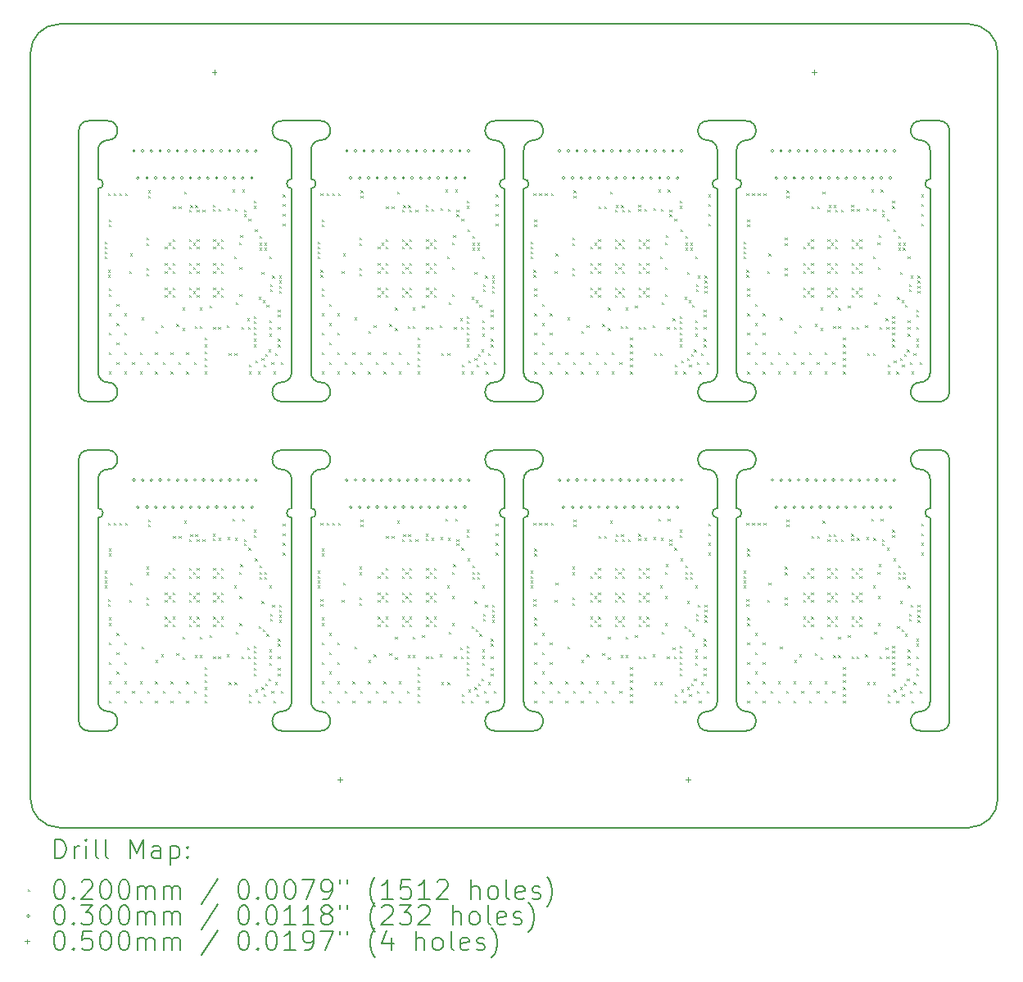
<source format=gbr>
%TF.GenerationSoftware,KiCad,Pcbnew,8.0.2-1*%
%TF.CreationDate,2024-07-25T16:39:09+09:00*%
%TF.ProjectId,leafony-lora-abz_Panelized_Ver1.2,6c656166-6f6e-4792-9d6c-6f72612d6162,rev?*%
%TF.SameCoordinates,PX4a62f80PY7829b80*%
%TF.FileFunction,Drillmap*%
%TF.FilePolarity,Positive*%
%FSLAX45Y45*%
G04 Gerber Fmt 4.5, Leading zero omitted, Abs format (unit mm)*
G04 Created by KiCad (PCBNEW 8.0.2-1) date 2024-07-25 16:39:09*
%MOMM*%
%LPD*%
G01*
G04 APERTURE LIST*
%ADD10C,0.150000*%
%ADD11C,0.200000*%
%ADD12C,0.100000*%
G04 APERTURE END LIST*
D10*
X800000Y3900000D02*
X600000Y3900000D01*
X2900000Y3600000D02*
G75*
G02*
X3000000Y3700000I100000J0D01*
G01*
X2900000Y6600000D02*
X2900000Y4700000D01*
X7400000Y4600000D02*
G75*
G02*
X7300000Y4700000I0J100000D01*
G01*
X2600000Y1000000D02*
X3000000Y1000000D01*
X5200000Y1200000D02*
G75*
G02*
X5100000Y1300000I0J100000D01*
G01*
X7300000Y3600000D02*
X7300000Y3300000D01*
X9300000Y3200000D02*
X9300000Y1300000D01*
X7400000Y1200000D02*
G75*
G02*
X7400000Y1000000I0J-100000D01*
G01*
X7400000Y4600000D02*
G75*
G02*
X7400000Y4400000I0J-100000D01*
G01*
X7000000Y1000000D02*
X7400000Y1000000D01*
X7300000Y3600000D02*
G75*
G02*
X7400000Y3700000I100000J0D01*
G01*
X7000000Y1000000D02*
G75*
G02*
X7000000Y1200000I0J100000D01*
G01*
X9400000Y7300000D02*
G75*
G02*
X9500000Y7200000I0J-100000D01*
G01*
X500000Y7200000D02*
G75*
G02*
X600000Y7300000I100000J0D01*
G01*
X0Y300000D02*
X0Y8000000D01*
X7100000Y3200000D02*
G75*
G02*
X7100000Y3300000I0J50000D01*
G01*
X2900000Y3600000D02*
X2900000Y3300000D01*
X9200000Y3700000D02*
G75*
G02*
X9200000Y3900000I0J100000D01*
G01*
X7300000Y3300000D02*
G75*
G02*
X7300000Y3200000I0J-50000D01*
G01*
X4800000Y7100000D02*
G75*
G02*
X4900000Y7000000I0J-100000D01*
G01*
X2600000Y7100000D02*
G75*
G02*
X2600000Y7300000I0J100000D01*
G01*
X9300000Y7000000D02*
X9300000Y6700000D01*
X9400000Y7300000D02*
X9200000Y7300000D01*
X9400000Y3900000D02*
G75*
G02*
X9500000Y3800000I0J-100000D01*
G01*
X9300000Y3600000D02*
X9300000Y3300000D01*
X4800000Y3700000D02*
G75*
G02*
X4800000Y3900000I0J100000D01*
G01*
X9300000Y6600000D02*
G75*
G02*
X9300000Y6700000I0J50000D01*
G01*
X800000Y4600000D02*
G75*
G02*
X800000Y4400000I0J-100000D01*
G01*
X10000000Y8000000D02*
X10000000Y300000D01*
X9200000Y3700000D02*
G75*
G02*
X9300000Y3600000I0J-100000D01*
G01*
X600000Y1000000D02*
X800000Y1000000D01*
X7400000Y7300000D02*
G75*
G02*
X7400000Y7100000I0J-100000D01*
G01*
X2600000Y4400000D02*
X3000000Y4400000D01*
X7000000Y3700000D02*
G75*
G02*
X7000000Y3900000I0J100000D01*
G01*
X7300000Y7000000D02*
X7300000Y6700000D01*
X700000Y3600000D02*
G75*
G02*
X800000Y3700000I100000J0D01*
G01*
X700000Y3300000D02*
G75*
G02*
X700000Y3200000I0J-50000D01*
G01*
X7100000Y3200000D02*
X7100000Y1300000D01*
X0Y8000000D02*
G75*
G02*
X300000Y8300000I300000J0D01*
G01*
X9500000Y1100000D02*
X9500000Y3800000D01*
X7000000Y7100000D02*
G75*
G02*
X7100000Y7000000I0J-100000D01*
G01*
X5100000Y6700000D02*
G75*
G02*
X5100000Y6600000I0J-50000D01*
G01*
X800000Y4600000D02*
G75*
G02*
X700000Y4700000I0J100000D01*
G01*
X9300000Y1300000D02*
G75*
G02*
X9200000Y1200000I-100000J0D01*
G01*
X10000000Y300000D02*
G75*
G02*
X9700000Y0I-300000J0D01*
G01*
X7000000Y7100000D02*
G75*
G02*
X7000000Y7300000I0J100000D01*
G01*
X4800000Y3700000D02*
G75*
G02*
X4900000Y3600000I0J-100000D01*
G01*
X600000Y4400000D02*
X800000Y4400000D01*
X7400000Y1200000D02*
G75*
G02*
X7300000Y1300000I0J100000D01*
G01*
X9200000Y1000000D02*
X9400000Y1000000D01*
X5100000Y7000000D02*
X5100000Y6700000D01*
X5200000Y7300000D02*
X4800000Y7300000D01*
X5100000Y3200000D02*
X5100000Y1300000D01*
X800000Y7300000D02*
X600000Y7300000D01*
X5200000Y7300000D02*
G75*
G02*
X5200000Y7100000I0J-100000D01*
G01*
X5200000Y4600000D02*
G75*
G02*
X5100000Y4700000I0J100000D01*
G01*
X700000Y6600000D02*
X700000Y4700000D01*
X800000Y3900000D02*
G75*
G02*
X800000Y3700000I0J-100000D01*
G01*
X2900000Y3200000D02*
X2900000Y1300000D01*
X2900000Y6700000D02*
G75*
G02*
X2900000Y6600000I0J-50000D01*
G01*
X9400000Y3900000D02*
X9200000Y3900000D01*
X4800000Y4400000D02*
G75*
G02*
X4800000Y4600000I0J100000D01*
G01*
X7000000Y4400000D02*
G75*
G02*
X7000000Y4600000I0J100000D01*
G01*
X7300000Y6600000D02*
X7300000Y4700000D01*
X5100000Y3600000D02*
X5100000Y3300000D01*
X4800000Y7100000D02*
G75*
G02*
X4800000Y7300000I0J100000D01*
G01*
X3000000Y1200000D02*
G75*
G02*
X2900000Y1300000I0J100000D01*
G01*
X9500000Y4500000D02*
G75*
G02*
X9400000Y4400000I-100000J0D01*
G01*
X2700000Y3200000D02*
G75*
G02*
X2700000Y3300000I0J50000D01*
G01*
X4900000Y7000000D02*
X4900000Y6700000D01*
X7300000Y7000000D02*
G75*
G02*
X7400000Y7100000I100000J0D01*
G01*
X7300000Y3200000D02*
X7300000Y1300000D01*
X5100000Y6600000D02*
X5100000Y4700000D01*
X2600000Y1000000D02*
G75*
G02*
X2600000Y1200000I0J100000D01*
G01*
X3000000Y7300000D02*
G75*
G02*
X3000000Y7100000I0J-100000D01*
G01*
X4900000Y3200000D02*
G75*
G02*
X4900000Y3300000I0J50000D01*
G01*
X9200000Y1000000D02*
G75*
G02*
X9200000Y1200000I0J100000D01*
G01*
X3000000Y7300000D02*
X2600000Y7300000D01*
X9700000Y8300000D02*
G75*
G02*
X10000000Y8000000I0J-300000D01*
G01*
X4900000Y6600000D02*
X4900000Y4700000D01*
X5100000Y3600000D02*
G75*
G02*
X5200000Y3700000I100000J0D01*
G01*
X4900000Y3200000D02*
X4900000Y1300000D01*
X7000000Y3700000D02*
G75*
G02*
X7100000Y3600000I0J-100000D01*
G01*
X700000Y7000000D02*
G75*
G02*
X800000Y7100000I100000J0D01*
G01*
X7400000Y3900000D02*
G75*
G02*
X7400000Y3700000I0J-100000D01*
G01*
X2700000Y6600000D02*
G75*
G02*
X2700000Y6700000I0J50000D01*
G01*
X4900000Y3600000D02*
X4900000Y3300000D01*
X5100000Y3300000D02*
G75*
G02*
X5100000Y3200000I0J-50000D01*
G01*
X9300000Y6600000D02*
X9300000Y4700000D01*
X9200000Y4400000D02*
G75*
G02*
X9200000Y4600000I0J100000D01*
G01*
X800000Y1200000D02*
G75*
G02*
X700000Y1300000I0J100000D01*
G01*
X600000Y4400000D02*
G75*
G02*
X500000Y4500000I0J100000D01*
G01*
X7100000Y4700000D02*
G75*
G02*
X7000000Y4600000I-100000J0D01*
G01*
X2700000Y6600000D02*
X2700000Y4700000D01*
X2900000Y3300000D02*
G75*
G02*
X2900000Y3200000I0J-50000D01*
G01*
X7300000Y6700000D02*
G75*
G02*
X7300000Y6600000I0J-50000D01*
G01*
X600000Y1000000D02*
G75*
G02*
X500000Y1100000I0J100000D01*
G01*
X2900000Y7000000D02*
X2900000Y6700000D01*
X300000Y8300000D02*
X9700000Y8300000D01*
X700000Y6700000D02*
G75*
G02*
X700000Y6600000I0J-50000D01*
G01*
X7100000Y7000000D02*
X7100000Y6700000D01*
X4800000Y1000000D02*
G75*
G02*
X4800000Y1200000I0J100000D01*
G01*
X500000Y3800000D02*
G75*
G02*
X600000Y3900000I100000J0D01*
G01*
X3000000Y3900000D02*
G75*
G02*
X3000000Y3700000I0J-100000D01*
G01*
X5200000Y1200000D02*
G75*
G02*
X5200000Y1000000I0J-100000D01*
G01*
X9700000Y0D02*
X300000Y0D01*
X7000000Y4400000D02*
X7400000Y4400000D01*
X3000000Y4600000D02*
G75*
G02*
X2900000Y4700000I0J100000D01*
G01*
X300000Y0D02*
G75*
G02*
X0Y300000I0J300000D01*
G01*
X5200000Y4600000D02*
G75*
G02*
X5200000Y4400000I0J-100000D01*
G01*
X4900000Y4700000D02*
G75*
G02*
X4800000Y4600000I-100000J0D01*
G01*
X2700000Y4700000D02*
G75*
G02*
X2600000Y4600000I-100000J0D01*
G01*
X9500000Y4500000D02*
X9500000Y7200000D01*
X2600000Y3700000D02*
G75*
G02*
X2700000Y3600000I0J-100000D01*
G01*
X800000Y7300000D02*
G75*
G02*
X800000Y7100000I0J-100000D01*
G01*
X2600000Y4400000D02*
G75*
G02*
X2600000Y4600000I0J100000D01*
G01*
X500000Y7200000D02*
X500000Y4500000D01*
X4900000Y1300000D02*
G75*
G02*
X4800000Y1200000I-100000J0D01*
G01*
X2700000Y3200000D02*
X2700000Y1300000D01*
X4900000Y6600000D02*
G75*
G02*
X4900000Y6700000I0J50000D01*
G01*
X9200000Y4400000D02*
X9400000Y4400000D01*
X7100000Y1300000D02*
G75*
G02*
X7000000Y1200000I-100000J0D01*
G01*
X7400000Y3900000D02*
X7000000Y3900000D01*
X7100000Y6600000D02*
G75*
G02*
X7100000Y6700000I0J50000D01*
G01*
X500000Y3800000D02*
X500000Y1100000D01*
X9200000Y7100000D02*
G75*
G02*
X9200000Y7300000I0J100000D01*
G01*
X3000000Y3900000D02*
X2600000Y3900000D01*
X4800000Y1000000D02*
X5200000Y1000000D01*
X2600000Y7100000D02*
G75*
G02*
X2700000Y7000000I0J-100000D01*
G01*
X700000Y3600000D02*
X700000Y3300000D01*
X9300000Y3200000D02*
G75*
G02*
X9300000Y3300000I0J50000D01*
G01*
X700000Y3200000D02*
X700000Y1300000D01*
X2600000Y3700000D02*
G75*
G02*
X2600000Y3900000I0J100000D01*
G01*
X700000Y7000000D02*
X700000Y6700000D01*
X2700000Y3600000D02*
X2700000Y3300000D01*
X9300000Y4700000D02*
G75*
G02*
X9200000Y4600000I-100000J0D01*
G01*
X5200000Y3900000D02*
G75*
G02*
X5200000Y3700000I0J-100000D01*
G01*
X9500000Y1100000D02*
G75*
G02*
X9400000Y1000000I-100000J0D01*
G01*
X7400000Y7300000D02*
X7000000Y7300000D01*
X2700000Y7000000D02*
X2700000Y6700000D01*
X7100000Y6600000D02*
X7100000Y4700000D01*
X800000Y1200000D02*
G75*
G02*
X800000Y1000000I0J-100000D01*
G01*
X5200000Y3900000D02*
X4800000Y3900000D01*
X3000000Y1200000D02*
G75*
G02*
X3000000Y1000000I0J-100000D01*
G01*
X4800000Y4400000D02*
X5200000Y4400000D01*
X9200000Y7100000D02*
G75*
G02*
X9300000Y7000000I0J-100000D01*
G01*
X7100000Y3600000D02*
X7100000Y3300000D01*
X5100000Y7000000D02*
G75*
G02*
X5200000Y7100000I100000J0D01*
G01*
X2900000Y7000000D02*
G75*
G02*
X3000000Y7100000I100000J0D01*
G01*
X3000000Y4600000D02*
G75*
G02*
X3000000Y4400000I0J-100000D01*
G01*
X2700000Y1300000D02*
G75*
G02*
X2600000Y1200000I-100000J0D01*
G01*
D11*
D12*
X770000Y6051450D02*
X790000Y6031450D01*
X790000Y6051450D02*
X770000Y6031450D01*
X770000Y6000000D02*
X790000Y5980000D01*
X790000Y6000000D02*
X770000Y5980000D01*
X770000Y5950000D02*
X790000Y5930000D01*
X790000Y5950000D02*
X770000Y5930000D01*
X770000Y5900000D02*
X790000Y5880000D01*
X790000Y5900000D02*
X770000Y5880000D01*
X770000Y2651450D02*
X790000Y2631450D01*
X790000Y2651450D02*
X770000Y2631450D01*
X770000Y2600000D02*
X790000Y2580000D01*
X790000Y2600000D02*
X770000Y2580000D01*
X770000Y2550000D02*
X790000Y2530000D01*
X790000Y2550000D02*
X770000Y2530000D01*
X770000Y2500000D02*
X790000Y2480000D01*
X790000Y2500000D02*
X770000Y2480000D01*
X800000Y6550000D02*
X820000Y6530000D01*
X820000Y6550000D02*
X800000Y6530000D01*
X800000Y5761450D02*
X820000Y5741450D01*
X820000Y5761450D02*
X800000Y5741450D01*
X800000Y5710000D02*
X820000Y5690000D01*
X820000Y5710000D02*
X800000Y5690000D01*
X800000Y3150000D02*
X820000Y3130000D01*
X820000Y3150000D02*
X800000Y3130000D01*
X800000Y2361450D02*
X820000Y2341450D01*
X820000Y2361450D02*
X800000Y2341450D01*
X800000Y2310000D02*
X820000Y2290000D01*
X820000Y2310000D02*
X800000Y2290000D01*
X810000Y6281450D02*
X830000Y6261450D01*
X830000Y6281450D02*
X810000Y6261450D01*
X810000Y6230000D02*
X830000Y6210000D01*
X830000Y6230000D02*
X810000Y6210000D01*
X810000Y5570000D02*
X830000Y5550000D01*
X830000Y5570000D02*
X810000Y5550000D01*
X810000Y5510000D02*
X830000Y5490000D01*
X830000Y5510000D02*
X810000Y5490000D01*
X810000Y5310000D02*
X830000Y5290000D01*
X830000Y5310000D02*
X810000Y5290000D01*
X810000Y5110000D02*
X830000Y5090000D01*
X830000Y5110000D02*
X810000Y5090000D01*
X810000Y4910000D02*
X830000Y4890000D01*
X830000Y4910000D02*
X810000Y4890000D01*
X810000Y4710000D02*
X830000Y4690000D01*
X830000Y4710000D02*
X810000Y4690000D01*
X810000Y2881450D02*
X830000Y2861450D01*
X830000Y2881450D02*
X810000Y2861450D01*
X810000Y2830000D02*
X830000Y2810000D01*
X830000Y2830000D02*
X810000Y2810000D01*
X810000Y2170000D02*
X830000Y2150000D01*
X830000Y2170000D02*
X810000Y2150000D01*
X810000Y2110000D02*
X830000Y2090000D01*
X830000Y2110000D02*
X810000Y2090000D01*
X810000Y1910000D02*
X830000Y1890000D01*
X830000Y1910000D02*
X810000Y1890000D01*
X810000Y1710000D02*
X830000Y1690000D01*
X830000Y1710000D02*
X810000Y1690000D01*
X810000Y1510000D02*
X830000Y1490000D01*
X830000Y1510000D02*
X810000Y1490000D01*
X810000Y1310000D02*
X830000Y1290000D01*
X830000Y1310000D02*
X810000Y1290000D01*
X860000Y6550000D02*
X880000Y6530000D01*
X880000Y6550000D02*
X860000Y6530000D01*
X860000Y3150000D02*
X880000Y3130000D01*
X880000Y3150000D02*
X860000Y3130000D01*
X890000Y5410000D02*
X910000Y5390000D01*
X910000Y5410000D02*
X890000Y5390000D01*
X890000Y5210000D02*
X910000Y5190000D01*
X910000Y5210000D02*
X890000Y5190000D01*
X890000Y5010000D02*
X910000Y4990000D01*
X910000Y5010000D02*
X890000Y4990000D01*
X890000Y4810000D02*
X910000Y4790000D01*
X910000Y4810000D02*
X890000Y4790000D01*
X890000Y2010000D02*
X910000Y1990000D01*
X910000Y2010000D02*
X890000Y1990000D01*
X890000Y1810000D02*
X910000Y1790000D01*
X910000Y1810000D02*
X890000Y1790000D01*
X890000Y1610000D02*
X910000Y1590000D01*
X910000Y1610000D02*
X890000Y1590000D01*
X890000Y1410000D02*
X910000Y1390000D01*
X910000Y1410000D02*
X890000Y1390000D01*
X920000Y6550000D02*
X940000Y6530000D01*
X940000Y6550000D02*
X920000Y6530000D01*
X920000Y3150000D02*
X940000Y3130000D01*
X940000Y3150000D02*
X920000Y3130000D01*
X970000Y5310000D02*
X990000Y5290000D01*
X990000Y5310000D02*
X970000Y5290000D01*
X970000Y5110000D02*
X990000Y5090000D01*
X990000Y5110000D02*
X970000Y5090000D01*
X970000Y4910000D02*
X990000Y4890000D01*
X990000Y4910000D02*
X970000Y4890000D01*
X970000Y4710000D02*
X990000Y4690000D01*
X990000Y4710000D02*
X970000Y4690000D01*
X970000Y1910000D02*
X990000Y1890000D01*
X990000Y1910000D02*
X970000Y1890000D01*
X970000Y1710000D02*
X990000Y1690000D01*
X990000Y1710000D02*
X970000Y1690000D01*
X970000Y1510000D02*
X990000Y1490000D01*
X990000Y1510000D02*
X970000Y1490000D01*
X970000Y1310000D02*
X990000Y1290000D01*
X990000Y1310000D02*
X970000Y1290000D01*
X980000Y6550000D02*
X1000000Y6530000D01*
X1000000Y6550000D02*
X980000Y6530000D01*
X980000Y3150000D02*
X1000000Y3130000D01*
X1000000Y3150000D02*
X980000Y3130000D01*
X1020000Y5750000D02*
X1040000Y5730000D01*
X1040000Y5750000D02*
X1020000Y5730000D01*
X1020000Y2350000D02*
X1040000Y2330000D01*
X1040000Y2350000D02*
X1020000Y2330000D01*
X1030000Y5930000D02*
X1050000Y5910000D01*
X1050000Y5930000D02*
X1030000Y5910000D01*
X1030000Y2530000D02*
X1050000Y2510000D01*
X1050000Y2530000D02*
X1030000Y2510000D01*
X1050000Y4810000D02*
X1070000Y4790000D01*
X1070000Y4810000D02*
X1050000Y4790000D01*
X1050000Y1410000D02*
X1070000Y1390000D01*
X1070000Y1410000D02*
X1050000Y1390000D01*
X1130000Y4910000D02*
X1150000Y4890000D01*
X1150000Y4910000D02*
X1130000Y4890000D01*
X1130000Y4710000D02*
X1150000Y4690000D01*
X1150000Y4710000D02*
X1130000Y4690000D01*
X1130000Y1510000D02*
X1150000Y1490000D01*
X1150000Y1510000D02*
X1130000Y1490000D01*
X1130000Y1310000D02*
X1150000Y1290000D01*
X1150000Y1310000D02*
X1130000Y1290000D01*
X1150000Y5270000D02*
X1170000Y5250000D01*
X1170000Y5270000D02*
X1150000Y5250000D01*
X1150000Y1870000D02*
X1170000Y1850000D01*
X1170000Y1870000D02*
X1150000Y1850000D01*
X1200000Y6095000D02*
X1220000Y6075000D01*
X1220000Y6095000D02*
X1200000Y6075000D01*
X1200000Y6035000D02*
X1220000Y6015000D01*
X1220000Y6035000D02*
X1200000Y6015000D01*
X1200000Y5780000D02*
X1220000Y5760000D01*
X1220000Y5780000D02*
X1200000Y5760000D01*
X1200000Y5720000D02*
X1220000Y5700000D01*
X1220000Y5720000D02*
X1200000Y5700000D01*
X1200000Y2695000D02*
X1220000Y2675000D01*
X1220000Y2695000D02*
X1200000Y2675000D01*
X1200000Y2635000D02*
X1220000Y2615000D01*
X1220000Y2635000D02*
X1200000Y2615000D01*
X1200000Y2380000D02*
X1220000Y2360000D01*
X1220000Y2380000D02*
X1200000Y2360000D01*
X1200000Y2320000D02*
X1220000Y2300000D01*
X1220000Y2320000D02*
X1200000Y2300000D01*
X1210000Y4810000D02*
X1230000Y4790000D01*
X1230000Y4810000D02*
X1210000Y4790000D01*
X1210000Y1410000D02*
X1230000Y1390000D01*
X1230000Y1410000D02*
X1210000Y1390000D01*
X1215000Y6580000D02*
X1235000Y6560000D01*
X1235000Y6580000D02*
X1215000Y6560000D01*
X1215000Y6528550D02*
X1235000Y6508550D01*
X1235000Y6528550D02*
X1215000Y6508550D01*
X1215000Y3180000D02*
X1235000Y3160000D01*
X1235000Y3180000D02*
X1215000Y3160000D01*
X1215000Y3128550D02*
X1235000Y3108550D01*
X1235000Y3128550D02*
X1215000Y3108550D01*
X1290000Y4910000D02*
X1310000Y4890000D01*
X1310000Y4910000D02*
X1290000Y4890000D01*
X1290000Y4710000D02*
X1310000Y4690000D01*
X1310000Y4710000D02*
X1290000Y4690000D01*
X1290000Y1510000D02*
X1310000Y1490000D01*
X1310000Y1510000D02*
X1290000Y1490000D01*
X1290000Y1310000D02*
X1310000Y1290000D01*
X1310000Y1310000D02*
X1290000Y1290000D01*
X1295000Y5130000D02*
X1315000Y5110000D01*
X1315000Y5130000D02*
X1295000Y5110000D01*
X1295000Y1730000D02*
X1315000Y1710000D01*
X1315000Y1730000D02*
X1295000Y1710000D01*
X1350000Y5190000D02*
X1370000Y5170000D01*
X1370000Y5190000D02*
X1350000Y5170000D01*
X1350000Y1790000D02*
X1370000Y1770000D01*
X1370000Y1790000D02*
X1350000Y1770000D01*
X1370000Y4810000D02*
X1390000Y4790000D01*
X1390000Y4810000D02*
X1370000Y4790000D01*
X1370000Y1410000D02*
X1390000Y1390000D01*
X1390000Y1410000D02*
X1370000Y1390000D01*
X1390000Y6000000D02*
X1410000Y5980000D01*
X1410000Y6000000D02*
X1390000Y5980000D01*
X1390000Y5830000D02*
X1410000Y5810000D01*
X1410000Y5830000D02*
X1390000Y5810000D01*
X1390000Y5750000D02*
X1410000Y5730000D01*
X1410000Y5750000D02*
X1390000Y5730000D01*
X1390000Y5580000D02*
X1410000Y5560000D01*
X1410000Y5580000D02*
X1390000Y5560000D01*
X1390000Y5500000D02*
X1410000Y5480000D01*
X1410000Y5500000D02*
X1390000Y5480000D01*
X1390000Y2600000D02*
X1410000Y2580000D01*
X1410000Y2600000D02*
X1390000Y2580000D01*
X1390000Y2430000D02*
X1410000Y2410000D01*
X1410000Y2430000D02*
X1390000Y2410000D01*
X1390000Y2350000D02*
X1410000Y2330000D01*
X1410000Y2350000D02*
X1390000Y2330000D01*
X1390000Y2180000D02*
X1410000Y2160000D01*
X1410000Y2180000D02*
X1390000Y2160000D01*
X1390000Y2100000D02*
X1410000Y2080000D01*
X1410000Y2100000D02*
X1390000Y2080000D01*
X1430000Y6040000D02*
X1450000Y6020000D01*
X1450000Y6040000D02*
X1430000Y6020000D01*
X1430000Y5790000D02*
X1450000Y5770000D01*
X1450000Y5790000D02*
X1430000Y5770000D01*
X1430000Y5540000D02*
X1450000Y5520000D01*
X1450000Y5540000D02*
X1430000Y5520000D01*
X1430000Y2640000D02*
X1450000Y2620000D01*
X1450000Y2640000D02*
X1430000Y2620000D01*
X1430000Y2390000D02*
X1450000Y2370000D01*
X1450000Y2390000D02*
X1430000Y2370000D01*
X1430000Y2140000D02*
X1450000Y2120000D01*
X1450000Y2140000D02*
X1430000Y2120000D01*
X1450000Y4910000D02*
X1470000Y4890000D01*
X1470000Y4910000D02*
X1450000Y4890000D01*
X1450000Y4710000D02*
X1470000Y4690000D01*
X1470000Y4710000D02*
X1450000Y4690000D01*
X1450000Y1510000D02*
X1470000Y1490000D01*
X1470000Y1510000D02*
X1450000Y1490000D01*
X1450000Y1310000D02*
X1470000Y1290000D01*
X1470000Y1310000D02*
X1450000Y1290000D01*
X1470000Y6080000D02*
X1490000Y6060000D01*
X1490000Y6080000D02*
X1470000Y6060000D01*
X1470000Y6000000D02*
X1490000Y5980000D01*
X1490000Y6000000D02*
X1470000Y5980000D01*
X1470000Y5830000D02*
X1490000Y5810000D01*
X1490000Y5830000D02*
X1470000Y5810000D01*
X1470000Y5750000D02*
X1490000Y5730000D01*
X1490000Y5750000D02*
X1470000Y5730000D01*
X1470000Y5580000D02*
X1490000Y5560000D01*
X1490000Y5580000D02*
X1470000Y5560000D01*
X1470000Y5500000D02*
X1490000Y5480000D01*
X1490000Y5500000D02*
X1470000Y5480000D01*
X1470000Y2680000D02*
X1490000Y2660000D01*
X1490000Y2680000D02*
X1470000Y2660000D01*
X1470000Y2600000D02*
X1490000Y2580000D01*
X1490000Y2600000D02*
X1470000Y2580000D01*
X1470000Y2430000D02*
X1490000Y2410000D01*
X1490000Y2430000D02*
X1470000Y2410000D01*
X1470000Y2350000D02*
X1490000Y2330000D01*
X1490000Y2350000D02*
X1470000Y2330000D01*
X1470000Y2180000D02*
X1490000Y2160000D01*
X1490000Y2180000D02*
X1470000Y2160000D01*
X1470000Y2100000D02*
X1490000Y2080000D01*
X1490000Y2100000D02*
X1470000Y2080000D01*
X1475000Y6415000D02*
X1495000Y6395000D01*
X1495000Y6415000D02*
X1475000Y6395000D01*
X1475000Y3015000D02*
X1495000Y2995000D01*
X1495000Y3015000D02*
X1475000Y2995000D01*
X1510000Y5200000D02*
X1530000Y5180000D01*
X1530000Y5200000D02*
X1510000Y5180000D01*
X1510000Y1800000D02*
X1530000Y1780000D01*
X1530000Y1800000D02*
X1510000Y1780000D01*
X1530000Y4810000D02*
X1550000Y4790000D01*
X1550000Y4810000D02*
X1530000Y4790000D01*
X1530000Y1410000D02*
X1550000Y1390000D01*
X1550000Y1410000D02*
X1530000Y1390000D01*
X1535000Y6415000D02*
X1555000Y6395000D01*
X1555000Y6415000D02*
X1535000Y6395000D01*
X1535000Y3015000D02*
X1555000Y2995000D01*
X1555000Y3015000D02*
X1535000Y2995000D01*
X1570000Y5370000D02*
X1590000Y5350000D01*
X1590000Y5370000D02*
X1570000Y5350000D01*
X1570000Y5160000D02*
X1590000Y5140000D01*
X1590000Y5160000D02*
X1570000Y5140000D01*
X1570000Y1970000D02*
X1590000Y1950000D01*
X1590000Y1970000D02*
X1570000Y1950000D01*
X1570000Y1760000D02*
X1590000Y1740000D01*
X1590000Y1760000D02*
X1570000Y1740000D01*
X1590000Y6570000D02*
X1610000Y6550000D01*
X1610000Y6570000D02*
X1590000Y6550000D01*
X1590000Y3170000D02*
X1610000Y3150000D01*
X1610000Y3170000D02*
X1590000Y3150000D01*
X1610000Y4910000D02*
X1630000Y4890000D01*
X1630000Y4910000D02*
X1610000Y4890000D01*
X1610000Y4710000D02*
X1630000Y4690000D01*
X1630000Y4710000D02*
X1610000Y4690000D01*
X1610000Y1510000D02*
X1630000Y1490000D01*
X1630000Y1510000D02*
X1610000Y1490000D01*
X1610000Y1310000D02*
X1630000Y1290000D01*
X1630000Y1310000D02*
X1610000Y1290000D01*
X1640000Y6380000D02*
X1660000Y6360000D01*
X1660000Y6380000D02*
X1640000Y6360000D01*
X1640000Y6080000D02*
X1660000Y6060000D01*
X1660000Y6080000D02*
X1640000Y6060000D01*
X1640000Y6000000D02*
X1660000Y5980000D01*
X1660000Y6000000D02*
X1640000Y5980000D01*
X1640000Y5830000D02*
X1660000Y5810000D01*
X1660000Y5830000D02*
X1640000Y5810000D01*
X1640000Y5750000D02*
X1660000Y5730000D01*
X1660000Y5750000D02*
X1640000Y5730000D01*
X1640000Y5580000D02*
X1660000Y5560000D01*
X1660000Y5580000D02*
X1640000Y5560000D01*
X1640000Y5500000D02*
X1660000Y5480000D01*
X1660000Y5500000D02*
X1640000Y5480000D01*
X1640000Y2980000D02*
X1660000Y2960000D01*
X1660000Y2980000D02*
X1640000Y2960000D01*
X1640000Y2680000D02*
X1660000Y2660000D01*
X1660000Y2680000D02*
X1640000Y2660000D01*
X1640000Y2600000D02*
X1660000Y2580000D01*
X1660000Y2600000D02*
X1640000Y2580000D01*
X1640000Y2430000D02*
X1660000Y2410000D01*
X1660000Y2430000D02*
X1640000Y2410000D01*
X1640000Y2350000D02*
X1660000Y2330000D01*
X1660000Y2350000D02*
X1640000Y2330000D01*
X1640000Y2180000D02*
X1660000Y2160000D01*
X1660000Y2180000D02*
X1640000Y2160000D01*
X1640000Y2100000D02*
X1660000Y2080000D01*
X1660000Y2100000D02*
X1640000Y2080000D01*
X1653655Y6429605D02*
X1673655Y6409605D01*
X1673655Y6429605D02*
X1653655Y6409605D01*
X1653655Y3029605D02*
X1673655Y3009605D01*
X1673655Y3029605D02*
X1653655Y3009605D01*
X1680000Y6040000D02*
X1700000Y6020000D01*
X1700000Y6040000D02*
X1680000Y6020000D01*
X1680000Y5790000D02*
X1700000Y5770000D01*
X1700000Y5790000D02*
X1680000Y5770000D01*
X1680000Y5540000D02*
X1700000Y5520000D01*
X1700000Y5540000D02*
X1680000Y5520000D01*
X1680000Y2640000D02*
X1700000Y2620000D01*
X1700000Y2640000D02*
X1680000Y2620000D01*
X1680000Y2390000D02*
X1700000Y2370000D01*
X1700000Y2390000D02*
X1680000Y2370000D01*
X1680000Y2140000D02*
X1700000Y2120000D01*
X1700000Y2140000D02*
X1680000Y2120000D01*
X1690000Y4810000D02*
X1710000Y4790000D01*
X1710000Y4810000D02*
X1690000Y4790000D01*
X1690000Y1410000D02*
X1710000Y1390000D01*
X1710000Y1410000D02*
X1690000Y1390000D01*
X1700000Y5180000D02*
X1720000Y5160000D01*
X1720000Y5180000D02*
X1700000Y5160000D01*
X1700000Y1780000D02*
X1720000Y1760000D01*
X1720000Y1780000D02*
X1700000Y1760000D01*
X1704870Y6429175D02*
X1724870Y6409175D01*
X1724870Y6429175D02*
X1704870Y6409175D01*
X1704870Y3029175D02*
X1724870Y3009175D01*
X1724870Y3029175D02*
X1704870Y3009175D01*
X1720000Y6380000D02*
X1740000Y6360000D01*
X1740000Y6380000D02*
X1720000Y6360000D01*
X1720000Y6080000D02*
X1740000Y6060000D01*
X1740000Y6080000D02*
X1720000Y6060000D01*
X1720000Y6000000D02*
X1740000Y5980000D01*
X1740000Y6000000D02*
X1720000Y5980000D01*
X1720000Y5830000D02*
X1740000Y5810000D01*
X1740000Y5830000D02*
X1720000Y5810000D01*
X1720000Y5750000D02*
X1740000Y5730000D01*
X1740000Y5750000D02*
X1720000Y5730000D01*
X1720000Y5580000D02*
X1740000Y5560000D01*
X1740000Y5580000D02*
X1720000Y5560000D01*
X1720000Y5500000D02*
X1740000Y5480000D01*
X1740000Y5500000D02*
X1720000Y5480000D01*
X1720000Y2980000D02*
X1740000Y2960000D01*
X1740000Y2980000D02*
X1720000Y2960000D01*
X1720000Y2680000D02*
X1740000Y2660000D01*
X1740000Y2680000D02*
X1720000Y2660000D01*
X1720000Y2600000D02*
X1740000Y2580000D01*
X1740000Y2600000D02*
X1720000Y2580000D01*
X1720000Y2430000D02*
X1740000Y2410000D01*
X1740000Y2430000D02*
X1720000Y2410000D01*
X1720000Y2350000D02*
X1740000Y2330000D01*
X1740000Y2350000D02*
X1720000Y2330000D01*
X1720000Y2180000D02*
X1740000Y2160000D01*
X1740000Y2180000D02*
X1720000Y2160000D01*
X1720000Y2100000D02*
X1740000Y2080000D01*
X1740000Y2100000D02*
X1720000Y2080000D01*
X1750000Y5370000D02*
X1770000Y5350000D01*
X1770000Y5370000D02*
X1750000Y5350000D01*
X1750000Y5180000D02*
X1770000Y5160000D01*
X1770000Y5180000D02*
X1750000Y5160000D01*
X1750000Y1970000D02*
X1770000Y1950000D01*
X1770000Y1970000D02*
X1750000Y1950000D01*
X1750000Y1780000D02*
X1770000Y1760000D01*
X1770000Y1780000D02*
X1750000Y1760000D01*
X1780000Y6380000D02*
X1800000Y6360000D01*
X1800000Y6380000D02*
X1780000Y6360000D01*
X1780000Y2980000D02*
X1800000Y2960000D01*
X1800000Y2980000D02*
X1780000Y2960000D01*
X1800000Y5060000D02*
X1820000Y5040000D01*
X1820000Y5060000D02*
X1800000Y5040000D01*
X1800000Y4990000D02*
X1820000Y4970000D01*
X1820000Y4990000D02*
X1800000Y4970000D01*
X1800000Y4920000D02*
X1820000Y4900000D01*
X1820000Y4920000D02*
X1800000Y4900000D01*
X1800000Y4850000D02*
X1820000Y4830000D01*
X1820000Y4850000D02*
X1800000Y4830000D01*
X1800000Y4780000D02*
X1820000Y4760000D01*
X1820000Y4780000D02*
X1800000Y4760000D01*
X1800000Y4710000D02*
X1820000Y4690000D01*
X1820000Y4710000D02*
X1800000Y4690000D01*
X1800000Y1660000D02*
X1820000Y1640000D01*
X1820000Y1660000D02*
X1800000Y1640000D01*
X1800000Y1590000D02*
X1820000Y1570000D01*
X1820000Y1590000D02*
X1800000Y1570000D01*
X1800000Y1520000D02*
X1820000Y1500000D01*
X1820000Y1520000D02*
X1800000Y1500000D01*
X1800000Y1450000D02*
X1820000Y1430000D01*
X1820000Y1450000D02*
X1800000Y1430000D01*
X1800000Y1380000D02*
X1820000Y1360000D01*
X1820000Y1380000D02*
X1800000Y1360000D01*
X1800000Y1310000D02*
X1820000Y1290000D01*
X1820000Y1310000D02*
X1800000Y1290000D01*
X1850000Y5390000D02*
X1870000Y5370000D01*
X1870000Y5390000D02*
X1850000Y5370000D01*
X1850000Y1990000D02*
X1870000Y1970000D01*
X1870000Y1990000D02*
X1850000Y1970000D01*
X1885000Y6435000D02*
X1905000Y6415000D01*
X1905000Y6435000D02*
X1885000Y6415000D01*
X1885000Y6388752D02*
X1905000Y6368752D01*
X1905000Y6388752D02*
X1885000Y6368752D01*
X1885000Y3035000D02*
X1905000Y3015000D01*
X1905000Y3035000D02*
X1885000Y3015000D01*
X1885000Y2988752D02*
X1905000Y2968752D01*
X1905000Y2988752D02*
X1885000Y2968752D01*
X1890000Y6080000D02*
X1910000Y6060000D01*
X1910000Y6080000D02*
X1890000Y6060000D01*
X1890000Y6000000D02*
X1910000Y5980000D01*
X1910000Y6000000D02*
X1890000Y5980000D01*
X1890000Y5830000D02*
X1910000Y5810000D01*
X1910000Y5830000D02*
X1890000Y5810000D01*
X1890000Y5750000D02*
X1910000Y5730000D01*
X1910000Y5750000D02*
X1890000Y5730000D01*
X1890000Y5580000D02*
X1910000Y5560000D01*
X1910000Y5580000D02*
X1890000Y5560000D01*
X1890000Y5500000D02*
X1910000Y5480000D01*
X1910000Y5500000D02*
X1890000Y5480000D01*
X1890000Y5170000D02*
X1910000Y5150000D01*
X1910000Y5170000D02*
X1890000Y5150000D01*
X1890000Y2680000D02*
X1910000Y2660000D01*
X1910000Y2680000D02*
X1890000Y2660000D01*
X1890000Y2600000D02*
X1910000Y2580000D01*
X1910000Y2600000D02*
X1890000Y2580000D01*
X1890000Y2430000D02*
X1910000Y2410000D01*
X1910000Y2430000D02*
X1890000Y2410000D01*
X1890000Y2350000D02*
X1910000Y2330000D01*
X1910000Y2350000D02*
X1890000Y2330000D01*
X1890000Y2180000D02*
X1910000Y2160000D01*
X1910000Y2180000D02*
X1890000Y2160000D01*
X1890000Y2100000D02*
X1910000Y2080000D01*
X1910000Y2100000D02*
X1890000Y2080000D01*
X1890000Y1770000D02*
X1910000Y1750000D01*
X1910000Y1770000D02*
X1890000Y1750000D01*
X1930000Y6040000D02*
X1950000Y6020000D01*
X1950000Y6040000D02*
X1930000Y6020000D01*
X1930000Y5790000D02*
X1950000Y5770000D01*
X1950000Y5790000D02*
X1930000Y5770000D01*
X1930000Y5540000D02*
X1950000Y5520000D01*
X1950000Y5540000D02*
X1930000Y5520000D01*
X1930000Y2640000D02*
X1950000Y2620000D01*
X1950000Y2640000D02*
X1930000Y2620000D01*
X1930000Y2390000D02*
X1950000Y2370000D01*
X1950000Y2390000D02*
X1930000Y2370000D01*
X1930000Y2140000D02*
X1950000Y2120000D01*
X1950000Y2140000D02*
X1930000Y2120000D01*
X1940000Y5170000D02*
X1960000Y5150000D01*
X1960000Y5170000D02*
X1940000Y5150000D01*
X1940000Y1770000D02*
X1960000Y1750000D01*
X1960000Y1770000D02*
X1940000Y1750000D01*
X1945000Y6390000D02*
X1965000Y6370000D01*
X1965000Y6390000D02*
X1945000Y6370000D01*
X1945000Y2990000D02*
X1965000Y2970000D01*
X1965000Y2990000D02*
X1945000Y2970000D01*
X1970000Y6080000D02*
X1990000Y6060000D01*
X1990000Y6080000D02*
X1970000Y6060000D01*
X1970000Y6000000D02*
X1990000Y5980000D01*
X1990000Y6000000D02*
X1970000Y5980000D01*
X1970000Y5830000D02*
X1990000Y5810000D01*
X1990000Y5830000D02*
X1970000Y5810000D01*
X1970000Y5750000D02*
X1990000Y5730000D01*
X1990000Y5750000D02*
X1970000Y5730000D01*
X1970000Y5580000D02*
X1990000Y5560000D01*
X1990000Y5580000D02*
X1970000Y5560000D01*
X1970000Y5500000D02*
X1990000Y5480000D01*
X1990000Y5500000D02*
X1970000Y5480000D01*
X1970000Y2680000D02*
X1990000Y2660000D01*
X1990000Y2680000D02*
X1970000Y2660000D01*
X1970000Y2600000D02*
X1990000Y2580000D01*
X1990000Y2600000D02*
X1970000Y2580000D01*
X1970000Y2430000D02*
X1990000Y2410000D01*
X1990000Y2430000D02*
X1970000Y2410000D01*
X1970000Y2350000D02*
X1990000Y2330000D01*
X1990000Y2350000D02*
X1970000Y2330000D01*
X1970000Y2180000D02*
X1990000Y2160000D01*
X1990000Y2180000D02*
X1970000Y2160000D01*
X1970000Y2100000D02*
X1990000Y2080000D01*
X1990000Y2100000D02*
X1970000Y2080000D01*
X2030000Y5190000D02*
X2050000Y5170000D01*
X2050000Y5190000D02*
X2030000Y5170000D01*
X2030000Y1790000D02*
X2050000Y1770000D01*
X2050000Y1790000D02*
X2030000Y1770000D01*
X2040000Y6400000D02*
X2060000Y6380000D01*
X2060000Y6400000D02*
X2040000Y6380000D01*
X2040000Y3000000D02*
X2060000Y2980000D01*
X2060000Y3000000D02*
X2040000Y2980000D01*
X2050000Y4900000D02*
X2070000Y4880000D01*
X2070000Y4900000D02*
X2050000Y4880000D01*
X2050000Y1500000D02*
X2070000Y1480000D01*
X2070000Y1500000D02*
X2050000Y1480000D01*
X2090000Y6590000D02*
X2110000Y6570000D01*
X2110000Y6590000D02*
X2090000Y6570000D01*
X2090000Y3190000D02*
X2110000Y3170000D01*
X2110000Y3190000D02*
X2090000Y3170000D01*
X2107500Y5900000D02*
X2127500Y5880000D01*
X2127500Y5900000D02*
X2107500Y5880000D01*
X2107500Y2500000D02*
X2127500Y2480000D01*
X2127500Y2500000D02*
X2107500Y2480000D01*
X2110000Y4900000D02*
X2130000Y4880000D01*
X2130000Y4900000D02*
X2110000Y4880000D01*
X2110000Y1500000D02*
X2130000Y1480000D01*
X2130000Y1500000D02*
X2110000Y1480000D01*
X2115000Y6390000D02*
X2135000Y6370000D01*
X2135000Y6390000D02*
X2115000Y6370000D01*
X2115000Y2990000D02*
X2135000Y2970000D01*
X2135000Y2990000D02*
X2115000Y2970000D01*
X2122560Y5423440D02*
X2142560Y5403440D01*
X2142560Y5423440D02*
X2122560Y5403440D01*
X2122560Y2023440D02*
X2142560Y2003440D01*
X2142560Y2023440D02*
X2122560Y2003440D01*
X2157500Y6042500D02*
X2177500Y6022500D01*
X2177500Y6042500D02*
X2157500Y6022500D01*
X2157500Y2642500D02*
X2177500Y2622500D01*
X2177500Y2642500D02*
X2157500Y2622500D01*
X2160000Y5790000D02*
X2180000Y5770000D01*
X2180000Y5790000D02*
X2160000Y5770000D01*
X2160000Y5510000D02*
X2180000Y5490000D01*
X2180000Y5510000D02*
X2160000Y5490000D01*
X2160000Y2390000D02*
X2180000Y2370000D01*
X2180000Y2390000D02*
X2160000Y2370000D01*
X2160000Y2110000D02*
X2180000Y2090000D01*
X2180000Y2110000D02*
X2160000Y2090000D01*
X2170000Y6120000D02*
X2190000Y6100000D01*
X2190000Y6120000D02*
X2170000Y6100000D01*
X2170000Y2720000D02*
X2190000Y2700000D01*
X2190000Y2720000D02*
X2170000Y2700000D01*
X2180000Y5170000D02*
X2200000Y5150000D01*
X2200000Y5170000D02*
X2180000Y5150000D01*
X2180000Y1770000D02*
X2200000Y1750000D01*
X2200000Y1770000D02*
X2180000Y1750000D01*
X2190000Y6590000D02*
X2210000Y6570000D01*
X2210000Y6590000D02*
X2190000Y6570000D01*
X2190000Y3190000D02*
X2210000Y3170000D01*
X2210000Y3190000D02*
X2190000Y3170000D01*
X2205000Y6380000D02*
X2225000Y6360000D01*
X2225000Y6380000D02*
X2205000Y6360000D01*
X2205000Y6335000D02*
X2225000Y6315000D01*
X2225000Y6335000D02*
X2205000Y6315000D01*
X2205000Y2980000D02*
X2225000Y2960000D01*
X2225000Y2980000D02*
X2205000Y2960000D01*
X2205000Y2935000D02*
X2225000Y2915000D01*
X2225000Y2935000D02*
X2205000Y2915000D01*
X2240000Y5260000D02*
X2260000Y5240000D01*
X2260000Y5260000D02*
X2240000Y5240000D01*
X2240000Y1860000D02*
X2260000Y1840000D01*
X2260000Y1860000D02*
X2240000Y1840000D01*
X2250000Y5170000D02*
X2270000Y5150000D01*
X2270000Y5170000D02*
X2250000Y5150000D01*
X2250000Y1770000D02*
X2270000Y1750000D01*
X2270000Y1770000D02*
X2250000Y1750000D01*
X2255000Y6290000D02*
X2275000Y6270000D01*
X2275000Y6290000D02*
X2255000Y6270000D01*
X2255000Y2890000D02*
X2275000Y2870000D01*
X2275000Y2890000D02*
X2255000Y2870000D01*
X2260000Y4780000D02*
X2280000Y4760000D01*
X2280000Y4780000D02*
X2260000Y4760000D01*
X2260000Y4710000D02*
X2280000Y4690000D01*
X2280000Y4710000D02*
X2260000Y4690000D01*
X2260000Y1380000D02*
X2280000Y1360000D01*
X2280000Y1380000D02*
X2260000Y1360000D01*
X2260000Y1310000D02*
X2280000Y1290000D01*
X2280000Y1310000D02*
X2260000Y1290000D01*
X2310000Y6475000D02*
X2330000Y6455000D01*
X2330000Y6475000D02*
X2310000Y6455000D01*
X2310000Y6420000D02*
X2330000Y6400000D01*
X2330000Y6420000D02*
X2310000Y6400000D01*
X2310000Y5280000D02*
X2330000Y5260000D01*
X2330000Y5280000D02*
X2310000Y5260000D01*
X2310000Y5230000D02*
X2330000Y5210000D01*
X2330000Y5230000D02*
X2310000Y5210000D01*
X2310000Y5170000D02*
X2330000Y5150000D01*
X2330000Y5170000D02*
X2310000Y5150000D01*
X2310000Y5110000D02*
X2330000Y5090000D01*
X2330000Y5110000D02*
X2310000Y5090000D01*
X2310000Y5050000D02*
X2330000Y5030000D01*
X2330000Y5050000D02*
X2310000Y5030000D01*
X2310000Y4990000D02*
X2330000Y4970000D01*
X2330000Y4990000D02*
X2310000Y4970000D01*
X2310000Y3075000D02*
X2330000Y3055000D01*
X2330000Y3075000D02*
X2310000Y3055000D01*
X2310000Y3020000D02*
X2330000Y3000000D01*
X2330000Y3020000D02*
X2310000Y3000000D01*
X2310000Y1880000D02*
X2330000Y1860000D01*
X2330000Y1880000D02*
X2310000Y1860000D01*
X2310000Y1830000D02*
X2330000Y1810000D01*
X2330000Y1830000D02*
X2310000Y1810000D01*
X2310000Y1770000D02*
X2330000Y1750000D01*
X2330000Y1770000D02*
X2310000Y1750000D01*
X2310000Y1710000D02*
X2330000Y1690000D01*
X2330000Y1710000D02*
X2310000Y1690000D01*
X2310000Y1650000D02*
X2330000Y1630000D01*
X2330000Y1650000D02*
X2310000Y1630000D01*
X2310000Y1590000D02*
X2330000Y1570000D01*
X2330000Y1590000D02*
X2310000Y1570000D01*
X2320000Y6180000D02*
X2340000Y6160000D01*
X2340000Y6180000D02*
X2320000Y6160000D01*
X2320000Y2780000D02*
X2340000Y2760000D01*
X2340000Y2780000D02*
X2320000Y2760000D01*
X2326991Y4826019D02*
X2346991Y4806019D01*
X2346991Y4826019D02*
X2326991Y4806019D01*
X2326991Y1426018D02*
X2346991Y1406018D01*
X2346991Y1426018D02*
X2326991Y1406018D01*
X2350000Y4710000D02*
X2370000Y4690000D01*
X2370000Y4710000D02*
X2350000Y4690000D01*
X2350000Y1310000D02*
X2370000Y1290000D01*
X2370000Y1310000D02*
X2350000Y1290000D01*
X2360000Y5480000D02*
X2380000Y5460000D01*
X2380000Y5480000D02*
X2360000Y5460000D01*
X2360000Y2080000D02*
X2380000Y2060000D01*
X2380000Y2080000D02*
X2360000Y2060000D01*
X2370000Y6110000D02*
X2390000Y6090000D01*
X2390000Y6110000D02*
X2370000Y6090000D01*
X2370000Y6040000D02*
X2390000Y6020000D01*
X2390000Y6040000D02*
X2370000Y6020000D01*
X2370000Y5988550D02*
X2390000Y5968550D01*
X2390000Y5988550D02*
X2370000Y5968550D01*
X2370000Y2710000D02*
X2390000Y2690000D01*
X2390000Y2710000D02*
X2370000Y2690000D01*
X2370000Y2640000D02*
X2390000Y2620000D01*
X2390000Y2640000D02*
X2370000Y2620000D01*
X2370000Y2588550D02*
X2390000Y2568550D01*
X2390000Y2588550D02*
X2370000Y2568550D01*
X2390000Y5740000D02*
X2410000Y5720000D01*
X2410000Y5740000D02*
X2390000Y5720000D01*
X2390000Y4850000D02*
X2410000Y4830000D01*
X2410000Y4850000D02*
X2390000Y4830000D01*
X2390000Y2340000D02*
X2410000Y2320000D01*
X2410000Y2340000D02*
X2390000Y2320000D01*
X2390000Y1450000D02*
X2410000Y1430000D01*
X2410000Y1450000D02*
X2390000Y1430000D01*
X2403619Y5446381D02*
X2423619Y5426381D01*
X2423619Y5446381D02*
X2403619Y5426381D01*
X2403619Y2046381D02*
X2423619Y2026381D01*
X2423619Y2046381D02*
X2403619Y2026381D01*
X2410000Y4780000D02*
X2430000Y4760000D01*
X2430000Y4780000D02*
X2410000Y4760000D01*
X2410000Y1380000D02*
X2430000Y1360000D01*
X2430000Y1380000D02*
X2410000Y1360000D01*
X2420000Y5988550D02*
X2440000Y5968550D01*
X2440000Y5988550D02*
X2420000Y5968550D01*
X2420000Y2588550D02*
X2440000Y2568550D01*
X2440000Y2588550D02*
X2420000Y2568550D01*
X2421450Y6040000D02*
X2441450Y6020000D01*
X2441450Y6040000D02*
X2421450Y6020000D01*
X2421450Y2640000D02*
X2441450Y2620000D01*
X2441450Y2640000D02*
X2421450Y2620000D01*
X2430000Y4890000D02*
X2450000Y4870000D01*
X2450000Y4890000D02*
X2430000Y4870000D01*
X2430000Y1490000D02*
X2450000Y1470000D01*
X2450000Y1490000D02*
X2430000Y1470000D01*
X2440000Y5400000D02*
X2460000Y5380000D01*
X2460000Y5400000D02*
X2440000Y5380000D01*
X2440000Y2000000D02*
X2460000Y1980000D01*
X2460000Y2000000D02*
X2440000Y1980000D01*
X2460000Y4940000D02*
X2480000Y4920000D01*
X2480000Y4940000D02*
X2460000Y4920000D01*
X2460000Y1540000D02*
X2480000Y1520000D01*
X2480000Y1540000D02*
X2460000Y1520000D01*
X2470000Y5900000D02*
X2490000Y5880000D01*
X2490000Y5900000D02*
X2470000Y5880000D01*
X2470000Y5240000D02*
X2490000Y5220000D01*
X2490000Y5240000D02*
X2470000Y5220000D01*
X2470000Y5171450D02*
X2490000Y5151450D01*
X2490000Y5171450D02*
X2470000Y5151450D01*
X2470000Y5100000D02*
X2490000Y5080000D01*
X2490000Y5100000D02*
X2470000Y5080000D01*
X2470000Y2500000D02*
X2490000Y2480000D01*
X2490000Y2500000D02*
X2470000Y2480000D01*
X2470000Y1840000D02*
X2490000Y1820000D01*
X2490000Y1840000D02*
X2470000Y1820000D01*
X2470000Y1771450D02*
X2490000Y1751450D01*
X2490000Y1771450D02*
X2470000Y1751450D01*
X2470000Y1700000D02*
X2490000Y1680000D01*
X2490000Y1700000D02*
X2470000Y1680000D01*
X2480000Y5610000D02*
X2500000Y5590000D01*
X2500000Y5610000D02*
X2480000Y5590000D01*
X2480000Y5558550D02*
X2500000Y5538550D01*
X2500000Y5558550D02*
X2480000Y5538550D01*
X2480000Y2210000D02*
X2500000Y2190000D01*
X2500000Y2210000D02*
X2480000Y2190000D01*
X2480000Y2158550D02*
X2500000Y2138550D01*
X2500000Y2158550D02*
X2480000Y2138550D01*
X2490000Y4810000D02*
X2510000Y4790000D01*
X2510000Y4810000D02*
X2490000Y4790000D01*
X2490000Y1410000D02*
X2510000Y1390000D01*
X2510000Y1410000D02*
X2490000Y1390000D01*
X2500000Y5700000D02*
X2520000Y5680000D01*
X2520000Y5700000D02*
X2500000Y5680000D01*
X2500000Y2300000D02*
X2520000Y2280000D01*
X2520000Y2300000D02*
X2500000Y2280000D01*
X2510000Y4710000D02*
X2530000Y4690000D01*
X2530000Y4710000D02*
X2510000Y4690000D01*
X2510000Y1310000D02*
X2530000Y1290000D01*
X2530000Y1310000D02*
X2510000Y1290000D01*
X2530000Y4900000D02*
X2550000Y4880000D01*
X2550000Y4900000D02*
X2530000Y4880000D01*
X2530000Y1500000D02*
X2550000Y1480000D01*
X2550000Y1500000D02*
X2530000Y1480000D01*
X2560000Y5350000D02*
X2580000Y5330000D01*
X2580000Y5350000D02*
X2560000Y5330000D01*
X2560000Y5300000D02*
X2580000Y5280000D01*
X2580000Y5300000D02*
X2560000Y5280000D01*
X2560000Y5170000D02*
X2580000Y5150000D01*
X2580000Y5170000D02*
X2560000Y5150000D01*
X2560000Y5050000D02*
X2580000Y5030000D01*
X2580000Y5050000D02*
X2560000Y5030000D01*
X2560000Y4988550D02*
X2580000Y4968550D01*
X2580000Y4988550D02*
X2560000Y4968550D01*
X2560000Y1950000D02*
X2580000Y1930000D01*
X2580000Y1950000D02*
X2560000Y1930000D01*
X2560000Y1900000D02*
X2580000Y1880000D01*
X2580000Y1900000D02*
X2560000Y1880000D01*
X2560000Y1770000D02*
X2580000Y1750000D01*
X2580000Y1770000D02*
X2560000Y1750000D01*
X2560000Y1650000D02*
X2580000Y1630000D01*
X2580000Y1650000D02*
X2560000Y1630000D01*
X2560000Y1588550D02*
X2580000Y1568550D01*
X2580000Y1588550D02*
X2560000Y1568550D01*
X2570000Y5700000D02*
X2590000Y5680000D01*
X2590000Y5700000D02*
X2570000Y5680000D01*
X2570000Y5648550D02*
X2590000Y5628550D01*
X2590000Y5648550D02*
X2570000Y5628550D01*
X2570000Y5597099D02*
X2590000Y5577099D01*
X2590000Y5597099D02*
X2570000Y5577099D01*
X2570000Y5545649D02*
X2590000Y5525649D01*
X2590000Y5545649D02*
X2570000Y5525649D01*
X2570000Y2300000D02*
X2590000Y2280000D01*
X2590000Y2300000D02*
X2570000Y2280000D01*
X2570000Y2248550D02*
X2590000Y2228550D01*
X2590000Y2248550D02*
X2570000Y2228550D01*
X2570000Y2197099D02*
X2590000Y2177099D01*
X2590000Y2197099D02*
X2570000Y2177099D01*
X2570000Y2145649D02*
X2590000Y2125649D01*
X2590000Y2145649D02*
X2570000Y2125649D01*
X2590000Y4810000D02*
X2610000Y4790000D01*
X2610000Y4810000D02*
X2590000Y4790000D01*
X2590000Y1410000D02*
X2610000Y1390000D01*
X2610000Y1410000D02*
X2590000Y1390000D01*
X2610000Y6540000D02*
X2630000Y6520000D01*
X2630000Y6540000D02*
X2610000Y6520000D01*
X2610000Y6440000D02*
X2630000Y6420000D01*
X2630000Y6440000D02*
X2610000Y6420000D01*
X2610000Y6340000D02*
X2630000Y6320000D01*
X2630000Y6340000D02*
X2610000Y6320000D01*
X2610000Y6240000D02*
X2630000Y6220000D01*
X2630000Y6240000D02*
X2610000Y6220000D01*
X2610000Y3140000D02*
X2630000Y3120000D01*
X2630000Y3140000D02*
X2610000Y3120000D01*
X2610000Y3040000D02*
X2630000Y3020000D01*
X2630000Y3040000D02*
X2610000Y3020000D01*
X2610000Y2940000D02*
X2630000Y2920000D01*
X2630000Y2940000D02*
X2610000Y2920000D01*
X2610000Y2840000D02*
X2630000Y2820000D01*
X2630000Y2840000D02*
X2610000Y2820000D01*
X2970000Y6051450D02*
X2990000Y6031450D01*
X2990000Y6051450D02*
X2970000Y6031450D01*
X2970000Y6000000D02*
X2990000Y5980000D01*
X2990000Y6000000D02*
X2970000Y5980000D01*
X2970000Y5950000D02*
X2990000Y5930000D01*
X2990000Y5950000D02*
X2970000Y5930000D01*
X2970000Y5900000D02*
X2990000Y5880000D01*
X2990000Y5900000D02*
X2970000Y5880000D01*
X2970000Y2651450D02*
X2990000Y2631450D01*
X2990000Y2651450D02*
X2970000Y2631450D01*
X2970000Y2600000D02*
X2990000Y2580000D01*
X2990000Y2600000D02*
X2970000Y2580000D01*
X2970000Y2550000D02*
X2990000Y2530000D01*
X2990000Y2550000D02*
X2970000Y2530000D01*
X2970000Y2500000D02*
X2990000Y2480000D01*
X2990000Y2500000D02*
X2970000Y2480000D01*
X3000000Y6550000D02*
X3020000Y6530000D01*
X3020000Y6550000D02*
X3000000Y6530000D01*
X3000000Y5761450D02*
X3020000Y5741450D01*
X3020000Y5761450D02*
X3000000Y5741450D01*
X3000000Y5710000D02*
X3020000Y5690000D01*
X3020000Y5710000D02*
X3000000Y5690000D01*
X3000000Y3150000D02*
X3020000Y3130000D01*
X3020000Y3150000D02*
X3000000Y3130000D01*
X3000000Y2361450D02*
X3020000Y2341450D01*
X3020000Y2361450D02*
X3000000Y2341450D01*
X3000000Y2310000D02*
X3020000Y2290000D01*
X3020000Y2310000D02*
X3000000Y2290000D01*
X3010000Y6281450D02*
X3030000Y6261450D01*
X3030000Y6281450D02*
X3010000Y6261450D01*
X3010000Y6230000D02*
X3030000Y6210000D01*
X3030000Y6230000D02*
X3010000Y6210000D01*
X3010000Y5570000D02*
X3030000Y5550000D01*
X3030000Y5570000D02*
X3010000Y5550000D01*
X3010000Y5510000D02*
X3030000Y5490000D01*
X3030000Y5510000D02*
X3010000Y5490000D01*
X3010000Y5310000D02*
X3030000Y5290000D01*
X3030000Y5310000D02*
X3010000Y5290000D01*
X3010000Y5110000D02*
X3030000Y5090000D01*
X3030000Y5110000D02*
X3010000Y5090000D01*
X3010000Y4910000D02*
X3030000Y4890000D01*
X3030000Y4910000D02*
X3010000Y4890000D01*
X3010000Y4710000D02*
X3030000Y4690000D01*
X3030000Y4710000D02*
X3010000Y4690000D01*
X3010000Y2881450D02*
X3030000Y2861450D01*
X3030000Y2881450D02*
X3010000Y2861450D01*
X3010000Y2830000D02*
X3030000Y2810000D01*
X3030000Y2830000D02*
X3010000Y2810000D01*
X3010000Y2170000D02*
X3030000Y2150000D01*
X3030000Y2170000D02*
X3010000Y2150000D01*
X3010000Y2110000D02*
X3030000Y2090000D01*
X3030000Y2110000D02*
X3010000Y2090000D01*
X3010000Y1910000D02*
X3030000Y1890000D01*
X3030000Y1910000D02*
X3010000Y1890000D01*
X3010000Y1710000D02*
X3030000Y1690000D01*
X3030000Y1710000D02*
X3010000Y1690000D01*
X3010000Y1510000D02*
X3030000Y1490000D01*
X3030000Y1510000D02*
X3010000Y1490000D01*
X3010000Y1310000D02*
X3030000Y1290000D01*
X3030000Y1310000D02*
X3010000Y1290000D01*
X3060000Y6550000D02*
X3080000Y6530000D01*
X3080000Y6550000D02*
X3060000Y6530000D01*
X3060000Y3150000D02*
X3080000Y3130000D01*
X3080000Y3150000D02*
X3060000Y3130000D01*
X3090000Y5410000D02*
X3110000Y5390000D01*
X3110000Y5410000D02*
X3090000Y5390000D01*
X3090000Y5210000D02*
X3110000Y5190000D01*
X3110000Y5210000D02*
X3090000Y5190000D01*
X3090000Y5010000D02*
X3110000Y4990000D01*
X3110000Y5010000D02*
X3090000Y4990000D01*
X3090000Y4810000D02*
X3110000Y4790000D01*
X3110000Y4810000D02*
X3090000Y4790000D01*
X3090000Y2010000D02*
X3110000Y1990000D01*
X3110000Y2010000D02*
X3090000Y1990000D01*
X3090000Y1810000D02*
X3110000Y1790000D01*
X3110000Y1810000D02*
X3090000Y1790000D01*
X3090000Y1610000D02*
X3110000Y1590000D01*
X3110000Y1610000D02*
X3090000Y1590000D01*
X3090000Y1410000D02*
X3110000Y1390000D01*
X3110000Y1410000D02*
X3090000Y1390000D01*
X3120000Y6550000D02*
X3140000Y6530000D01*
X3140000Y6550000D02*
X3120000Y6530000D01*
X3120000Y3150000D02*
X3140000Y3130000D01*
X3140000Y3150000D02*
X3120000Y3130000D01*
X3170000Y5310000D02*
X3190000Y5290000D01*
X3190000Y5310000D02*
X3170000Y5290000D01*
X3170000Y5110000D02*
X3190000Y5090000D01*
X3190000Y5110000D02*
X3170000Y5090000D01*
X3170000Y4910000D02*
X3190000Y4890000D01*
X3190000Y4910000D02*
X3170000Y4890000D01*
X3170000Y4710000D02*
X3190000Y4690000D01*
X3190000Y4710000D02*
X3170000Y4690000D01*
X3170000Y1910000D02*
X3190000Y1890000D01*
X3190000Y1910000D02*
X3170000Y1890000D01*
X3170000Y1710000D02*
X3190000Y1690000D01*
X3190000Y1710000D02*
X3170000Y1690000D01*
X3170000Y1510000D02*
X3190000Y1490000D01*
X3190000Y1510000D02*
X3170000Y1490000D01*
X3170000Y1310000D02*
X3190000Y1290000D01*
X3190000Y1310000D02*
X3170000Y1290000D01*
X3180000Y6550000D02*
X3200000Y6530000D01*
X3200000Y6550000D02*
X3180000Y6530000D01*
X3180000Y3150000D02*
X3200000Y3130000D01*
X3200000Y3150000D02*
X3180000Y3130000D01*
X3220000Y5750000D02*
X3240000Y5730000D01*
X3240000Y5750000D02*
X3220000Y5730000D01*
X3220000Y2350000D02*
X3240000Y2330000D01*
X3240000Y2350000D02*
X3220000Y2330000D01*
X3230000Y5930000D02*
X3250000Y5910000D01*
X3250000Y5930000D02*
X3230000Y5910000D01*
X3230000Y2530000D02*
X3250000Y2510000D01*
X3250000Y2530000D02*
X3230000Y2510000D01*
X3250000Y4810000D02*
X3270000Y4790000D01*
X3270000Y4810000D02*
X3250000Y4790000D01*
X3250000Y1410000D02*
X3270000Y1390000D01*
X3270000Y1410000D02*
X3250000Y1390000D01*
X3330000Y4910000D02*
X3350000Y4890000D01*
X3350000Y4910000D02*
X3330000Y4890000D01*
X3330000Y4710000D02*
X3350000Y4690000D01*
X3350000Y4710000D02*
X3330000Y4690000D01*
X3330000Y1510000D02*
X3350000Y1490000D01*
X3350000Y1510000D02*
X3330000Y1490000D01*
X3330000Y1310000D02*
X3350000Y1290000D01*
X3350000Y1310000D02*
X3330000Y1290000D01*
X3350000Y5270000D02*
X3370000Y5250000D01*
X3370000Y5270000D02*
X3350000Y5250000D01*
X3350000Y1870000D02*
X3370000Y1850000D01*
X3370000Y1870000D02*
X3350000Y1850000D01*
X3400000Y6095000D02*
X3420000Y6075000D01*
X3420000Y6095000D02*
X3400000Y6075000D01*
X3400000Y6035000D02*
X3420000Y6015000D01*
X3420000Y6035000D02*
X3400000Y6015000D01*
X3400000Y5780000D02*
X3420000Y5760000D01*
X3420000Y5780000D02*
X3400000Y5760000D01*
X3400000Y5720000D02*
X3420000Y5700000D01*
X3420000Y5720000D02*
X3400000Y5700000D01*
X3400000Y2695000D02*
X3420000Y2675000D01*
X3420000Y2695000D02*
X3400000Y2675000D01*
X3400000Y2635000D02*
X3420000Y2615000D01*
X3420000Y2635000D02*
X3400000Y2615000D01*
X3400000Y2380000D02*
X3420000Y2360000D01*
X3420000Y2380000D02*
X3400000Y2360000D01*
X3400000Y2320000D02*
X3420000Y2300000D01*
X3420000Y2320000D02*
X3400000Y2300000D01*
X3410000Y4810000D02*
X3430000Y4790000D01*
X3430000Y4810000D02*
X3410000Y4790000D01*
X3410000Y1410000D02*
X3430000Y1390000D01*
X3430000Y1410000D02*
X3410000Y1390000D01*
X3415000Y6580000D02*
X3435000Y6560000D01*
X3435000Y6580000D02*
X3415000Y6560000D01*
X3415000Y6528550D02*
X3435000Y6508550D01*
X3435000Y6528550D02*
X3415000Y6508550D01*
X3415000Y3180000D02*
X3435000Y3160000D01*
X3435000Y3180000D02*
X3415000Y3160000D01*
X3415000Y3128550D02*
X3435000Y3108550D01*
X3435000Y3128550D02*
X3415000Y3108550D01*
X3490000Y4910000D02*
X3510000Y4890000D01*
X3510000Y4910000D02*
X3490000Y4890000D01*
X3490000Y4710000D02*
X3510000Y4690000D01*
X3510000Y4710000D02*
X3490000Y4690000D01*
X3490000Y1510000D02*
X3510000Y1490000D01*
X3510000Y1510000D02*
X3490000Y1490000D01*
X3490000Y1310000D02*
X3510000Y1290000D01*
X3510000Y1310000D02*
X3490000Y1290000D01*
X3495000Y5130000D02*
X3515000Y5110000D01*
X3515000Y5130000D02*
X3495000Y5110000D01*
X3495000Y1730000D02*
X3515000Y1710000D01*
X3515000Y1730000D02*
X3495000Y1710000D01*
X3550000Y5190000D02*
X3570000Y5170000D01*
X3570000Y5190000D02*
X3550000Y5170000D01*
X3550000Y1790000D02*
X3570000Y1770000D01*
X3570000Y1790000D02*
X3550000Y1770000D01*
X3570000Y4810000D02*
X3590000Y4790000D01*
X3590000Y4810000D02*
X3570000Y4790000D01*
X3570000Y1410000D02*
X3590000Y1390000D01*
X3590000Y1410000D02*
X3570000Y1390000D01*
X3590000Y6000000D02*
X3610000Y5980000D01*
X3610000Y6000000D02*
X3590000Y5980000D01*
X3590000Y5830000D02*
X3610000Y5810000D01*
X3610000Y5830000D02*
X3590000Y5810000D01*
X3590000Y5750000D02*
X3610000Y5730000D01*
X3610000Y5750000D02*
X3590000Y5730000D01*
X3590000Y5580000D02*
X3610000Y5560000D01*
X3610000Y5580000D02*
X3590000Y5560000D01*
X3590000Y5500000D02*
X3610000Y5480000D01*
X3610000Y5500000D02*
X3590000Y5480000D01*
X3590000Y2600000D02*
X3610000Y2580000D01*
X3610000Y2600000D02*
X3590000Y2580000D01*
X3590000Y2430000D02*
X3610000Y2410000D01*
X3610000Y2430000D02*
X3590000Y2410000D01*
X3590000Y2350000D02*
X3610000Y2330000D01*
X3610000Y2350000D02*
X3590000Y2330000D01*
X3590000Y2180000D02*
X3610000Y2160000D01*
X3610000Y2180000D02*
X3590000Y2160000D01*
X3590000Y2100000D02*
X3610000Y2080000D01*
X3610000Y2100000D02*
X3590000Y2080000D01*
X3630000Y6040000D02*
X3650000Y6020000D01*
X3650000Y6040000D02*
X3630000Y6020000D01*
X3630000Y5790000D02*
X3650000Y5770000D01*
X3650000Y5790000D02*
X3630000Y5770000D01*
X3630000Y5540000D02*
X3650000Y5520000D01*
X3650000Y5540000D02*
X3630000Y5520000D01*
X3630000Y2640000D02*
X3650000Y2620000D01*
X3650000Y2640000D02*
X3630000Y2620000D01*
X3630000Y2390000D02*
X3650000Y2370000D01*
X3650000Y2390000D02*
X3630000Y2370000D01*
X3630000Y2140000D02*
X3650000Y2120000D01*
X3650000Y2140000D02*
X3630000Y2120000D01*
X3650000Y4910000D02*
X3670000Y4890000D01*
X3670000Y4910000D02*
X3650000Y4890000D01*
X3650000Y4710000D02*
X3670000Y4690000D01*
X3670000Y4710000D02*
X3650000Y4690000D01*
X3650000Y1510000D02*
X3670000Y1490000D01*
X3670000Y1510000D02*
X3650000Y1490000D01*
X3650000Y1310000D02*
X3670000Y1290000D01*
X3670000Y1310000D02*
X3650000Y1290000D01*
X3670000Y6080000D02*
X3690000Y6060000D01*
X3690000Y6080000D02*
X3670000Y6060000D01*
X3670000Y6000000D02*
X3690000Y5980000D01*
X3690000Y6000000D02*
X3670000Y5980000D01*
X3670000Y5830000D02*
X3690000Y5810000D01*
X3690000Y5830000D02*
X3670000Y5810000D01*
X3670000Y5750000D02*
X3690000Y5730000D01*
X3690000Y5750000D02*
X3670000Y5730000D01*
X3670000Y5580000D02*
X3690000Y5560000D01*
X3690000Y5580000D02*
X3670000Y5560000D01*
X3670000Y5500000D02*
X3690000Y5480000D01*
X3690000Y5500000D02*
X3670000Y5480000D01*
X3670000Y2680000D02*
X3690000Y2660000D01*
X3690000Y2680000D02*
X3670000Y2660000D01*
X3670000Y2600000D02*
X3690000Y2580000D01*
X3690000Y2600000D02*
X3670000Y2580000D01*
X3670000Y2430000D02*
X3690000Y2410000D01*
X3690000Y2430000D02*
X3670000Y2410000D01*
X3670000Y2350000D02*
X3690000Y2330000D01*
X3690000Y2350000D02*
X3670000Y2330000D01*
X3670000Y2180000D02*
X3690000Y2160000D01*
X3690000Y2180000D02*
X3670000Y2160000D01*
X3670000Y2100000D02*
X3690000Y2080000D01*
X3690000Y2100000D02*
X3670000Y2080000D01*
X3675000Y6415000D02*
X3695000Y6395000D01*
X3695000Y6415000D02*
X3675000Y6395000D01*
X3675000Y3015000D02*
X3695000Y2995000D01*
X3695000Y3015000D02*
X3675000Y2995000D01*
X3710000Y5200000D02*
X3730000Y5180000D01*
X3730000Y5200000D02*
X3710000Y5180000D01*
X3710000Y1800000D02*
X3730000Y1780000D01*
X3730000Y1800000D02*
X3710000Y1780000D01*
X3730000Y4810000D02*
X3750000Y4790000D01*
X3750000Y4810000D02*
X3730000Y4790000D01*
X3730000Y1410000D02*
X3750000Y1390000D01*
X3750000Y1410000D02*
X3730000Y1390000D01*
X3735000Y6415000D02*
X3755000Y6395000D01*
X3755000Y6415000D02*
X3735000Y6395000D01*
X3735000Y3015000D02*
X3755000Y2995000D01*
X3755000Y3015000D02*
X3735000Y2995000D01*
X3770000Y5370000D02*
X3790000Y5350000D01*
X3790000Y5370000D02*
X3770000Y5350000D01*
X3770000Y5160000D02*
X3790000Y5140000D01*
X3790000Y5160000D02*
X3770000Y5140000D01*
X3770000Y1970000D02*
X3790000Y1950000D01*
X3790000Y1970000D02*
X3770000Y1950000D01*
X3770000Y1760000D02*
X3790000Y1740000D01*
X3790000Y1760000D02*
X3770000Y1740000D01*
X3790000Y6570000D02*
X3810000Y6550000D01*
X3810000Y6570000D02*
X3790000Y6550000D01*
X3790000Y3170000D02*
X3810000Y3150000D01*
X3810000Y3170000D02*
X3790000Y3150000D01*
X3810000Y4910000D02*
X3830000Y4890000D01*
X3830000Y4910000D02*
X3810000Y4890000D01*
X3810000Y4710000D02*
X3830000Y4690000D01*
X3830000Y4710000D02*
X3810000Y4690000D01*
X3810000Y1510000D02*
X3830000Y1490000D01*
X3830000Y1510000D02*
X3810000Y1490000D01*
X3810000Y1310000D02*
X3830000Y1290000D01*
X3830000Y1310000D02*
X3810000Y1290000D01*
X3840000Y6380000D02*
X3860000Y6360000D01*
X3860000Y6380000D02*
X3840000Y6360000D01*
X3840000Y6080000D02*
X3860000Y6060000D01*
X3860000Y6080000D02*
X3840000Y6060000D01*
X3840000Y6000000D02*
X3860000Y5980000D01*
X3860000Y6000000D02*
X3840000Y5980000D01*
X3840000Y5830000D02*
X3860000Y5810000D01*
X3860000Y5830000D02*
X3840000Y5810000D01*
X3840000Y5750000D02*
X3860000Y5730000D01*
X3860000Y5750000D02*
X3840000Y5730000D01*
X3840000Y5580000D02*
X3860000Y5560000D01*
X3860000Y5580000D02*
X3840000Y5560000D01*
X3840000Y5500000D02*
X3860000Y5480000D01*
X3860000Y5500000D02*
X3840000Y5480000D01*
X3840000Y2980000D02*
X3860000Y2960000D01*
X3860000Y2980000D02*
X3840000Y2960000D01*
X3840000Y2680000D02*
X3860000Y2660000D01*
X3860000Y2680000D02*
X3840000Y2660000D01*
X3840000Y2600000D02*
X3860000Y2580000D01*
X3860000Y2600000D02*
X3840000Y2580000D01*
X3840000Y2430000D02*
X3860000Y2410000D01*
X3860000Y2430000D02*
X3840000Y2410000D01*
X3840000Y2350000D02*
X3860000Y2330000D01*
X3860000Y2350000D02*
X3840000Y2330000D01*
X3840000Y2180000D02*
X3860000Y2160000D01*
X3860000Y2180000D02*
X3840000Y2160000D01*
X3840000Y2100000D02*
X3860000Y2080000D01*
X3860000Y2100000D02*
X3840000Y2080000D01*
X3853655Y6429605D02*
X3873655Y6409605D01*
X3873655Y6429605D02*
X3853655Y6409605D01*
X3853655Y3029605D02*
X3873655Y3009605D01*
X3873655Y3029605D02*
X3853655Y3009605D01*
X3880000Y6040000D02*
X3900000Y6020000D01*
X3900000Y6040000D02*
X3880000Y6020000D01*
X3880000Y5790000D02*
X3900000Y5770000D01*
X3900000Y5790000D02*
X3880000Y5770000D01*
X3880000Y5540000D02*
X3900000Y5520000D01*
X3900000Y5540000D02*
X3880000Y5520000D01*
X3880000Y2640000D02*
X3900000Y2620000D01*
X3900000Y2640000D02*
X3880000Y2620000D01*
X3880000Y2390000D02*
X3900000Y2370000D01*
X3900000Y2390000D02*
X3880000Y2370000D01*
X3880000Y2140000D02*
X3900000Y2120000D01*
X3900000Y2140000D02*
X3880000Y2120000D01*
X3890000Y4810000D02*
X3910000Y4790000D01*
X3910000Y4810000D02*
X3890000Y4790000D01*
X3890000Y1410000D02*
X3910000Y1390000D01*
X3910000Y1410000D02*
X3890000Y1390000D01*
X3900000Y5180000D02*
X3920000Y5160000D01*
X3920000Y5180000D02*
X3900000Y5160000D01*
X3900000Y1780000D02*
X3920000Y1760000D01*
X3920000Y1780000D02*
X3900000Y1760000D01*
X3904870Y6429175D02*
X3924870Y6409175D01*
X3924870Y6429175D02*
X3904870Y6409175D01*
X3904870Y3029175D02*
X3924870Y3009175D01*
X3924870Y3029175D02*
X3904870Y3009175D01*
X3920000Y6380000D02*
X3940000Y6360000D01*
X3940000Y6380000D02*
X3920000Y6360000D01*
X3920000Y6080000D02*
X3940000Y6060000D01*
X3940000Y6080000D02*
X3920000Y6060000D01*
X3920000Y6000000D02*
X3940000Y5980000D01*
X3940000Y6000000D02*
X3920000Y5980000D01*
X3920000Y5830000D02*
X3940000Y5810000D01*
X3940000Y5830000D02*
X3920000Y5810000D01*
X3920000Y5750000D02*
X3940000Y5730000D01*
X3940000Y5750000D02*
X3920000Y5730000D01*
X3920000Y5580000D02*
X3940000Y5560000D01*
X3940000Y5580000D02*
X3920000Y5560000D01*
X3920000Y5500000D02*
X3940000Y5480000D01*
X3940000Y5500000D02*
X3920000Y5480000D01*
X3920000Y2980000D02*
X3940000Y2960000D01*
X3940000Y2980000D02*
X3920000Y2960000D01*
X3920000Y2680000D02*
X3940000Y2660000D01*
X3940000Y2680000D02*
X3920000Y2660000D01*
X3920000Y2600000D02*
X3940000Y2580000D01*
X3940000Y2600000D02*
X3920000Y2580000D01*
X3920000Y2430000D02*
X3940000Y2410000D01*
X3940000Y2430000D02*
X3920000Y2410000D01*
X3920000Y2350000D02*
X3940000Y2330000D01*
X3940000Y2350000D02*
X3920000Y2330000D01*
X3920000Y2180000D02*
X3940000Y2160000D01*
X3940000Y2180000D02*
X3920000Y2160000D01*
X3920000Y2100000D02*
X3940000Y2080000D01*
X3940000Y2100000D02*
X3920000Y2080000D01*
X3950000Y5370000D02*
X3970000Y5350000D01*
X3970000Y5370000D02*
X3950000Y5350000D01*
X3950000Y5180000D02*
X3970000Y5160000D01*
X3970000Y5180000D02*
X3950000Y5160000D01*
X3950000Y1970000D02*
X3970000Y1950000D01*
X3970000Y1970000D02*
X3950000Y1950000D01*
X3950000Y1780000D02*
X3970000Y1760000D01*
X3970000Y1780000D02*
X3950000Y1760000D01*
X3980000Y6380000D02*
X4000000Y6360000D01*
X4000000Y6380000D02*
X3980000Y6360000D01*
X3980000Y2980000D02*
X4000000Y2960000D01*
X4000000Y2980000D02*
X3980000Y2960000D01*
X4000000Y5060000D02*
X4020000Y5040000D01*
X4020000Y5060000D02*
X4000000Y5040000D01*
X4000000Y4990000D02*
X4020000Y4970000D01*
X4020000Y4990000D02*
X4000000Y4970000D01*
X4000000Y4920000D02*
X4020000Y4900000D01*
X4020000Y4920000D02*
X4000000Y4900000D01*
X4000000Y4850000D02*
X4020000Y4830000D01*
X4020000Y4850000D02*
X4000000Y4830000D01*
X4000000Y4780000D02*
X4020000Y4760000D01*
X4020000Y4780000D02*
X4000000Y4760000D01*
X4000000Y4710000D02*
X4020000Y4690000D01*
X4020000Y4710000D02*
X4000000Y4690000D01*
X4000000Y1660000D02*
X4020000Y1640000D01*
X4020000Y1660000D02*
X4000000Y1640000D01*
X4000000Y1590000D02*
X4020000Y1570000D01*
X4020000Y1590000D02*
X4000000Y1570000D01*
X4000000Y1520000D02*
X4020000Y1500000D01*
X4020000Y1520000D02*
X4000000Y1500000D01*
X4000000Y1450000D02*
X4020000Y1430000D01*
X4020000Y1450000D02*
X4000000Y1430000D01*
X4000000Y1380000D02*
X4020000Y1360000D01*
X4020000Y1380000D02*
X4000000Y1360000D01*
X4000000Y1310000D02*
X4020000Y1290000D01*
X4020000Y1310000D02*
X4000000Y1290000D01*
X4050000Y5390000D02*
X4070000Y5370000D01*
X4070000Y5390000D02*
X4050000Y5370000D01*
X4050000Y1990000D02*
X4070000Y1970000D01*
X4070000Y1990000D02*
X4050000Y1970000D01*
X4085000Y6435000D02*
X4105000Y6415000D01*
X4105000Y6435000D02*
X4085000Y6415000D01*
X4085000Y6388752D02*
X4105000Y6368752D01*
X4105000Y6388752D02*
X4085000Y6368752D01*
X4085000Y3035000D02*
X4105000Y3015000D01*
X4105000Y3035000D02*
X4085000Y3015000D01*
X4085000Y2988752D02*
X4105000Y2968752D01*
X4105000Y2988752D02*
X4085000Y2968752D01*
X4090000Y6080000D02*
X4110000Y6060000D01*
X4110000Y6080000D02*
X4090000Y6060000D01*
X4090000Y6000000D02*
X4110000Y5980000D01*
X4110000Y6000000D02*
X4090000Y5980000D01*
X4090000Y5830000D02*
X4110000Y5810000D01*
X4110000Y5830000D02*
X4090000Y5810000D01*
X4090000Y5750000D02*
X4110000Y5730000D01*
X4110000Y5750000D02*
X4090000Y5730000D01*
X4090000Y5580000D02*
X4110000Y5560000D01*
X4110000Y5580000D02*
X4090000Y5560000D01*
X4090000Y5500000D02*
X4110000Y5480000D01*
X4110000Y5500000D02*
X4090000Y5480000D01*
X4090000Y5170000D02*
X4110000Y5150000D01*
X4110000Y5170000D02*
X4090000Y5150000D01*
X4090000Y2680000D02*
X4110000Y2660000D01*
X4110000Y2680000D02*
X4090000Y2660000D01*
X4090000Y2600000D02*
X4110000Y2580000D01*
X4110000Y2600000D02*
X4090000Y2580000D01*
X4090000Y2430000D02*
X4110000Y2410000D01*
X4110000Y2430000D02*
X4090000Y2410000D01*
X4090000Y2350000D02*
X4110000Y2330000D01*
X4110000Y2350000D02*
X4090000Y2330000D01*
X4090000Y2180000D02*
X4110000Y2160000D01*
X4110000Y2180000D02*
X4090000Y2160000D01*
X4090000Y2100000D02*
X4110000Y2080000D01*
X4110000Y2100000D02*
X4090000Y2080000D01*
X4090000Y1770000D02*
X4110000Y1750000D01*
X4110000Y1770000D02*
X4090000Y1750000D01*
X4130000Y6040000D02*
X4150000Y6020000D01*
X4150000Y6040000D02*
X4130000Y6020000D01*
X4130000Y5790000D02*
X4150000Y5770000D01*
X4150000Y5790000D02*
X4130000Y5770000D01*
X4130000Y5540000D02*
X4150000Y5520000D01*
X4150000Y5540000D02*
X4130000Y5520000D01*
X4130000Y2640000D02*
X4150000Y2620000D01*
X4150000Y2640000D02*
X4130000Y2620000D01*
X4130000Y2390000D02*
X4150000Y2370000D01*
X4150000Y2390000D02*
X4130000Y2370000D01*
X4130000Y2140000D02*
X4150000Y2120000D01*
X4150000Y2140000D02*
X4130000Y2120000D01*
X4140000Y5170000D02*
X4160000Y5150000D01*
X4160000Y5170000D02*
X4140000Y5150000D01*
X4140000Y1770000D02*
X4160000Y1750000D01*
X4160000Y1770000D02*
X4140000Y1750000D01*
X4145000Y6390000D02*
X4165000Y6370000D01*
X4165000Y6390000D02*
X4145000Y6370000D01*
X4145000Y2990000D02*
X4165000Y2970000D01*
X4165000Y2990000D02*
X4145000Y2970000D01*
X4170000Y6080000D02*
X4190000Y6060000D01*
X4190000Y6080000D02*
X4170000Y6060000D01*
X4170000Y6000000D02*
X4190000Y5980000D01*
X4190000Y6000000D02*
X4170000Y5980000D01*
X4170000Y5830000D02*
X4190000Y5810000D01*
X4190000Y5830000D02*
X4170000Y5810000D01*
X4170000Y5750000D02*
X4190000Y5730000D01*
X4190000Y5750000D02*
X4170000Y5730000D01*
X4170000Y5580000D02*
X4190000Y5560000D01*
X4190000Y5580000D02*
X4170000Y5560000D01*
X4170000Y5500000D02*
X4190000Y5480000D01*
X4190000Y5500000D02*
X4170000Y5480000D01*
X4170000Y2680000D02*
X4190000Y2660000D01*
X4190000Y2680000D02*
X4170000Y2660000D01*
X4170000Y2600000D02*
X4190000Y2580000D01*
X4190000Y2600000D02*
X4170000Y2580000D01*
X4170000Y2430000D02*
X4190000Y2410000D01*
X4190000Y2430000D02*
X4170000Y2410000D01*
X4170000Y2350000D02*
X4190000Y2330000D01*
X4190000Y2350000D02*
X4170000Y2330000D01*
X4170000Y2180000D02*
X4190000Y2160000D01*
X4190000Y2180000D02*
X4170000Y2160000D01*
X4170000Y2100000D02*
X4190000Y2080000D01*
X4190000Y2100000D02*
X4170000Y2080000D01*
X4230000Y5190000D02*
X4250000Y5170000D01*
X4250000Y5190000D02*
X4230000Y5170000D01*
X4230000Y1790000D02*
X4250000Y1770000D01*
X4250000Y1790000D02*
X4230000Y1770000D01*
X4240000Y6400000D02*
X4260000Y6380000D01*
X4260000Y6400000D02*
X4240000Y6380000D01*
X4240000Y3000000D02*
X4260000Y2980000D01*
X4260000Y3000000D02*
X4240000Y2980000D01*
X4250000Y4900000D02*
X4270000Y4880000D01*
X4270000Y4900000D02*
X4250000Y4880000D01*
X4250000Y1500000D02*
X4270000Y1480000D01*
X4270000Y1500000D02*
X4250000Y1480000D01*
X4290000Y6590000D02*
X4310000Y6570000D01*
X4310000Y6590000D02*
X4290000Y6570000D01*
X4290000Y3190000D02*
X4310000Y3170000D01*
X4310000Y3190000D02*
X4290000Y3170000D01*
X4307500Y5900000D02*
X4327500Y5880000D01*
X4327500Y5900000D02*
X4307500Y5880000D01*
X4307500Y2500000D02*
X4327500Y2480000D01*
X4327500Y2500000D02*
X4307500Y2480000D01*
X4310000Y4900000D02*
X4330000Y4880000D01*
X4330000Y4900000D02*
X4310000Y4880000D01*
X4310000Y1500000D02*
X4330000Y1480000D01*
X4330000Y1500000D02*
X4310000Y1480000D01*
X4315000Y6390000D02*
X4335000Y6370000D01*
X4335000Y6390000D02*
X4315000Y6370000D01*
X4315000Y2990000D02*
X4335000Y2970000D01*
X4335000Y2990000D02*
X4315000Y2970000D01*
X4322560Y5423440D02*
X4342560Y5403440D01*
X4342560Y5423440D02*
X4322560Y5403440D01*
X4322560Y2023440D02*
X4342560Y2003440D01*
X4342560Y2023440D02*
X4322560Y2003440D01*
X4357500Y6042500D02*
X4377500Y6022500D01*
X4377500Y6042500D02*
X4357500Y6022500D01*
X4357500Y2642500D02*
X4377500Y2622500D01*
X4377500Y2642500D02*
X4357500Y2622500D01*
X4360000Y5790000D02*
X4380000Y5770000D01*
X4380000Y5790000D02*
X4360000Y5770000D01*
X4360000Y5510000D02*
X4380000Y5490000D01*
X4380000Y5510000D02*
X4360000Y5490000D01*
X4360000Y2390000D02*
X4380000Y2370000D01*
X4380000Y2390000D02*
X4360000Y2370000D01*
X4360000Y2110000D02*
X4380000Y2090000D01*
X4380000Y2110000D02*
X4360000Y2090000D01*
X4370000Y6120000D02*
X4390000Y6100000D01*
X4390000Y6120000D02*
X4370000Y6100000D01*
X4370000Y2720000D02*
X4390000Y2700000D01*
X4390000Y2720000D02*
X4370000Y2700000D01*
X4380000Y5170000D02*
X4400000Y5150000D01*
X4400000Y5170000D02*
X4380000Y5150000D01*
X4380000Y1770000D02*
X4400000Y1750000D01*
X4400000Y1770000D02*
X4380000Y1750000D01*
X4390000Y6590000D02*
X4410000Y6570000D01*
X4410000Y6590000D02*
X4390000Y6570000D01*
X4390000Y3190000D02*
X4410000Y3170000D01*
X4410000Y3190000D02*
X4390000Y3170000D01*
X4405000Y6380000D02*
X4425000Y6360000D01*
X4425000Y6380000D02*
X4405000Y6360000D01*
X4405000Y6335000D02*
X4425000Y6315000D01*
X4425000Y6335000D02*
X4405000Y6315000D01*
X4405000Y2980000D02*
X4425000Y2960000D01*
X4425000Y2980000D02*
X4405000Y2960000D01*
X4405000Y2935000D02*
X4425000Y2915000D01*
X4425000Y2935000D02*
X4405000Y2915000D01*
X4440000Y5260000D02*
X4460000Y5240000D01*
X4460000Y5260000D02*
X4440000Y5240000D01*
X4440000Y1860000D02*
X4460000Y1840000D01*
X4460000Y1860000D02*
X4440000Y1840000D01*
X4450000Y5170000D02*
X4470000Y5150000D01*
X4470000Y5170000D02*
X4450000Y5150000D01*
X4450000Y1770000D02*
X4470000Y1750000D01*
X4470000Y1770000D02*
X4450000Y1750000D01*
X4455000Y6290000D02*
X4475000Y6270000D01*
X4475000Y6290000D02*
X4455000Y6270000D01*
X4455000Y2890000D02*
X4475000Y2870000D01*
X4475000Y2890000D02*
X4455000Y2870000D01*
X4460000Y4780000D02*
X4480000Y4760000D01*
X4480000Y4780000D02*
X4460000Y4760000D01*
X4460000Y4710000D02*
X4480000Y4690000D01*
X4480000Y4710000D02*
X4460000Y4690000D01*
X4460000Y1380000D02*
X4480000Y1360000D01*
X4480000Y1380000D02*
X4460000Y1360000D01*
X4460000Y1310000D02*
X4480000Y1290000D01*
X4480000Y1310000D02*
X4460000Y1290000D01*
X4510000Y6475000D02*
X4530000Y6455000D01*
X4530000Y6475000D02*
X4510000Y6455000D01*
X4510000Y6420000D02*
X4530000Y6400000D01*
X4530000Y6420000D02*
X4510000Y6400000D01*
X4510000Y5280000D02*
X4530000Y5260000D01*
X4530000Y5280000D02*
X4510000Y5260000D01*
X4510000Y5230000D02*
X4530000Y5210000D01*
X4530000Y5230000D02*
X4510000Y5210000D01*
X4510000Y5170000D02*
X4530000Y5150000D01*
X4530000Y5170000D02*
X4510000Y5150000D01*
X4510000Y5110000D02*
X4530000Y5090000D01*
X4530000Y5110000D02*
X4510000Y5090000D01*
X4510000Y5050000D02*
X4530000Y5030000D01*
X4530000Y5050000D02*
X4510000Y5030000D01*
X4510000Y4990000D02*
X4530000Y4970000D01*
X4530000Y4990000D02*
X4510000Y4970000D01*
X4510000Y3075000D02*
X4530000Y3055000D01*
X4530000Y3075000D02*
X4510000Y3055000D01*
X4510000Y3020000D02*
X4530000Y3000000D01*
X4530000Y3020000D02*
X4510000Y3000000D01*
X4510000Y1880000D02*
X4530000Y1860000D01*
X4530000Y1880000D02*
X4510000Y1860000D01*
X4510000Y1830000D02*
X4530000Y1810000D01*
X4530000Y1830000D02*
X4510000Y1810000D01*
X4510000Y1770000D02*
X4530000Y1750000D01*
X4530000Y1770000D02*
X4510000Y1750000D01*
X4510000Y1710000D02*
X4530000Y1690000D01*
X4530000Y1710000D02*
X4510000Y1690000D01*
X4510000Y1650000D02*
X4530000Y1630000D01*
X4530000Y1650000D02*
X4510000Y1630000D01*
X4510000Y1590000D02*
X4530000Y1570000D01*
X4530000Y1590000D02*
X4510000Y1570000D01*
X4520000Y6180000D02*
X4540000Y6160000D01*
X4540000Y6180000D02*
X4520000Y6160000D01*
X4520000Y2780000D02*
X4540000Y2760000D01*
X4540000Y2780000D02*
X4520000Y2760000D01*
X4526991Y4826019D02*
X4546991Y4806019D01*
X4546991Y4826019D02*
X4526991Y4806019D01*
X4526991Y1426018D02*
X4546991Y1406018D01*
X4546991Y1426018D02*
X4526991Y1406018D01*
X4550000Y4710000D02*
X4570000Y4690000D01*
X4570000Y4710000D02*
X4550000Y4690000D01*
X4550000Y1310000D02*
X4570000Y1290000D01*
X4570000Y1310000D02*
X4550000Y1290000D01*
X4560000Y5480000D02*
X4580000Y5460000D01*
X4580000Y5480000D02*
X4560000Y5460000D01*
X4560000Y2080000D02*
X4580000Y2060000D01*
X4580000Y2080000D02*
X4560000Y2060000D01*
X4570000Y6110000D02*
X4590000Y6090000D01*
X4590000Y6110000D02*
X4570000Y6090000D01*
X4570000Y6040000D02*
X4590000Y6020000D01*
X4590000Y6040000D02*
X4570000Y6020000D01*
X4570000Y5988550D02*
X4590000Y5968550D01*
X4590000Y5988550D02*
X4570000Y5968550D01*
X4570000Y2710000D02*
X4590000Y2690000D01*
X4590000Y2710000D02*
X4570000Y2690000D01*
X4570000Y2640000D02*
X4590000Y2620000D01*
X4590000Y2640000D02*
X4570000Y2620000D01*
X4570000Y2588550D02*
X4590000Y2568550D01*
X4590000Y2588550D02*
X4570000Y2568550D01*
X4590000Y5740000D02*
X4610000Y5720000D01*
X4610000Y5740000D02*
X4590000Y5720000D01*
X4590000Y4850000D02*
X4610000Y4830000D01*
X4610000Y4850000D02*
X4590000Y4830000D01*
X4590000Y2340000D02*
X4610000Y2320000D01*
X4610000Y2340000D02*
X4590000Y2320000D01*
X4590000Y1450000D02*
X4610000Y1430000D01*
X4610000Y1450000D02*
X4590000Y1430000D01*
X4603619Y5446381D02*
X4623619Y5426381D01*
X4623619Y5446381D02*
X4603619Y5426381D01*
X4603619Y2046381D02*
X4623619Y2026381D01*
X4623619Y2046381D02*
X4603619Y2026381D01*
X4610000Y4780000D02*
X4630000Y4760000D01*
X4630000Y4780000D02*
X4610000Y4760000D01*
X4610000Y1380000D02*
X4630000Y1360000D01*
X4630000Y1380000D02*
X4610000Y1360000D01*
X4620000Y5988550D02*
X4640000Y5968550D01*
X4640000Y5988550D02*
X4620000Y5968550D01*
X4620000Y2588550D02*
X4640000Y2568550D01*
X4640000Y2588550D02*
X4620000Y2568550D01*
X4621450Y6040000D02*
X4641450Y6020000D01*
X4641450Y6040000D02*
X4621450Y6020000D01*
X4621450Y2640000D02*
X4641450Y2620000D01*
X4641450Y2640000D02*
X4621450Y2620000D01*
X4630000Y4890000D02*
X4650000Y4870000D01*
X4650000Y4890000D02*
X4630000Y4870000D01*
X4630000Y1490000D02*
X4650000Y1470000D01*
X4650000Y1490000D02*
X4630000Y1470000D01*
X4640000Y5400000D02*
X4660000Y5380000D01*
X4660000Y5400000D02*
X4640000Y5380000D01*
X4640000Y2000000D02*
X4660000Y1980000D01*
X4660000Y2000000D02*
X4640000Y1980000D01*
X4660000Y4940000D02*
X4680000Y4920000D01*
X4680000Y4940000D02*
X4660000Y4920000D01*
X4660000Y1540000D02*
X4680000Y1520000D01*
X4680000Y1540000D02*
X4660000Y1520000D01*
X4670000Y5900000D02*
X4690000Y5880000D01*
X4690000Y5900000D02*
X4670000Y5880000D01*
X4670000Y5240000D02*
X4690000Y5220000D01*
X4690000Y5240000D02*
X4670000Y5220000D01*
X4670000Y5171450D02*
X4690000Y5151450D01*
X4690000Y5171450D02*
X4670000Y5151450D01*
X4670000Y5100000D02*
X4690000Y5080000D01*
X4690000Y5100000D02*
X4670000Y5080000D01*
X4670000Y2500000D02*
X4690000Y2480000D01*
X4690000Y2500000D02*
X4670000Y2480000D01*
X4670000Y1840000D02*
X4690000Y1820000D01*
X4690000Y1840000D02*
X4670000Y1820000D01*
X4670000Y1771450D02*
X4690000Y1751450D01*
X4690000Y1771450D02*
X4670000Y1751450D01*
X4670000Y1700000D02*
X4690000Y1680000D01*
X4690000Y1700000D02*
X4670000Y1680000D01*
X4680000Y5610000D02*
X4700000Y5590000D01*
X4700000Y5610000D02*
X4680000Y5590000D01*
X4680000Y5558550D02*
X4700000Y5538550D01*
X4700000Y5558550D02*
X4680000Y5538550D01*
X4680000Y2210000D02*
X4700000Y2190000D01*
X4700000Y2210000D02*
X4680000Y2190000D01*
X4680000Y2158550D02*
X4700000Y2138550D01*
X4700000Y2158550D02*
X4680000Y2138550D01*
X4690000Y4810000D02*
X4710000Y4790000D01*
X4710000Y4810000D02*
X4690000Y4790000D01*
X4690000Y1410000D02*
X4710000Y1390000D01*
X4710000Y1410000D02*
X4690000Y1390000D01*
X4700000Y5700000D02*
X4720000Y5680000D01*
X4720000Y5700000D02*
X4700000Y5680000D01*
X4700000Y2300000D02*
X4720000Y2280000D01*
X4720000Y2300000D02*
X4700000Y2280000D01*
X4710000Y4710000D02*
X4730000Y4690000D01*
X4730000Y4710000D02*
X4710000Y4690000D01*
X4710000Y1310000D02*
X4730000Y1290000D01*
X4730000Y1310000D02*
X4710000Y1290000D01*
X4730000Y4900000D02*
X4750000Y4880000D01*
X4750000Y4900000D02*
X4730000Y4880000D01*
X4730000Y1500000D02*
X4750000Y1480000D01*
X4750000Y1500000D02*
X4730000Y1480000D01*
X4760000Y5350000D02*
X4780000Y5330000D01*
X4780000Y5350000D02*
X4760000Y5330000D01*
X4760000Y5300000D02*
X4780000Y5280000D01*
X4780000Y5300000D02*
X4760000Y5280000D01*
X4760000Y5170000D02*
X4780000Y5150000D01*
X4780000Y5170000D02*
X4760000Y5150000D01*
X4760000Y5050000D02*
X4780000Y5030000D01*
X4780000Y5050000D02*
X4760000Y5030000D01*
X4760000Y4988550D02*
X4780000Y4968550D01*
X4780000Y4988550D02*
X4760000Y4968550D01*
X4760000Y1950000D02*
X4780000Y1930000D01*
X4780000Y1950000D02*
X4760000Y1930000D01*
X4760000Y1900000D02*
X4780000Y1880000D01*
X4780000Y1900000D02*
X4760000Y1880000D01*
X4760000Y1770000D02*
X4780000Y1750000D01*
X4780000Y1770000D02*
X4760000Y1750000D01*
X4760000Y1650000D02*
X4780000Y1630000D01*
X4780000Y1650000D02*
X4760000Y1630000D01*
X4760000Y1588550D02*
X4780000Y1568550D01*
X4780000Y1588550D02*
X4760000Y1568550D01*
X4770000Y5700000D02*
X4790000Y5680000D01*
X4790000Y5700000D02*
X4770000Y5680000D01*
X4770000Y5648550D02*
X4790000Y5628550D01*
X4790000Y5648550D02*
X4770000Y5628550D01*
X4770000Y5597099D02*
X4790000Y5577099D01*
X4790000Y5597099D02*
X4770000Y5577099D01*
X4770000Y5545649D02*
X4790000Y5525649D01*
X4790000Y5545649D02*
X4770000Y5525649D01*
X4770000Y2300000D02*
X4790000Y2280000D01*
X4790000Y2300000D02*
X4770000Y2280000D01*
X4770000Y2248550D02*
X4790000Y2228550D01*
X4790000Y2248550D02*
X4770000Y2228550D01*
X4770000Y2197099D02*
X4790000Y2177099D01*
X4790000Y2197099D02*
X4770000Y2177099D01*
X4770000Y2145649D02*
X4790000Y2125649D01*
X4790000Y2145649D02*
X4770000Y2125649D01*
X4790000Y4810000D02*
X4810000Y4790000D01*
X4810000Y4810000D02*
X4790000Y4790000D01*
X4790000Y1410000D02*
X4810000Y1390000D01*
X4810000Y1410000D02*
X4790000Y1390000D01*
X4810000Y6540000D02*
X4830000Y6520000D01*
X4830000Y6540000D02*
X4810000Y6520000D01*
X4810000Y6440000D02*
X4830000Y6420000D01*
X4830000Y6440000D02*
X4810000Y6420000D01*
X4810000Y6340000D02*
X4830000Y6320000D01*
X4830000Y6340000D02*
X4810000Y6320000D01*
X4810000Y6240000D02*
X4830000Y6220000D01*
X4830000Y6240000D02*
X4810000Y6220000D01*
X4810000Y3140000D02*
X4830000Y3120000D01*
X4830000Y3140000D02*
X4810000Y3120000D01*
X4810000Y3040000D02*
X4830000Y3020000D01*
X4830000Y3040000D02*
X4810000Y3020000D01*
X4810000Y2940000D02*
X4830000Y2920000D01*
X4830000Y2940000D02*
X4810000Y2920000D01*
X4810000Y2840000D02*
X4830000Y2820000D01*
X4830000Y2840000D02*
X4810000Y2820000D01*
X5170000Y6051450D02*
X5190000Y6031450D01*
X5190000Y6051450D02*
X5170000Y6031450D01*
X5170000Y6000000D02*
X5190000Y5980000D01*
X5190000Y6000000D02*
X5170000Y5980000D01*
X5170000Y5950000D02*
X5190000Y5930000D01*
X5190000Y5950000D02*
X5170000Y5930000D01*
X5170000Y5900000D02*
X5190000Y5880000D01*
X5190000Y5900000D02*
X5170000Y5880000D01*
X5170000Y2651450D02*
X5190000Y2631450D01*
X5190000Y2651450D02*
X5170000Y2631450D01*
X5170000Y2600000D02*
X5190000Y2580000D01*
X5190000Y2600000D02*
X5170000Y2580000D01*
X5170000Y2550000D02*
X5190000Y2530000D01*
X5190000Y2550000D02*
X5170000Y2530000D01*
X5170000Y2500000D02*
X5190000Y2480000D01*
X5190000Y2500000D02*
X5170000Y2480000D01*
X5200000Y6550000D02*
X5220000Y6530000D01*
X5220000Y6550000D02*
X5200000Y6530000D01*
X5200000Y5761450D02*
X5220000Y5741450D01*
X5220000Y5761450D02*
X5200000Y5741450D01*
X5200000Y5710000D02*
X5220000Y5690000D01*
X5220000Y5710000D02*
X5200000Y5690000D01*
X5200000Y3150000D02*
X5220000Y3130000D01*
X5220000Y3150000D02*
X5200000Y3130000D01*
X5200000Y2361450D02*
X5220000Y2341450D01*
X5220000Y2361450D02*
X5200000Y2341450D01*
X5200000Y2310000D02*
X5220000Y2290000D01*
X5220000Y2310000D02*
X5200000Y2290000D01*
X5210000Y6281450D02*
X5230000Y6261450D01*
X5230000Y6281450D02*
X5210000Y6261450D01*
X5210000Y6230000D02*
X5230000Y6210000D01*
X5230000Y6230000D02*
X5210000Y6210000D01*
X5210000Y5570000D02*
X5230000Y5550000D01*
X5230000Y5570000D02*
X5210000Y5550000D01*
X5210000Y5510000D02*
X5230000Y5490000D01*
X5230000Y5510000D02*
X5210000Y5490000D01*
X5210000Y5310000D02*
X5230000Y5290000D01*
X5230000Y5310000D02*
X5210000Y5290000D01*
X5210000Y5110000D02*
X5230000Y5090000D01*
X5230000Y5110000D02*
X5210000Y5090000D01*
X5210000Y4910000D02*
X5230000Y4890000D01*
X5230000Y4910000D02*
X5210000Y4890000D01*
X5210000Y4710000D02*
X5230000Y4690000D01*
X5230000Y4710000D02*
X5210000Y4690000D01*
X5210000Y2881450D02*
X5230000Y2861450D01*
X5230000Y2881450D02*
X5210000Y2861450D01*
X5210000Y2830000D02*
X5230000Y2810000D01*
X5230000Y2830000D02*
X5210000Y2810000D01*
X5210000Y2170000D02*
X5230000Y2150000D01*
X5230000Y2170000D02*
X5210000Y2150000D01*
X5210000Y2110000D02*
X5230000Y2090000D01*
X5230000Y2110000D02*
X5210000Y2090000D01*
X5210000Y1910000D02*
X5230000Y1890000D01*
X5230000Y1910000D02*
X5210000Y1890000D01*
X5210000Y1710000D02*
X5230000Y1690000D01*
X5230000Y1710000D02*
X5210000Y1690000D01*
X5210000Y1510000D02*
X5230000Y1490000D01*
X5230000Y1510000D02*
X5210000Y1490000D01*
X5210000Y1310000D02*
X5230000Y1290000D01*
X5230000Y1310000D02*
X5210000Y1290000D01*
X5260000Y6550000D02*
X5280000Y6530000D01*
X5280000Y6550000D02*
X5260000Y6530000D01*
X5260000Y3150000D02*
X5280000Y3130000D01*
X5280000Y3150000D02*
X5260000Y3130000D01*
X5290000Y5410000D02*
X5310000Y5390000D01*
X5310000Y5410000D02*
X5290000Y5390000D01*
X5290000Y5210000D02*
X5310000Y5190000D01*
X5310000Y5210000D02*
X5290000Y5190000D01*
X5290000Y5010000D02*
X5310000Y4990000D01*
X5310000Y5010000D02*
X5290000Y4990000D01*
X5290000Y4810000D02*
X5310000Y4790000D01*
X5310000Y4810000D02*
X5290000Y4790000D01*
X5290000Y2010000D02*
X5310000Y1990000D01*
X5310000Y2010000D02*
X5290000Y1990000D01*
X5290000Y1810000D02*
X5310000Y1790000D01*
X5310000Y1810000D02*
X5290000Y1790000D01*
X5290000Y1610000D02*
X5310000Y1590000D01*
X5310000Y1610000D02*
X5290000Y1590000D01*
X5290000Y1410000D02*
X5310000Y1390000D01*
X5310000Y1410000D02*
X5290000Y1390000D01*
X5320000Y6550000D02*
X5340000Y6530000D01*
X5340000Y6550000D02*
X5320000Y6530000D01*
X5320000Y3150000D02*
X5340000Y3130000D01*
X5340000Y3150000D02*
X5320000Y3130000D01*
X5370000Y5310000D02*
X5390000Y5290000D01*
X5390000Y5310000D02*
X5370000Y5290000D01*
X5370000Y5110000D02*
X5390000Y5090000D01*
X5390000Y5110000D02*
X5370000Y5090000D01*
X5370000Y4910000D02*
X5390000Y4890000D01*
X5390000Y4910000D02*
X5370000Y4890000D01*
X5370000Y4710000D02*
X5390000Y4690000D01*
X5390000Y4710000D02*
X5370000Y4690000D01*
X5370000Y1910000D02*
X5390000Y1890000D01*
X5390000Y1910000D02*
X5370000Y1890000D01*
X5370000Y1710000D02*
X5390000Y1690000D01*
X5390000Y1710000D02*
X5370000Y1690000D01*
X5370000Y1510000D02*
X5390000Y1490000D01*
X5390000Y1510000D02*
X5370000Y1490000D01*
X5370000Y1310000D02*
X5390000Y1290000D01*
X5390000Y1310000D02*
X5370000Y1290000D01*
X5380000Y6550000D02*
X5400000Y6530000D01*
X5400000Y6550000D02*
X5380000Y6530000D01*
X5380000Y3150000D02*
X5400000Y3130000D01*
X5400000Y3150000D02*
X5380000Y3130000D01*
X5420000Y5750000D02*
X5440000Y5730000D01*
X5440000Y5750000D02*
X5420000Y5730000D01*
X5420000Y2350000D02*
X5440000Y2330000D01*
X5440000Y2350000D02*
X5420000Y2330000D01*
X5430000Y5930000D02*
X5450000Y5910000D01*
X5450000Y5930000D02*
X5430000Y5910000D01*
X5430000Y2530000D02*
X5450000Y2510000D01*
X5450000Y2530000D02*
X5430000Y2510000D01*
X5450000Y4810000D02*
X5470000Y4790000D01*
X5470000Y4810000D02*
X5450000Y4790000D01*
X5450000Y1410000D02*
X5470000Y1390000D01*
X5470000Y1410000D02*
X5450000Y1390000D01*
X5530000Y4910000D02*
X5550000Y4890000D01*
X5550000Y4910000D02*
X5530000Y4890000D01*
X5530000Y4710000D02*
X5550000Y4690000D01*
X5550000Y4710000D02*
X5530000Y4690000D01*
X5530000Y1510000D02*
X5550000Y1490000D01*
X5550000Y1510000D02*
X5530000Y1490000D01*
X5530000Y1310000D02*
X5550000Y1290000D01*
X5550000Y1310000D02*
X5530000Y1290000D01*
X5550000Y5270000D02*
X5570000Y5250000D01*
X5570000Y5270000D02*
X5550000Y5250000D01*
X5550000Y1870000D02*
X5570000Y1850000D01*
X5570000Y1870000D02*
X5550000Y1850000D01*
X5600000Y6095000D02*
X5620000Y6075000D01*
X5620000Y6095000D02*
X5600000Y6075000D01*
X5600000Y6035000D02*
X5620000Y6015000D01*
X5620000Y6035000D02*
X5600000Y6015000D01*
X5600000Y5780000D02*
X5620000Y5760000D01*
X5620000Y5780000D02*
X5600000Y5760000D01*
X5600000Y5720000D02*
X5620000Y5700000D01*
X5620000Y5720000D02*
X5600000Y5700000D01*
X5600000Y2695000D02*
X5620000Y2675000D01*
X5620000Y2695000D02*
X5600000Y2675000D01*
X5600000Y2635000D02*
X5620000Y2615000D01*
X5620000Y2635000D02*
X5600000Y2615000D01*
X5600000Y2380000D02*
X5620000Y2360000D01*
X5620000Y2380000D02*
X5600000Y2360000D01*
X5600000Y2320000D02*
X5620000Y2300000D01*
X5620000Y2320000D02*
X5600000Y2300000D01*
X5610000Y4810000D02*
X5630000Y4790000D01*
X5630000Y4810000D02*
X5610000Y4790000D01*
X5610000Y1410000D02*
X5630000Y1390000D01*
X5630000Y1410000D02*
X5610000Y1390000D01*
X5615000Y6580000D02*
X5635000Y6560000D01*
X5635000Y6580000D02*
X5615000Y6560000D01*
X5615000Y6528550D02*
X5635000Y6508550D01*
X5635000Y6528550D02*
X5615000Y6508550D01*
X5615000Y3180000D02*
X5635000Y3160000D01*
X5635000Y3180000D02*
X5615000Y3160000D01*
X5615000Y3128550D02*
X5635000Y3108550D01*
X5635000Y3128550D02*
X5615000Y3108550D01*
X5690000Y4910000D02*
X5710000Y4890000D01*
X5710000Y4910000D02*
X5690000Y4890000D01*
X5690000Y4710000D02*
X5710000Y4690000D01*
X5710000Y4710000D02*
X5690000Y4690000D01*
X5690000Y1510000D02*
X5710000Y1490000D01*
X5710000Y1510000D02*
X5690000Y1490000D01*
X5690000Y1310000D02*
X5710000Y1290000D01*
X5710000Y1310000D02*
X5690000Y1290000D01*
X5695000Y5130000D02*
X5715000Y5110000D01*
X5715000Y5130000D02*
X5695000Y5110000D01*
X5695000Y1730000D02*
X5715000Y1710000D01*
X5715000Y1730000D02*
X5695000Y1710000D01*
X5750000Y5190000D02*
X5770000Y5170000D01*
X5770000Y5190000D02*
X5750000Y5170000D01*
X5750000Y1790000D02*
X5770000Y1770000D01*
X5770000Y1790000D02*
X5750000Y1770000D01*
X5770000Y4810000D02*
X5790000Y4790000D01*
X5790000Y4810000D02*
X5770000Y4790000D01*
X5770000Y1410000D02*
X5790000Y1390000D01*
X5790000Y1410000D02*
X5770000Y1390000D01*
X5790000Y6000000D02*
X5810000Y5980000D01*
X5810000Y6000000D02*
X5790000Y5980000D01*
X5790000Y5830000D02*
X5810000Y5810000D01*
X5810000Y5830000D02*
X5790000Y5810000D01*
X5790000Y5750000D02*
X5810000Y5730000D01*
X5810000Y5750000D02*
X5790000Y5730000D01*
X5790000Y5580000D02*
X5810000Y5560000D01*
X5810000Y5580000D02*
X5790000Y5560000D01*
X5790000Y5500000D02*
X5810000Y5480000D01*
X5810000Y5500000D02*
X5790000Y5480000D01*
X5790000Y2600000D02*
X5810000Y2580000D01*
X5810000Y2600000D02*
X5790000Y2580000D01*
X5790000Y2430000D02*
X5810000Y2410000D01*
X5810000Y2430000D02*
X5790000Y2410000D01*
X5790000Y2350000D02*
X5810000Y2330000D01*
X5810000Y2350000D02*
X5790000Y2330000D01*
X5790000Y2180000D02*
X5810000Y2160000D01*
X5810000Y2180000D02*
X5790000Y2160000D01*
X5790000Y2100000D02*
X5810000Y2080000D01*
X5810000Y2100000D02*
X5790000Y2080000D01*
X5830000Y6040000D02*
X5850000Y6020000D01*
X5850000Y6040000D02*
X5830000Y6020000D01*
X5830000Y5790000D02*
X5850000Y5770000D01*
X5850000Y5790000D02*
X5830000Y5770000D01*
X5830000Y5540000D02*
X5850000Y5520000D01*
X5850000Y5540000D02*
X5830000Y5520000D01*
X5830000Y2640000D02*
X5850000Y2620000D01*
X5850000Y2640000D02*
X5830000Y2620000D01*
X5830000Y2390000D02*
X5850000Y2370000D01*
X5850000Y2390000D02*
X5830000Y2370000D01*
X5830000Y2140000D02*
X5850000Y2120000D01*
X5850000Y2140000D02*
X5830000Y2120000D01*
X5850000Y4910000D02*
X5870000Y4890000D01*
X5870000Y4910000D02*
X5850000Y4890000D01*
X5850000Y4710000D02*
X5870000Y4690000D01*
X5870000Y4710000D02*
X5850000Y4690000D01*
X5850000Y1510000D02*
X5870000Y1490000D01*
X5870000Y1510000D02*
X5850000Y1490000D01*
X5850000Y1310000D02*
X5870000Y1290000D01*
X5870000Y1310000D02*
X5850000Y1290000D01*
X5870000Y6080000D02*
X5890000Y6060000D01*
X5890000Y6080000D02*
X5870000Y6060000D01*
X5870000Y6000000D02*
X5890000Y5980000D01*
X5890000Y6000000D02*
X5870000Y5980000D01*
X5870000Y5830000D02*
X5890000Y5810000D01*
X5890000Y5830000D02*
X5870000Y5810000D01*
X5870000Y5750000D02*
X5890000Y5730000D01*
X5890000Y5750000D02*
X5870000Y5730000D01*
X5870000Y5580000D02*
X5890000Y5560000D01*
X5890000Y5580000D02*
X5870000Y5560000D01*
X5870000Y5500000D02*
X5890000Y5480000D01*
X5890000Y5500000D02*
X5870000Y5480000D01*
X5870000Y2680000D02*
X5890000Y2660000D01*
X5890000Y2680000D02*
X5870000Y2660000D01*
X5870000Y2600000D02*
X5890000Y2580000D01*
X5890000Y2600000D02*
X5870000Y2580000D01*
X5870000Y2430000D02*
X5890000Y2410000D01*
X5890000Y2430000D02*
X5870000Y2410000D01*
X5870000Y2350000D02*
X5890000Y2330000D01*
X5890000Y2350000D02*
X5870000Y2330000D01*
X5870000Y2180000D02*
X5890000Y2160000D01*
X5890000Y2180000D02*
X5870000Y2160000D01*
X5870000Y2100000D02*
X5890000Y2080000D01*
X5890000Y2100000D02*
X5870000Y2080000D01*
X5875000Y6415000D02*
X5895000Y6395000D01*
X5895000Y6415000D02*
X5875000Y6395000D01*
X5875000Y3015000D02*
X5895000Y2995000D01*
X5895000Y3015000D02*
X5875000Y2995000D01*
X5910000Y5200000D02*
X5930000Y5180000D01*
X5930000Y5200000D02*
X5910000Y5180000D01*
X5910000Y1800000D02*
X5930000Y1780000D01*
X5930000Y1800000D02*
X5910000Y1780000D01*
X5930000Y4810000D02*
X5950000Y4790000D01*
X5950000Y4810000D02*
X5930000Y4790000D01*
X5930000Y1410000D02*
X5950000Y1390000D01*
X5950000Y1410000D02*
X5930000Y1390000D01*
X5935000Y6415000D02*
X5955000Y6395000D01*
X5955000Y6415000D02*
X5935000Y6395000D01*
X5935000Y3015000D02*
X5955000Y2995000D01*
X5955000Y3015000D02*
X5935000Y2995000D01*
X5970000Y5370000D02*
X5990000Y5350000D01*
X5990000Y5370000D02*
X5970000Y5350000D01*
X5970000Y5160000D02*
X5990000Y5140000D01*
X5990000Y5160000D02*
X5970000Y5140000D01*
X5970000Y1970000D02*
X5990000Y1950000D01*
X5990000Y1970000D02*
X5970000Y1950000D01*
X5970000Y1760000D02*
X5990000Y1740000D01*
X5990000Y1760000D02*
X5970000Y1740000D01*
X5990000Y6570000D02*
X6010000Y6550000D01*
X6010000Y6570000D02*
X5990000Y6550000D01*
X5990000Y3170000D02*
X6010000Y3150000D01*
X6010000Y3170000D02*
X5990000Y3150000D01*
X6010000Y4910000D02*
X6030000Y4890000D01*
X6030000Y4910000D02*
X6010000Y4890000D01*
X6010000Y4710000D02*
X6030000Y4690000D01*
X6030000Y4710000D02*
X6010000Y4690000D01*
X6010000Y1510000D02*
X6030000Y1490000D01*
X6030000Y1510000D02*
X6010000Y1490000D01*
X6010000Y1310000D02*
X6030000Y1290000D01*
X6030000Y1310000D02*
X6010000Y1290000D01*
X6040000Y6380000D02*
X6060000Y6360000D01*
X6060000Y6380000D02*
X6040000Y6360000D01*
X6040000Y6080000D02*
X6060000Y6060000D01*
X6060000Y6080000D02*
X6040000Y6060000D01*
X6040000Y6000000D02*
X6060000Y5980000D01*
X6060000Y6000000D02*
X6040000Y5980000D01*
X6040000Y5830000D02*
X6060000Y5810000D01*
X6060000Y5830000D02*
X6040000Y5810000D01*
X6040000Y5750000D02*
X6060000Y5730000D01*
X6060000Y5750000D02*
X6040000Y5730000D01*
X6040000Y5580000D02*
X6060000Y5560000D01*
X6060000Y5580000D02*
X6040000Y5560000D01*
X6040000Y5500000D02*
X6060000Y5480000D01*
X6060000Y5500000D02*
X6040000Y5480000D01*
X6040000Y2980000D02*
X6060000Y2960000D01*
X6060000Y2980000D02*
X6040000Y2960000D01*
X6040000Y2680000D02*
X6060000Y2660000D01*
X6060000Y2680000D02*
X6040000Y2660000D01*
X6040000Y2600000D02*
X6060000Y2580000D01*
X6060000Y2600000D02*
X6040000Y2580000D01*
X6040000Y2430000D02*
X6060000Y2410000D01*
X6060000Y2430000D02*
X6040000Y2410000D01*
X6040000Y2350000D02*
X6060000Y2330000D01*
X6060000Y2350000D02*
X6040000Y2330000D01*
X6040000Y2180000D02*
X6060000Y2160000D01*
X6060000Y2180000D02*
X6040000Y2160000D01*
X6040000Y2100000D02*
X6060000Y2080000D01*
X6060000Y2100000D02*
X6040000Y2080000D01*
X6053655Y6429605D02*
X6073655Y6409605D01*
X6073655Y6429605D02*
X6053655Y6409605D01*
X6053655Y3029605D02*
X6073655Y3009605D01*
X6073655Y3029605D02*
X6053655Y3009605D01*
X6080000Y6040000D02*
X6100000Y6020000D01*
X6100000Y6040000D02*
X6080000Y6020000D01*
X6080000Y5790000D02*
X6100000Y5770000D01*
X6100000Y5790000D02*
X6080000Y5770000D01*
X6080000Y5540000D02*
X6100000Y5520000D01*
X6100000Y5540000D02*
X6080000Y5520000D01*
X6080000Y2640000D02*
X6100000Y2620000D01*
X6100000Y2640000D02*
X6080000Y2620000D01*
X6080000Y2390000D02*
X6100000Y2370000D01*
X6100000Y2390000D02*
X6080000Y2370000D01*
X6080000Y2140000D02*
X6100000Y2120000D01*
X6100000Y2140000D02*
X6080000Y2120000D01*
X6090000Y4810000D02*
X6110000Y4790000D01*
X6110000Y4810000D02*
X6090000Y4790000D01*
X6090000Y1410000D02*
X6110000Y1390000D01*
X6110000Y1410000D02*
X6090000Y1390000D01*
X6100000Y5180000D02*
X6120000Y5160000D01*
X6120000Y5180000D02*
X6100000Y5160000D01*
X6100000Y1780000D02*
X6120000Y1760000D01*
X6120000Y1780000D02*
X6100000Y1760000D01*
X6104870Y6429175D02*
X6124870Y6409175D01*
X6124870Y6429175D02*
X6104870Y6409175D01*
X6104870Y3029175D02*
X6124870Y3009175D01*
X6124870Y3029175D02*
X6104870Y3009175D01*
X6120000Y6380000D02*
X6140000Y6360000D01*
X6140000Y6380000D02*
X6120000Y6360000D01*
X6120000Y6080000D02*
X6140000Y6060000D01*
X6140000Y6080000D02*
X6120000Y6060000D01*
X6120000Y6000000D02*
X6140000Y5980000D01*
X6140000Y6000000D02*
X6120000Y5980000D01*
X6120000Y5830000D02*
X6140000Y5810000D01*
X6140000Y5830000D02*
X6120000Y5810000D01*
X6120000Y5750000D02*
X6140000Y5730000D01*
X6140000Y5750000D02*
X6120000Y5730000D01*
X6120000Y5580000D02*
X6140000Y5560000D01*
X6140000Y5580000D02*
X6120000Y5560000D01*
X6120000Y5500000D02*
X6140000Y5480000D01*
X6140000Y5500000D02*
X6120000Y5480000D01*
X6120000Y2980000D02*
X6140000Y2960000D01*
X6140000Y2980000D02*
X6120000Y2960000D01*
X6120000Y2680000D02*
X6140000Y2660000D01*
X6140000Y2680000D02*
X6120000Y2660000D01*
X6120000Y2600000D02*
X6140000Y2580000D01*
X6140000Y2600000D02*
X6120000Y2580000D01*
X6120000Y2430000D02*
X6140000Y2410000D01*
X6140000Y2430000D02*
X6120000Y2410000D01*
X6120000Y2350000D02*
X6140000Y2330000D01*
X6140000Y2350000D02*
X6120000Y2330000D01*
X6120000Y2180000D02*
X6140000Y2160000D01*
X6140000Y2180000D02*
X6120000Y2160000D01*
X6120000Y2100000D02*
X6140000Y2080000D01*
X6140000Y2100000D02*
X6120000Y2080000D01*
X6150000Y5370000D02*
X6170000Y5350000D01*
X6170000Y5370000D02*
X6150000Y5350000D01*
X6150000Y5180000D02*
X6170000Y5160000D01*
X6170000Y5180000D02*
X6150000Y5160000D01*
X6150000Y1970000D02*
X6170000Y1950000D01*
X6170000Y1970000D02*
X6150000Y1950000D01*
X6150000Y1780000D02*
X6170000Y1760000D01*
X6170000Y1780000D02*
X6150000Y1760000D01*
X6180000Y6380000D02*
X6200000Y6360000D01*
X6200000Y6380000D02*
X6180000Y6360000D01*
X6180000Y2980000D02*
X6200000Y2960000D01*
X6200000Y2980000D02*
X6180000Y2960000D01*
X6200000Y5060000D02*
X6220000Y5040000D01*
X6220000Y5060000D02*
X6200000Y5040000D01*
X6200000Y4990000D02*
X6220000Y4970000D01*
X6220000Y4990000D02*
X6200000Y4970000D01*
X6200000Y4920000D02*
X6220000Y4900000D01*
X6220000Y4920000D02*
X6200000Y4900000D01*
X6200000Y4850000D02*
X6220000Y4830000D01*
X6220000Y4850000D02*
X6200000Y4830000D01*
X6200000Y4780000D02*
X6220000Y4760000D01*
X6220000Y4780000D02*
X6200000Y4760000D01*
X6200000Y4710000D02*
X6220000Y4690000D01*
X6220000Y4710000D02*
X6200000Y4690000D01*
X6200000Y1660000D02*
X6220000Y1640000D01*
X6220000Y1660000D02*
X6200000Y1640000D01*
X6200000Y1590000D02*
X6220000Y1570000D01*
X6220000Y1590000D02*
X6200000Y1570000D01*
X6200000Y1520000D02*
X6220000Y1500000D01*
X6220000Y1520000D02*
X6200000Y1500000D01*
X6200000Y1450000D02*
X6220000Y1430000D01*
X6220000Y1450000D02*
X6200000Y1430000D01*
X6200000Y1380000D02*
X6220000Y1360000D01*
X6220000Y1380000D02*
X6200000Y1360000D01*
X6200000Y1310000D02*
X6220000Y1290000D01*
X6220000Y1310000D02*
X6200000Y1290000D01*
X6250000Y5390000D02*
X6270000Y5370000D01*
X6270000Y5390000D02*
X6250000Y5370000D01*
X6250000Y1990000D02*
X6270000Y1970000D01*
X6270000Y1990000D02*
X6250000Y1970000D01*
X6285000Y6435000D02*
X6305000Y6415000D01*
X6305000Y6435000D02*
X6285000Y6415000D01*
X6285000Y6388752D02*
X6305000Y6368752D01*
X6305000Y6388752D02*
X6285000Y6368752D01*
X6285000Y3035000D02*
X6305000Y3015000D01*
X6305000Y3035000D02*
X6285000Y3015000D01*
X6285000Y2988752D02*
X6305000Y2968752D01*
X6305000Y2988752D02*
X6285000Y2968752D01*
X6290000Y6080000D02*
X6310000Y6060000D01*
X6310000Y6080000D02*
X6290000Y6060000D01*
X6290000Y6000000D02*
X6310000Y5980000D01*
X6310000Y6000000D02*
X6290000Y5980000D01*
X6290000Y5830000D02*
X6310000Y5810000D01*
X6310000Y5830000D02*
X6290000Y5810000D01*
X6290000Y5750000D02*
X6310000Y5730000D01*
X6310000Y5750000D02*
X6290000Y5730000D01*
X6290000Y5580000D02*
X6310000Y5560000D01*
X6310000Y5580000D02*
X6290000Y5560000D01*
X6290000Y5500000D02*
X6310000Y5480000D01*
X6310000Y5500000D02*
X6290000Y5480000D01*
X6290000Y5170000D02*
X6310000Y5150000D01*
X6310000Y5170000D02*
X6290000Y5150000D01*
X6290000Y2680000D02*
X6310000Y2660000D01*
X6310000Y2680000D02*
X6290000Y2660000D01*
X6290000Y2600000D02*
X6310000Y2580000D01*
X6310000Y2600000D02*
X6290000Y2580000D01*
X6290000Y2430000D02*
X6310000Y2410000D01*
X6310000Y2430000D02*
X6290000Y2410000D01*
X6290000Y2350000D02*
X6310000Y2330000D01*
X6310000Y2350000D02*
X6290000Y2330000D01*
X6290000Y2180000D02*
X6310000Y2160000D01*
X6310000Y2180000D02*
X6290000Y2160000D01*
X6290000Y2100000D02*
X6310000Y2080000D01*
X6310000Y2100000D02*
X6290000Y2080000D01*
X6290000Y1770000D02*
X6310000Y1750000D01*
X6310000Y1770000D02*
X6290000Y1750000D01*
X6330000Y6040000D02*
X6350000Y6020000D01*
X6350000Y6040000D02*
X6330000Y6020000D01*
X6330000Y5790000D02*
X6350000Y5770000D01*
X6350000Y5790000D02*
X6330000Y5770000D01*
X6330000Y5540000D02*
X6350000Y5520000D01*
X6350000Y5540000D02*
X6330000Y5520000D01*
X6330000Y2640000D02*
X6350000Y2620000D01*
X6350000Y2640000D02*
X6330000Y2620000D01*
X6330000Y2390000D02*
X6350000Y2370000D01*
X6350000Y2390000D02*
X6330000Y2370000D01*
X6330000Y2140000D02*
X6350000Y2120000D01*
X6350000Y2140000D02*
X6330000Y2120000D01*
X6340000Y5170000D02*
X6360000Y5150000D01*
X6360000Y5170000D02*
X6340000Y5150000D01*
X6340000Y1770000D02*
X6360000Y1750000D01*
X6360000Y1770000D02*
X6340000Y1750000D01*
X6345000Y6390000D02*
X6365000Y6370000D01*
X6365000Y6390000D02*
X6345000Y6370000D01*
X6345000Y2990000D02*
X6365000Y2970000D01*
X6365000Y2990000D02*
X6345000Y2970000D01*
X6370000Y6080000D02*
X6390000Y6060000D01*
X6390000Y6080000D02*
X6370000Y6060000D01*
X6370000Y6000000D02*
X6390000Y5980000D01*
X6390000Y6000000D02*
X6370000Y5980000D01*
X6370000Y5830000D02*
X6390000Y5810000D01*
X6390000Y5830000D02*
X6370000Y5810000D01*
X6370000Y5750000D02*
X6390000Y5730000D01*
X6390000Y5750000D02*
X6370000Y5730000D01*
X6370000Y5580000D02*
X6390000Y5560000D01*
X6390000Y5580000D02*
X6370000Y5560000D01*
X6370000Y5500000D02*
X6390000Y5480000D01*
X6390000Y5500000D02*
X6370000Y5480000D01*
X6370000Y2680000D02*
X6390000Y2660000D01*
X6390000Y2680000D02*
X6370000Y2660000D01*
X6370000Y2600000D02*
X6390000Y2580000D01*
X6390000Y2600000D02*
X6370000Y2580000D01*
X6370000Y2430000D02*
X6390000Y2410000D01*
X6390000Y2430000D02*
X6370000Y2410000D01*
X6370000Y2350000D02*
X6390000Y2330000D01*
X6390000Y2350000D02*
X6370000Y2330000D01*
X6370000Y2180000D02*
X6390000Y2160000D01*
X6390000Y2180000D02*
X6370000Y2160000D01*
X6370000Y2100000D02*
X6390000Y2080000D01*
X6390000Y2100000D02*
X6370000Y2080000D01*
X6430000Y5190000D02*
X6450000Y5170000D01*
X6450000Y5190000D02*
X6430000Y5170000D01*
X6430000Y1790000D02*
X6450000Y1770000D01*
X6450000Y1790000D02*
X6430000Y1770000D01*
X6440000Y6400000D02*
X6460000Y6380000D01*
X6460000Y6400000D02*
X6440000Y6380000D01*
X6440000Y3000000D02*
X6460000Y2980000D01*
X6460000Y3000000D02*
X6440000Y2980000D01*
X6450000Y4900000D02*
X6470000Y4880000D01*
X6470000Y4900000D02*
X6450000Y4880000D01*
X6450000Y1500000D02*
X6470000Y1480000D01*
X6470000Y1500000D02*
X6450000Y1480000D01*
X6490000Y6590000D02*
X6510000Y6570000D01*
X6510000Y6590000D02*
X6490000Y6570000D01*
X6490000Y3190000D02*
X6510000Y3170000D01*
X6510000Y3190000D02*
X6490000Y3170000D01*
X6507500Y5900000D02*
X6527500Y5880000D01*
X6527500Y5900000D02*
X6507500Y5880000D01*
X6507500Y2500000D02*
X6527500Y2480000D01*
X6527500Y2500000D02*
X6507500Y2480000D01*
X6510000Y4900000D02*
X6530000Y4880000D01*
X6530000Y4900000D02*
X6510000Y4880000D01*
X6510000Y1500000D02*
X6530000Y1480000D01*
X6530000Y1500000D02*
X6510000Y1480000D01*
X6515000Y6390000D02*
X6535000Y6370000D01*
X6535000Y6390000D02*
X6515000Y6370000D01*
X6515000Y2990000D02*
X6535000Y2970000D01*
X6535000Y2990000D02*
X6515000Y2970000D01*
X6522560Y5423440D02*
X6542560Y5403440D01*
X6542560Y5423440D02*
X6522560Y5403440D01*
X6522560Y2023440D02*
X6542560Y2003440D01*
X6542560Y2023440D02*
X6522560Y2003440D01*
X6557500Y6042500D02*
X6577500Y6022500D01*
X6577500Y6042500D02*
X6557500Y6022500D01*
X6557500Y2642500D02*
X6577500Y2622500D01*
X6577500Y2642500D02*
X6557500Y2622500D01*
X6560000Y5790000D02*
X6580000Y5770000D01*
X6580000Y5790000D02*
X6560000Y5770000D01*
X6560000Y5510000D02*
X6580000Y5490000D01*
X6580000Y5510000D02*
X6560000Y5490000D01*
X6560000Y2390000D02*
X6580000Y2370000D01*
X6580000Y2390000D02*
X6560000Y2370000D01*
X6560000Y2110000D02*
X6580000Y2090000D01*
X6580000Y2110000D02*
X6560000Y2090000D01*
X6570000Y6120000D02*
X6590000Y6100000D01*
X6590000Y6120000D02*
X6570000Y6100000D01*
X6570000Y2720000D02*
X6590000Y2700000D01*
X6590000Y2720000D02*
X6570000Y2700000D01*
X6580000Y5170000D02*
X6600000Y5150000D01*
X6600000Y5170000D02*
X6580000Y5150000D01*
X6580000Y1770000D02*
X6600000Y1750000D01*
X6600000Y1770000D02*
X6580000Y1750000D01*
X6590000Y6590000D02*
X6610000Y6570000D01*
X6610000Y6590000D02*
X6590000Y6570000D01*
X6590000Y3190000D02*
X6610000Y3170000D01*
X6610000Y3190000D02*
X6590000Y3170000D01*
X6605000Y6380000D02*
X6625000Y6360000D01*
X6625000Y6380000D02*
X6605000Y6360000D01*
X6605000Y6335000D02*
X6625000Y6315000D01*
X6625000Y6335000D02*
X6605000Y6315000D01*
X6605000Y2980000D02*
X6625000Y2960000D01*
X6625000Y2980000D02*
X6605000Y2960000D01*
X6605000Y2935000D02*
X6625000Y2915000D01*
X6625000Y2935000D02*
X6605000Y2915000D01*
X6640000Y5260000D02*
X6660000Y5240000D01*
X6660000Y5260000D02*
X6640000Y5240000D01*
X6640000Y1860000D02*
X6660000Y1840000D01*
X6660000Y1860000D02*
X6640000Y1840000D01*
X6650000Y5170000D02*
X6670000Y5150000D01*
X6670000Y5170000D02*
X6650000Y5150000D01*
X6650000Y1770000D02*
X6670000Y1750000D01*
X6670000Y1770000D02*
X6650000Y1750000D01*
X6655000Y6290000D02*
X6675000Y6270000D01*
X6675000Y6290000D02*
X6655000Y6270000D01*
X6655000Y2890000D02*
X6675000Y2870000D01*
X6675000Y2890000D02*
X6655000Y2870000D01*
X6660000Y4780000D02*
X6680000Y4760000D01*
X6680000Y4780000D02*
X6660000Y4760000D01*
X6660000Y4710000D02*
X6680000Y4690000D01*
X6680000Y4710000D02*
X6660000Y4690000D01*
X6660000Y1380000D02*
X6680000Y1360000D01*
X6680000Y1380000D02*
X6660000Y1360000D01*
X6660000Y1310000D02*
X6680000Y1290000D01*
X6680000Y1310000D02*
X6660000Y1290000D01*
X6710000Y6475000D02*
X6730000Y6455000D01*
X6730000Y6475000D02*
X6710000Y6455000D01*
X6710000Y6420000D02*
X6730000Y6400000D01*
X6730000Y6420000D02*
X6710000Y6400000D01*
X6710000Y5280000D02*
X6730000Y5260000D01*
X6730000Y5280000D02*
X6710000Y5260000D01*
X6710000Y5230000D02*
X6730000Y5210000D01*
X6730000Y5230000D02*
X6710000Y5210000D01*
X6710000Y5170000D02*
X6730000Y5150000D01*
X6730000Y5170000D02*
X6710000Y5150000D01*
X6710000Y5110000D02*
X6730000Y5090000D01*
X6730000Y5110000D02*
X6710000Y5090000D01*
X6710000Y5050000D02*
X6730000Y5030000D01*
X6730000Y5050000D02*
X6710000Y5030000D01*
X6710000Y4990000D02*
X6730000Y4970000D01*
X6730000Y4990000D02*
X6710000Y4970000D01*
X6710000Y3075000D02*
X6730000Y3055000D01*
X6730000Y3075000D02*
X6710000Y3055000D01*
X6710000Y3020000D02*
X6730000Y3000000D01*
X6730000Y3020000D02*
X6710000Y3000000D01*
X6710000Y1880000D02*
X6730000Y1860000D01*
X6730000Y1880000D02*
X6710000Y1860000D01*
X6710000Y1830000D02*
X6730000Y1810000D01*
X6730000Y1830000D02*
X6710000Y1810000D01*
X6710000Y1770000D02*
X6730000Y1750000D01*
X6730000Y1770000D02*
X6710000Y1750000D01*
X6710000Y1710000D02*
X6730000Y1690000D01*
X6730000Y1710000D02*
X6710000Y1690000D01*
X6710000Y1650000D02*
X6730000Y1630000D01*
X6730000Y1650000D02*
X6710000Y1630000D01*
X6710000Y1590000D02*
X6730000Y1570000D01*
X6730000Y1590000D02*
X6710000Y1570000D01*
X6720000Y6180000D02*
X6740000Y6160000D01*
X6740000Y6180000D02*
X6720000Y6160000D01*
X6720000Y2780000D02*
X6740000Y2760000D01*
X6740000Y2780000D02*
X6720000Y2760000D01*
X6726991Y4826019D02*
X6746991Y4806019D01*
X6746991Y4826019D02*
X6726991Y4806019D01*
X6726991Y1426018D02*
X6746991Y1406018D01*
X6746991Y1426018D02*
X6726991Y1406018D01*
X6750000Y4710000D02*
X6770000Y4690000D01*
X6770000Y4710000D02*
X6750000Y4690000D01*
X6750000Y1310000D02*
X6770000Y1290000D01*
X6770000Y1310000D02*
X6750000Y1290000D01*
X6760000Y5480000D02*
X6780000Y5460000D01*
X6780000Y5480000D02*
X6760000Y5460000D01*
X6760000Y2080000D02*
X6780000Y2060000D01*
X6780000Y2080000D02*
X6760000Y2060000D01*
X6770000Y6110000D02*
X6790000Y6090000D01*
X6790000Y6110000D02*
X6770000Y6090000D01*
X6770000Y6040000D02*
X6790000Y6020000D01*
X6790000Y6040000D02*
X6770000Y6020000D01*
X6770000Y5988550D02*
X6790000Y5968550D01*
X6790000Y5988550D02*
X6770000Y5968550D01*
X6770000Y2710000D02*
X6790000Y2690000D01*
X6790000Y2710000D02*
X6770000Y2690000D01*
X6770000Y2640000D02*
X6790000Y2620000D01*
X6790000Y2640000D02*
X6770000Y2620000D01*
X6770000Y2588550D02*
X6790000Y2568550D01*
X6790000Y2588550D02*
X6770000Y2568550D01*
X6790000Y5740000D02*
X6810000Y5720000D01*
X6810000Y5740000D02*
X6790000Y5720000D01*
X6790000Y4850000D02*
X6810000Y4830000D01*
X6810000Y4850000D02*
X6790000Y4830000D01*
X6790000Y2340000D02*
X6810000Y2320000D01*
X6810000Y2340000D02*
X6790000Y2320000D01*
X6790000Y1450000D02*
X6810000Y1430000D01*
X6810000Y1450000D02*
X6790000Y1430000D01*
X6803619Y5446381D02*
X6823619Y5426381D01*
X6823619Y5446381D02*
X6803619Y5426381D01*
X6803619Y2046381D02*
X6823619Y2026381D01*
X6823619Y2046381D02*
X6803619Y2026381D01*
X6810000Y4780000D02*
X6830000Y4760000D01*
X6830000Y4780000D02*
X6810000Y4760000D01*
X6810000Y1380000D02*
X6830000Y1360000D01*
X6830000Y1380000D02*
X6810000Y1360000D01*
X6820000Y5988550D02*
X6840000Y5968550D01*
X6840000Y5988550D02*
X6820000Y5968550D01*
X6820000Y2588550D02*
X6840000Y2568550D01*
X6840000Y2588550D02*
X6820000Y2568550D01*
X6821450Y6040000D02*
X6841450Y6020000D01*
X6841450Y6040000D02*
X6821450Y6020000D01*
X6821450Y2640000D02*
X6841450Y2620000D01*
X6841450Y2640000D02*
X6821450Y2620000D01*
X6830000Y4890000D02*
X6850000Y4870000D01*
X6850000Y4890000D02*
X6830000Y4870000D01*
X6830000Y1490000D02*
X6850000Y1470000D01*
X6850000Y1490000D02*
X6830000Y1470000D01*
X6840000Y5400000D02*
X6860000Y5380000D01*
X6860000Y5400000D02*
X6840000Y5380000D01*
X6840000Y2000000D02*
X6860000Y1980000D01*
X6860000Y2000000D02*
X6840000Y1980000D01*
X6860000Y4940000D02*
X6880000Y4920000D01*
X6880000Y4940000D02*
X6860000Y4920000D01*
X6860000Y1540000D02*
X6880000Y1520000D01*
X6880000Y1540000D02*
X6860000Y1520000D01*
X6870000Y5900000D02*
X6890000Y5880000D01*
X6890000Y5900000D02*
X6870000Y5880000D01*
X6870000Y5240000D02*
X6890000Y5220000D01*
X6890000Y5240000D02*
X6870000Y5220000D01*
X6870000Y5171450D02*
X6890000Y5151450D01*
X6890000Y5171450D02*
X6870000Y5151450D01*
X6870000Y5100000D02*
X6890000Y5080000D01*
X6890000Y5100000D02*
X6870000Y5080000D01*
X6870000Y2500000D02*
X6890000Y2480000D01*
X6890000Y2500000D02*
X6870000Y2480000D01*
X6870000Y1840000D02*
X6890000Y1820000D01*
X6890000Y1840000D02*
X6870000Y1820000D01*
X6870000Y1771450D02*
X6890000Y1751450D01*
X6890000Y1771450D02*
X6870000Y1751450D01*
X6870000Y1700000D02*
X6890000Y1680000D01*
X6890000Y1700000D02*
X6870000Y1680000D01*
X6880000Y5610000D02*
X6900000Y5590000D01*
X6900000Y5610000D02*
X6880000Y5590000D01*
X6880000Y5558550D02*
X6900000Y5538550D01*
X6900000Y5558550D02*
X6880000Y5538550D01*
X6880000Y2210000D02*
X6900000Y2190000D01*
X6900000Y2210000D02*
X6880000Y2190000D01*
X6880000Y2158550D02*
X6900000Y2138550D01*
X6900000Y2158550D02*
X6880000Y2138550D01*
X6890000Y4810000D02*
X6910000Y4790000D01*
X6910000Y4810000D02*
X6890000Y4790000D01*
X6890000Y1410000D02*
X6910000Y1390000D01*
X6910000Y1410000D02*
X6890000Y1390000D01*
X6900000Y5700000D02*
X6920000Y5680000D01*
X6920000Y5700000D02*
X6900000Y5680000D01*
X6900000Y2300000D02*
X6920000Y2280000D01*
X6920000Y2300000D02*
X6900000Y2280000D01*
X6910000Y4710000D02*
X6930000Y4690000D01*
X6930000Y4710000D02*
X6910000Y4690000D01*
X6910000Y1310000D02*
X6930000Y1290000D01*
X6930000Y1310000D02*
X6910000Y1290000D01*
X6930000Y4900000D02*
X6950000Y4880000D01*
X6950000Y4900000D02*
X6930000Y4880000D01*
X6930000Y1500000D02*
X6950000Y1480000D01*
X6950000Y1500000D02*
X6930000Y1480000D01*
X6960000Y5350000D02*
X6980000Y5330000D01*
X6980000Y5350000D02*
X6960000Y5330000D01*
X6960000Y5300000D02*
X6980000Y5280000D01*
X6980000Y5300000D02*
X6960000Y5280000D01*
X6960000Y5170000D02*
X6980000Y5150000D01*
X6980000Y5170000D02*
X6960000Y5150000D01*
X6960000Y5050000D02*
X6980000Y5030000D01*
X6980000Y5050000D02*
X6960000Y5030000D01*
X6960000Y4988550D02*
X6980000Y4968550D01*
X6980000Y4988550D02*
X6960000Y4968550D01*
X6960000Y1950000D02*
X6980000Y1930000D01*
X6980000Y1950000D02*
X6960000Y1930000D01*
X6960000Y1900000D02*
X6980000Y1880000D01*
X6980000Y1900000D02*
X6960000Y1880000D01*
X6960000Y1770000D02*
X6980000Y1750000D01*
X6980000Y1770000D02*
X6960000Y1750000D01*
X6960000Y1650000D02*
X6980000Y1630000D01*
X6980000Y1650000D02*
X6960000Y1630000D01*
X6960000Y1588550D02*
X6980000Y1568550D01*
X6980000Y1588550D02*
X6960000Y1568550D01*
X6970000Y5700000D02*
X6990000Y5680000D01*
X6990000Y5700000D02*
X6970000Y5680000D01*
X6970000Y5648550D02*
X6990000Y5628550D01*
X6990000Y5648550D02*
X6970000Y5628550D01*
X6970000Y5597099D02*
X6990000Y5577099D01*
X6990000Y5597099D02*
X6970000Y5577099D01*
X6970000Y5545649D02*
X6990000Y5525649D01*
X6990000Y5545649D02*
X6970000Y5525649D01*
X6970000Y2300000D02*
X6990000Y2280000D01*
X6990000Y2300000D02*
X6970000Y2280000D01*
X6970000Y2248550D02*
X6990000Y2228550D01*
X6990000Y2248550D02*
X6970000Y2228550D01*
X6970000Y2197099D02*
X6990000Y2177099D01*
X6990000Y2197099D02*
X6970000Y2177099D01*
X6970000Y2145649D02*
X6990000Y2125649D01*
X6990000Y2145649D02*
X6970000Y2125649D01*
X6990000Y4810000D02*
X7010000Y4790000D01*
X7010000Y4810000D02*
X6990000Y4790000D01*
X6990000Y1410000D02*
X7010000Y1390000D01*
X7010000Y1410000D02*
X6990000Y1390000D01*
X7010000Y6540000D02*
X7030000Y6520000D01*
X7030000Y6540000D02*
X7010000Y6520000D01*
X7010000Y6440000D02*
X7030000Y6420000D01*
X7030000Y6440000D02*
X7010000Y6420000D01*
X7010000Y6340000D02*
X7030000Y6320000D01*
X7030000Y6340000D02*
X7010000Y6320000D01*
X7010000Y6240000D02*
X7030000Y6220000D01*
X7030000Y6240000D02*
X7010000Y6220000D01*
X7010000Y3140000D02*
X7030000Y3120000D01*
X7030000Y3140000D02*
X7010000Y3120000D01*
X7010000Y3040000D02*
X7030000Y3020000D01*
X7030000Y3040000D02*
X7010000Y3020000D01*
X7010000Y2940000D02*
X7030000Y2920000D01*
X7030000Y2940000D02*
X7010000Y2920000D01*
X7010000Y2840000D02*
X7030000Y2820000D01*
X7030000Y2840000D02*
X7010000Y2820000D01*
X7370000Y6051450D02*
X7390000Y6031450D01*
X7390000Y6051450D02*
X7370000Y6031450D01*
X7370000Y6000000D02*
X7390000Y5980000D01*
X7390000Y6000000D02*
X7370000Y5980000D01*
X7370000Y5950000D02*
X7390000Y5930000D01*
X7390000Y5950000D02*
X7370000Y5930000D01*
X7370000Y5900000D02*
X7390000Y5880000D01*
X7390000Y5900000D02*
X7370000Y5880000D01*
X7370000Y2651450D02*
X7390000Y2631450D01*
X7390000Y2651450D02*
X7370000Y2631450D01*
X7370000Y2600000D02*
X7390000Y2580000D01*
X7390000Y2600000D02*
X7370000Y2580000D01*
X7370000Y2550000D02*
X7390000Y2530000D01*
X7390000Y2550000D02*
X7370000Y2530000D01*
X7370000Y2500000D02*
X7390000Y2480000D01*
X7390000Y2500000D02*
X7370000Y2480000D01*
X7400000Y6550000D02*
X7420000Y6530000D01*
X7420000Y6550000D02*
X7400000Y6530000D01*
X7400000Y5761450D02*
X7420000Y5741450D01*
X7420000Y5761450D02*
X7400000Y5741450D01*
X7400000Y5710000D02*
X7420000Y5690000D01*
X7420000Y5710000D02*
X7400000Y5690000D01*
X7400000Y3150000D02*
X7420000Y3130000D01*
X7420000Y3150000D02*
X7400000Y3130000D01*
X7400000Y2361450D02*
X7420000Y2341450D01*
X7420000Y2361450D02*
X7400000Y2341450D01*
X7400000Y2310000D02*
X7420000Y2290000D01*
X7420000Y2310000D02*
X7400000Y2290000D01*
X7410000Y6281450D02*
X7430000Y6261450D01*
X7430000Y6281450D02*
X7410000Y6261450D01*
X7410000Y6230000D02*
X7430000Y6210000D01*
X7430000Y6230000D02*
X7410000Y6210000D01*
X7410000Y5570000D02*
X7430000Y5550000D01*
X7430000Y5570000D02*
X7410000Y5550000D01*
X7410000Y5510000D02*
X7430000Y5490000D01*
X7430000Y5510000D02*
X7410000Y5490000D01*
X7410000Y5310000D02*
X7430000Y5290000D01*
X7430000Y5310000D02*
X7410000Y5290000D01*
X7410000Y5110000D02*
X7430000Y5090000D01*
X7430000Y5110000D02*
X7410000Y5090000D01*
X7410000Y4910000D02*
X7430000Y4890000D01*
X7430000Y4910000D02*
X7410000Y4890000D01*
X7410000Y4710000D02*
X7430000Y4690000D01*
X7430000Y4710000D02*
X7410000Y4690000D01*
X7410000Y2881450D02*
X7430000Y2861450D01*
X7430000Y2881450D02*
X7410000Y2861450D01*
X7410000Y2830000D02*
X7430000Y2810000D01*
X7430000Y2830000D02*
X7410000Y2810000D01*
X7410000Y2170000D02*
X7430000Y2150000D01*
X7430000Y2170000D02*
X7410000Y2150000D01*
X7410000Y2110000D02*
X7430000Y2090000D01*
X7430000Y2110000D02*
X7410000Y2090000D01*
X7410000Y1910000D02*
X7430000Y1890000D01*
X7430000Y1910000D02*
X7410000Y1890000D01*
X7410000Y1710000D02*
X7430000Y1690000D01*
X7430000Y1710000D02*
X7410000Y1690000D01*
X7410000Y1510000D02*
X7430000Y1490000D01*
X7430000Y1510000D02*
X7410000Y1490000D01*
X7410000Y1310000D02*
X7430000Y1290000D01*
X7430000Y1310000D02*
X7410000Y1290000D01*
X7460000Y6550000D02*
X7480000Y6530000D01*
X7480000Y6550000D02*
X7460000Y6530000D01*
X7460000Y3150000D02*
X7480000Y3130000D01*
X7480000Y3150000D02*
X7460000Y3130000D01*
X7490000Y5410000D02*
X7510000Y5390000D01*
X7510000Y5410000D02*
X7490000Y5390000D01*
X7490000Y5210000D02*
X7510000Y5190000D01*
X7510000Y5210000D02*
X7490000Y5190000D01*
X7490000Y5010000D02*
X7510000Y4990000D01*
X7510000Y5010000D02*
X7490000Y4990000D01*
X7490000Y4810000D02*
X7510000Y4790000D01*
X7510000Y4810000D02*
X7490000Y4790000D01*
X7490000Y2010000D02*
X7510000Y1990000D01*
X7510000Y2010000D02*
X7490000Y1990000D01*
X7490000Y1810000D02*
X7510000Y1790000D01*
X7510000Y1810000D02*
X7490000Y1790000D01*
X7490000Y1610000D02*
X7510000Y1590000D01*
X7510000Y1610000D02*
X7490000Y1590000D01*
X7490000Y1410000D02*
X7510000Y1390000D01*
X7510000Y1410000D02*
X7490000Y1390000D01*
X7520000Y6550000D02*
X7540000Y6530000D01*
X7540000Y6550000D02*
X7520000Y6530000D01*
X7520000Y3150000D02*
X7540000Y3130000D01*
X7540000Y3150000D02*
X7520000Y3130000D01*
X7570000Y5310000D02*
X7590000Y5290000D01*
X7590000Y5310000D02*
X7570000Y5290000D01*
X7570000Y5110000D02*
X7590000Y5090000D01*
X7590000Y5110000D02*
X7570000Y5090000D01*
X7570000Y4910000D02*
X7590000Y4890000D01*
X7590000Y4910000D02*
X7570000Y4890000D01*
X7570000Y4710000D02*
X7590000Y4690000D01*
X7590000Y4710000D02*
X7570000Y4690000D01*
X7570000Y1910000D02*
X7590000Y1890000D01*
X7590000Y1910000D02*
X7570000Y1890000D01*
X7570000Y1710000D02*
X7590000Y1690000D01*
X7590000Y1710000D02*
X7570000Y1690000D01*
X7570000Y1510000D02*
X7590000Y1490000D01*
X7590000Y1510000D02*
X7570000Y1490000D01*
X7570000Y1310000D02*
X7590000Y1290000D01*
X7590000Y1310000D02*
X7570000Y1290000D01*
X7580000Y6550000D02*
X7600000Y6530000D01*
X7600000Y6550000D02*
X7580000Y6530000D01*
X7580000Y3150000D02*
X7600000Y3130000D01*
X7600000Y3150000D02*
X7580000Y3130000D01*
X7620000Y5750000D02*
X7640000Y5730000D01*
X7640000Y5750000D02*
X7620000Y5730000D01*
X7620000Y2350000D02*
X7640000Y2330000D01*
X7640000Y2350000D02*
X7620000Y2330000D01*
X7630000Y5930000D02*
X7650000Y5910000D01*
X7650000Y5930000D02*
X7630000Y5910000D01*
X7630000Y2530000D02*
X7650000Y2510000D01*
X7650000Y2530000D02*
X7630000Y2510000D01*
X7650000Y4810000D02*
X7670000Y4790000D01*
X7670000Y4810000D02*
X7650000Y4790000D01*
X7650000Y1410000D02*
X7670000Y1390000D01*
X7670000Y1410000D02*
X7650000Y1390000D01*
X7730000Y4910000D02*
X7750000Y4890000D01*
X7750000Y4910000D02*
X7730000Y4890000D01*
X7730000Y4710000D02*
X7750000Y4690000D01*
X7750000Y4710000D02*
X7730000Y4690000D01*
X7730000Y1510000D02*
X7750000Y1490000D01*
X7750000Y1510000D02*
X7730000Y1490000D01*
X7730000Y1310000D02*
X7750000Y1290000D01*
X7750000Y1310000D02*
X7730000Y1290000D01*
X7750000Y5270000D02*
X7770000Y5250000D01*
X7770000Y5270000D02*
X7750000Y5250000D01*
X7750000Y1870000D02*
X7770000Y1850000D01*
X7770000Y1870000D02*
X7750000Y1850000D01*
X7800000Y6095000D02*
X7820000Y6075000D01*
X7820000Y6095000D02*
X7800000Y6075000D01*
X7800000Y6035000D02*
X7820000Y6015000D01*
X7820000Y6035000D02*
X7800000Y6015000D01*
X7800000Y5780000D02*
X7820000Y5760000D01*
X7820000Y5780000D02*
X7800000Y5760000D01*
X7800000Y5720000D02*
X7820000Y5700000D01*
X7820000Y5720000D02*
X7800000Y5700000D01*
X7800000Y2695000D02*
X7820000Y2675000D01*
X7820000Y2695000D02*
X7800000Y2675000D01*
X7800000Y2635000D02*
X7820000Y2615000D01*
X7820000Y2635000D02*
X7800000Y2615000D01*
X7800000Y2380000D02*
X7820000Y2360000D01*
X7820000Y2380000D02*
X7800000Y2360000D01*
X7800000Y2320000D02*
X7820000Y2300000D01*
X7820000Y2320000D02*
X7800000Y2300000D01*
X7810000Y4810000D02*
X7830000Y4790000D01*
X7830000Y4810000D02*
X7810000Y4790000D01*
X7810000Y1410000D02*
X7830000Y1390000D01*
X7830000Y1410000D02*
X7810000Y1390000D01*
X7815000Y6580000D02*
X7835000Y6560000D01*
X7835000Y6580000D02*
X7815000Y6560000D01*
X7815000Y6528550D02*
X7835000Y6508550D01*
X7835000Y6528550D02*
X7815000Y6508550D01*
X7815000Y3180000D02*
X7835000Y3160000D01*
X7835000Y3180000D02*
X7815000Y3160000D01*
X7815000Y3128550D02*
X7835000Y3108550D01*
X7835000Y3128550D02*
X7815000Y3108550D01*
X7890000Y4910000D02*
X7910000Y4890000D01*
X7910000Y4910000D02*
X7890000Y4890000D01*
X7890000Y4710000D02*
X7910000Y4690000D01*
X7910000Y4710000D02*
X7890000Y4690000D01*
X7890000Y1510000D02*
X7910000Y1490000D01*
X7910000Y1510000D02*
X7890000Y1490000D01*
X7890000Y1310000D02*
X7910000Y1290000D01*
X7910000Y1310000D02*
X7890000Y1290000D01*
X7895000Y5130000D02*
X7915000Y5110000D01*
X7915000Y5130000D02*
X7895000Y5110000D01*
X7895000Y1730000D02*
X7915000Y1710000D01*
X7915000Y1730000D02*
X7895000Y1710000D01*
X7950000Y5190000D02*
X7970000Y5170000D01*
X7970000Y5190000D02*
X7950000Y5170000D01*
X7950000Y1790000D02*
X7970000Y1770000D01*
X7970000Y1790000D02*
X7950000Y1770000D01*
X7970000Y4810000D02*
X7990000Y4790000D01*
X7990000Y4810000D02*
X7970000Y4790000D01*
X7970000Y1410000D02*
X7990000Y1390000D01*
X7990000Y1410000D02*
X7970000Y1390000D01*
X7990000Y6000000D02*
X8010000Y5980000D01*
X8010000Y6000000D02*
X7990000Y5980000D01*
X7990000Y5830000D02*
X8010000Y5810000D01*
X8010000Y5830000D02*
X7990000Y5810000D01*
X7990000Y5750000D02*
X8010000Y5730000D01*
X8010000Y5750000D02*
X7990000Y5730000D01*
X7990000Y5580000D02*
X8010000Y5560000D01*
X8010000Y5580000D02*
X7990000Y5560000D01*
X7990000Y5500000D02*
X8010000Y5480000D01*
X8010000Y5500000D02*
X7990000Y5480000D01*
X7990000Y2600000D02*
X8010000Y2580000D01*
X8010000Y2600000D02*
X7990000Y2580000D01*
X7990000Y2430000D02*
X8010000Y2410000D01*
X8010000Y2430000D02*
X7990000Y2410000D01*
X7990000Y2350000D02*
X8010000Y2330000D01*
X8010000Y2350000D02*
X7990000Y2330000D01*
X7990000Y2180000D02*
X8010000Y2160000D01*
X8010000Y2180000D02*
X7990000Y2160000D01*
X7990000Y2100000D02*
X8010000Y2080000D01*
X8010000Y2100000D02*
X7990000Y2080000D01*
X8030000Y6040000D02*
X8050000Y6020000D01*
X8050000Y6040000D02*
X8030000Y6020000D01*
X8030000Y5790000D02*
X8050000Y5770000D01*
X8050000Y5790000D02*
X8030000Y5770000D01*
X8030000Y5540000D02*
X8050000Y5520000D01*
X8050000Y5540000D02*
X8030000Y5520000D01*
X8030000Y2640000D02*
X8050000Y2620000D01*
X8050000Y2640000D02*
X8030000Y2620000D01*
X8030000Y2390000D02*
X8050000Y2370000D01*
X8050000Y2390000D02*
X8030000Y2370000D01*
X8030000Y2140000D02*
X8050000Y2120000D01*
X8050000Y2140000D02*
X8030000Y2120000D01*
X8050000Y4910000D02*
X8070000Y4890000D01*
X8070000Y4910000D02*
X8050000Y4890000D01*
X8050000Y4710000D02*
X8070000Y4690000D01*
X8070000Y4710000D02*
X8050000Y4690000D01*
X8050000Y1510000D02*
X8070000Y1490000D01*
X8070000Y1510000D02*
X8050000Y1490000D01*
X8050000Y1310000D02*
X8070000Y1290000D01*
X8070000Y1310000D02*
X8050000Y1290000D01*
X8070000Y6080000D02*
X8090000Y6060000D01*
X8090000Y6080000D02*
X8070000Y6060000D01*
X8070000Y6000000D02*
X8090000Y5980000D01*
X8090000Y6000000D02*
X8070000Y5980000D01*
X8070000Y5830000D02*
X8090000Y5810000D01*
X8090000Y5830000D02*
X8070000Y5810000D01*
X8070000Y5750000D02*
X8090000Y5730000D01*
X8090000Y5750000D02*
X8070000Y5730000D01*
X8070000Y5580000D02*
X8090000Y5560000D01*
X8090000Y5580000D02*
X8070000Y5560000D01*
X8070000Y5500000D02*
X8090000Y5480000D01*
X8090000Y5500000D02*
X8070000Y5480000D01*
X8070000Y2680000D02*
X8090000Y2660000D01*
X8090000Y2680000D02*
X8070000Y2660000D01*
X8070000Y2600000D02*
X8090000Y2580000D01*
X8090000Y2600000D02*
X8070000Y2580000D01*
X8070000Y2430000D02*
X8090000Y2410000D01*
X8090000Y2430000D02*
X8070000Y2410000D01*
X8070000Y2350000D02*
X8090000Y2330000D01*
X8090000Y2350000D02*
X8070000Y2330000D01*
X8070000Y2180000D02*
X8090000Y2160000D01*
X8090000Y2180000D02*
X8070000Y2160000D01*
X8070000Y2100000D02*
X8090000Y2080000D01*
X8090000Y2100000D02*
X8070000Y2080000D01*
X8075000Y6415000D02*
X8095000Y6395000D01*
X8095000Y6415000D02*
X8075000Y6395000D01*
X8075000Y3015000D02*
X8095000Y2995000D01*
X8095000Y3015000D02*
X8075000Y2995000D01*
X8110000Y5200000D02*
X8130000Y5180000D01*
X8130000Y5200000D02*
X8110000Y5180000D01*
X8110000Y1800000D02*
X8130000Y1780000D01*
X8130000Y1800000D02*
X8110000Y1780000D01*
X8130000Y4810000D02*
X8150000Y4790000D01*
X8150000Y4810000D02*
X8130000Y4790000D01*
X8130000Y1410000D02*
X8150000Y1390000D01*
X8150000Y1410000D02*
X8130000Y1390000D01*
X8135000Y6415000D02*
X8155000Y6395000D01*
X8155000Y6415000D02*
X8135000Y6395000D01*
X8135000Y3015000D02*
X8155000Y2995000D01*
X8155000Y3015000D02*
X8135000Y2995000D01*
X8170000Y5370000D02*
X8190000Y5350000D01*
X8190000Y5370000D02*
X8170000Y5350000D01*
X8170000Y5160000D02*
X8190000Y5140000D01*
X8190000Y5160000D02*
X8170000Y5140000D01*
X8170000Y1970000D02*
X8190000Y1950000D01*
X8190000Y1970000D02*
X8170000Y1950000D01*
X8170000Y1760000D02*
X8190000Y1740000D01*
X8190000Y1760000D02*
X8170000Y1740000D01*
X8190000Y6570000D02*
X8210000Y6550000D01*
X8210000Y6570000D02*
X8190000Y6550000D01*
X8190000Y3170000D02*
X8210000Y3150000D01*
X8210000Y3170000D02*
X8190000Y3150000D01*
X8210000Y4910000D02*
X8230000Y4890000D01*
X8230000Y4910000D02*
X8210000Y4890000D01*
X8210000Y4710000D02*
X8230000Y4690000D01*
X8230000Y4710000D02*
X8210000Y4690000D01*
X8210000Y1510000D02*
X8230000Y1490000D01*
X8230000Y1510000D02*
X8210000Y1490000D01*
X8210000Y1310000D02*
X8230000Y1290000D01*
X8230000Y1310000D02*
X8210000Y1290000D01*
X8240000Y6380000D02*
X8260000Y6360000D01*
X8260000Y6380000D02*
X8240000Y6360000D01*
X8240000Y6080000D02*
X8260000Y6060000D01*
X8260000Y6080000D02*
X8240000Y6060000D01*
X8240000Y6000000D02*
X8260000Y5980000D01*
X8260000Y6000000D02*
X8240000Y5980000D01*
X8240000Y5830000D02*
X8260000Y5810000D01*
X8260000Y5830000D02*
X8240000Y5810000D01*
X8240000Y5750000D02*
X8260000Y5730000D01*
X8260000Y5750000D02*
X8240000Y5730000D01*
X8240000Y5580000D02*
X8260000Y5560000D01*
X8260000Y5580000D02*
X8240000Y5560000D01*
X8240000Y5500000D02*
X8260000Y5480000D01*
X8260000Y5500000D02*
X8240000Y5480000D01*
X8240000Y2980000D02*
X8260000Y2960000D01*
X8260000Y2980000D02*
X8240000Y2960000D01*
X8240000Y2680000D02*
X8260000Y2660000D01*
X8260000Y2680000D02*
X8240000Y2660000D01*
X8240000Y2600000D02*
X8260000Y2580000D01*
X8260000Y2600000D02*
X8240000Y2580000D01*
X8240000Y2430000D02*
X8260000Y2410000D01*
X8260000Y2430000D02*
X8240000Y2410000D01*
X8240000Y2350000D02*
X8260000Y2330000D01*
X8260000Y2350000D02*
X8240000Y2330000D01*
X8240000Y2180000D02*
X8260000Y2160000D01*
X8260000Y2180000D02*
X8240000Y2160000D01*
X8240000Y2100000D02*
X8260000Y2080000D01*
X8260000Y2100000D02*
X8240000Y2080000D01*
X8253655Y6429605D02*
X8273655Y6409605D01*
X8273655Y6429605D02*
X8253655Y6409605D01*
X8253655Y3029605D02*
X8273655Y3009605D01*
X8273655Y3029605D02*
X8253655Y3009605D01*
X8280000Y6040000D02*
X8300000Y6020000D01*
X8300000Y6040000D02*
X8280000Y6020000D01*
X8280000Y5790000D02*
X8300000Y5770000D01*
X8300000Y5790000D02*
X8280000Y5770000D01*
X8280000Y5540000D02*
X8300000Y5520000D01*
X8300000Y5540000D02*
X8280000Y5520000D01*
X8280000Y2640000D02*
X8300000Y2620000D01*
X8300000Y2640000D02*
X8280000Y2620000D01*
X8280000Y2390000D02*
X8300000Y2370000D01*
X8300000Y2390000D02*
X8280000Y2370000D01*
X8280000Y2140000D02*
X8300000Y2120000D01*
X8300000Y2140000D02*
X8280000Y2120000D01*
X8290000Y4810000D02*
X8310000Y4790000D01*
X8310000Y4810000D02*
X8290000Y4790000D01*
X8290000Y1410000D02*
X8310000Y1390000D01*
X8310000Y1410000D02*
X8290000Y1390000D01*
X8300000Y5180000D02*
X8320000Y5160000D01*
X8320000Y5180000D02*
X8300000Y5160000D01*
X8300000Y1780000D02*
X8320000Y1760000D01*
X8320000Y1780000D02*
X8300000Y1760000D01*
X8304870Y6429175D02*
X8324870Y6409175D01*
X8324870Y6429175D02*
X8304870Y6409175D01*
X8304870Y3029175D02*
X8324870Y3009175D01*
X8324870Y3029175D02*
X8304870Y3009175D01*
X8320000Y6380000D02*
X8340000Y6360000D01*
X8340000Y6380000D02*
X8320000Y6360000D01*
X8320000Y6080000D02*
X8340000Y6060000D01*
X8340000Y6080000D02*
X8320000Y6060000D01*
X8320000Y6000000D02*
X8340000Y5980000D01*
X8340000Y6000000D02*
X8320000Y5980000D01*
X8320000Y5830000D02*
X8340000Y5810000D01*
X8340000Y5830000D02*
X8320000Y5810000D01*
X8320000Y5750000D02*
X8340000Y5730000D01*
X8340000Y5750000D02*
X8320000Y5730000D01*
X8320000Y5580000D02*
X8340000Y5560000D01*
X8340000Y5580000D02*
X8320000Y5560000D01*
X8320000Y5500000D02*
X8340000Y5480000D01*
X8340000Y5500000D02*
X8320000Y5480000D01*
X8320000Y2980000D02*
X8340000Y2960000D01*
X8340000Y2980000D02*
X8320000Y2960000D01*
X8320000Y2680000D02*
X8340000Y2660000D01*
X8340000Y2680000D02*
X8320000Y2660000D01*
X8320000Y2600000D02*
X8340000Y2580000D01*
X8340000Y2600000D02*
X8320000Y2580000D01*
X8320000Y2430000D02*
X8340000Y2410000D01*
X8340000Y2430000D02*
X8320000Y2410000D01*
X8320000Y2350000D02*
X8340000Y2330000D01*
X8340000Y2350000D02*
X8320000Y2330000D01*
X8320000Y2180000D02*
X8340000Y2160000D01*
X8340000Y2180000D02*
X8320000Y2160000D01*
X8320000Y2100000D02*
X8340000Y2080000D01*
X8340000Y2100000D02*
X8320000Y2080000D01*
X8350000Y5370000D02*
X8370000Y5350000D01*
X8370000Y5370000D02*
X8350000Y5350000D01*
X8350000Y5180000D02*
X8370000Y5160000D01*
X8370000Y5180000D02*
X8350000Y5160000D01*
X8350000Y1970000D02*
X8370000Y1950000D01*
X8370000Y1970000D02*
X8350000Y1950000D01*
X8350000Y1780000D02*
X8370000Y1760000D01*
X8370000Y1780000D02*
X8350000Y1760000D01*
X8380000Y6380000D02*
X8400000Y6360000D01*
X8400000Y6380000D02*
X8380000Y6360000D01*
X8380000Y2980000D02*
X8400000Y2960000D01*
X8400000Y2980000D02*
X8380000Y2960000D01*
X8400000Y5060000D02*
X8420000Y5040000D01*
X8420000Y5060000D02*
X8400000Y5040000D01*
X8400000Y4990000D02*
X8420000Y4970000D01*
X8420000Y4990000D02*
X8400000Y4970000D01*
X8400000Y4920000D02*
X8420000Y4900000D01*
X8420000Y4920000D02*
X8400000Y4900000D01*
X8400000Y4850000D02*
X8420000Y4830000D01*
X8420000Y4850000D02*
X8400000Y4830000D01*
X8400000Y4780000D02*
X8420000Y4760000D01*
X8420000Y4780000D02*
X8400000Y4760000D01*
X8400000Y4710000D02*
X8420000Y4690000D01*
X8420000Y4710000D02*
X8400000Y4690000D01*
X8400000Y1660000D02*
X8420000Y1640000D01*
X8420000Y1660000D02*
X8400000Y1640000D01*
X8400000Y1590000D02*
X8420000Y1570000D01*
X8420000Y1590000D02*
X8400000Y1570000D01*
X8400000Y1520000D02*
X8420000Y1500000D01*
X8420000Y1520000D02*
X8400000Y1500000D01*
X8400000Y1450000D02*
X8420000Y1430000D01*
X8420000Y1450000D02*
X8400000Y1430000D01*
X8400000Y1380000D02*
X8420000Y1360000D01*
X8420000Y1380000D02*
X8400000Y1360000D01*
X8400000Y1310000D02*
X8420000Y1290000D01*
X8420000Y1310000D02*
X8400000Y1290000D01*
X8450000Y5390000D02*
X8470000Y5370000D01*
X8470000Y5390000D02*
X8450000Y5370000D01*
X8450000Y1990000D02*
X8470000Y1970000D01*
X8470000Y1990000D02*
X8450000Y1970000D01*
X8485000Y6435000D02*
X8505000Y6415000D01*
X8505000Y6435000D02*
X8485000Y6415000D01*
X8485000Y6388752D02*
X8505000Y6368752D01*
X8505000Y6388752D02*
X8485000Y6368752D01*
X8485000Y3035000D02*
X8505000Y3015000D01*
X8505000Y3035000D02*
X8485000Y3015000D01*
X8485000Y2988752D02*
X8505000Y2968752D01*
X8505000Y2988752D02*
X8485000Y2968752D01*
X8490000Y6080000D02*
X8510000Y6060000D01*
X8510000Y6080000D02*
X8490000Y6060000D01*
X8490000Y6000000D02*
X8510000Y5980000D01*
X8510000Y6000000D02*
X8490000Y5980000D01*
X8490000Y5830000D02*
X8510000Y5810000D01*
X8510000Y5830000D02*
X8490000Y5810000D01*
X8490000Y5750000D02*
X8510000Y5730000D01*
X8510000Y5750000D02*
X8490000Y5730000D01*
X8490000Y5580000D02*
X8510000Y5560000D01*
X8510000Y5580000D02*
X8490000Y5560000D01*
X8490000Y5500000D02*
X8510000Y5480000D01*
X8510000Y5500000D02*
X8490000Y5480000D01*
X8490000Y5170000D02*
X8510000Y5150000D01*
X8510000Y5170000D02*
X8490000Y5150000D01*
X8490000Y2680000D02*
X8510000Y2660000D01*
X8510000Y2680000D02*
X8490000Y2660000D01*
X8490000Y2600000D02*
X8510000Y2580000D01*
X8510000Y2600000D02*
X8490000Y2580000D01*
X8490000Y2430000D02*
X8510000Y2410000D01*
X8510000Y2430000D02*
X8490000Y2410000D01*
X8490000Y2350000D02*
X8510000Y2330000D01*
X8510000Y2350000D02*
X8490000Y2330000D01*
X8490000Y2180000D02*
X8510000Y2160000D01*
X8510000Y2180000D02*
X8490000Y2160000D01*
X8490000Y2100000D02*
X8510000Y2080000D01*
X8510000Y2100000D02*
X8490000Y2080000D01*
X8490000Y1770000D02*
X8510000Y1750000D01*
X8510000Y1770000D02*
X8490000Y1750000D01*
X8530000Y6040000D02*
X8550000Y6020000D01*
X8550000Y6040000D02*
X8530000Y6020000D01*
X8530000Y5790000D02*
X8550000Y5770000D01*
X8550000Y5790000D02*
X8530000Y5770000D01*
X8530000Y5540000D02*
X8550000Y5520000D01*
X8550000Y5540000D02*
X8530000Y5520000D01*
X8530000Y2640000D02*
X8550000Y2620000D01*
X8550000Y2640000D02*
X8530000Y2620000D01*
X8530000Y2390000D02*
X8550000Y2370000D01*
X8550000Y2390000D02*
X8530000Y2370000D01*
X8530000Y2140000D02*
X8550000Y2120000D01*
X8550000Y2140000D02*
X8530000Y2120000D01*
X8540000Y5170000D02*
X8560000Y5150000D01*
X8560000Y5170000D02*
X8540000Y5150000D01*
X8540000Y1770000D02*
X8560000Y1750000D01*
X8560000Y1770000D02*
X8540000Y1750000D01*
X8545000Y6390000D02*
X8565000Y6370000D01*
X8565000Y6390000D02*
X8545000Y6370000D01*
X8545000Y2990000D02*
X8565000Y2970000D01*
X8565000Y2990000D02*
X8545000Y2970000D01*
X8570000Y6080000D02*
X8590000Y6060000D01*
X8590000Y6080000D02*
X8570000Y6060000D01*
X8570000Y6000000D02*
X8590000Y5980000D01*
X8590000Y6000000D02*
X8570000Y5980000D01*
X8570000Y5830000D02*
X8590000Y5810000D01*
X8590000Y5830000D02*
X8570000Y5810000D01*
X8570000Y5750000D02*
X8590000Y5730000D01*
X8590000Y5750000D02*
X8570000Y5730000D01*
X8570000Y5580000D02*
X8590000Y5560000D01*
X8590000Y5580000D02*
X8570000Y5560000D01*
X8570000Y5500000D02*
X8590000Y5480000D01*
X8590000Y5500000D02*
X8570000Y5480000D01*
X8570000Y2680000D02*
X8590000Y2660000D01*
X8590000Y2680000D02*
X8570000Y2660000D01*
X8570000Y2600000D02*
X8590000Y2580000D01*
X8590000Y2600000D02*
X8570000Y2580000D01*
X8570000Y2430000D02*
X8590000Y2410000D01*
X8590000Y2430000D02*
X8570000Y2410000D01*
X8570000Y2350000D02*
X8590000Y2330000D01*
X8590000Y2350000D02*
X8570000Y2330000D01*
X8570000Y2180000D02*
X8590000Y2160000D01*
X8590000Y2180000D02*
X8570000Y2160000D01*
X8570000Y2100000D02*
X8590000Y2080000D01*
X8590000Y2100000D02*
X8570000Y2080000D01*
X8630000Y5190000D02*
X8650000Y5170000D01*
X8650000Y5190000D02*
X8630000Y5170000D01*
X8630000Y1790000D02*
X8650000Y1770000D01*
X8650000Y1790000D02*
X8630000Y1770000D01*
X8640000Y6400000D02*
X8660000Y6380000D01*
X8660000Y6400000D02*
X8640000Y6380000D01*
X8640000Y3000000D02*
X8660000Y2980000D01*
X8660000Y3000000D02*
X8640000Y2980000D01*
X8650000Y4900000D02*
X8670000Y4880000D01*
X8670000Y4900000D02*
X8650000Y4880000D01*
X8650000Y1500000D02*
X8670000Y1480000D01*
X8670000Y1500000D02*
X8650000Y1480000D01*
X8690000Y6590000D02*
X8710000Y6570000D01*
X8710000Y6590000D02*
X8690000Y6570000D01*
X8690000Y3190000D02*
X8710000Y3170000D01*
X8710000Y3190000D02*
X8690000Y3170000D01*
X8707500Y5900000D02*
X8727500Y5880000D01*
X8727500Y5900000D02*
X8707500Y5880000D01*
X8707500Y2500000D02*
X8727500Y2480000D01*
X8727500Y2500000D02*
X8707500Y2480000D01*
X8710000Y4900000D02*
X8730000Y4880000D01*
X8730000Y4900000D02*
X8710000Y4880000D01*
X8710000Y1500000D02*
X8730000Y1480000D01*
X8730000Y1500000D02*
X8710000Y1480000D01*
X8715000Y6390000D02*
X8735000Y6370000D01*
X8735000Y6390000D02*
X8715000Y6370000D01*
X8715000Y2990000D02*
X8735000Y2970000D01*
X8735000Y2990000D02*
X8715000Y2970000D01*
X8722560Y5423440D02*
X8742560Y5403440D01*
X8742560Y5423440D02*
X8722560Y5403440D01*
X8722560Y2023440D02*
X8742560Y2003440D01*
X8742560Y2023440D02*
X8722560Y2003440D01*
X8757500Y6042500D02*
X8777500Y6022500D01*
X8777500Y6042500D02*
X8757500Y6022500D01*
X8757500Y2642500D02*
X8777500Y2622500D01*
X8777500Y2642500D02*
X8757500Y2622500D01*
X8760000Y5790000D02*
X8780000Y5770000D01*
X8780000Y5790000D02*
X8760000Y5770000D01*
X8760000Y5510000D02*
X8780000Y5490000D01*
X8780000Y5510000D02*
X8760000Y5490000D01*
X8760000Y2390000D02*
X8780000Y2370000D01*
X8780000Y2390000D02*
X8760000Y2370000D01*
X8760000Y2110000D02*
X8780000Y2090000D01*
X8780000Y2110000D02*
X8760000Y2090000D01*
X8770000Y6120000D02*
X8790000Y6100000D01*
X8790000Y6120000D02*
X8770000Y6100000D01*
X8770000Y2720000D02*
X8790000Y2700000D01*
X8790000Y2720000D02*
X8770000Y2700000D01*
X8780000Y5170000D02*
X8800000Y5150000D01*
X8800000Y5170000D02*
X8780000Y5150000D01*
X8780000Y1770000D02*
X8800000Y1750000D01*
X8800000Y1770000D02*
X8780000Y1750000D01*
X8790000Y6590000D02*
X8810000Y6570000D01*
X8810000Y6590000D02*
X8790000Y6570000D01*
X8790000Y3190000D02*
X8810000Y3170000D01*
X8810000Y3190000D02*
X8790000Y3170000D01*
X8805000Y6380000D02*
X8825000Y6360000D01*
X8825000Y6380000D02*
X8805000Y6360000D01*
X8805000Y6335000D02*
X8825000Y6315000D01*
X8825000Y6335000D02*
X8805000Y6315000D01*
X8805000Y2980000D02*
X8825000Y2960000D01*
X8825000Y2980000D02*
X8805000Y2960000D01*
X8805000Y2935000D02*
X8825000Y2915000D01*
X8825000Y2935000D02*
X8805000Y2915000D01*
X8840000Y5260000D02*
X8860000Y5240000D01*
X8860000Y5260000D02*
X8840000Y5240000D01*
X8840000Y1860000D02*
X8860000Y1840000D01*
X8860000Y1860000D02*
X8840000Y1840000D01*
X8850000Y5170000D02*
X8870000Y5150000D01*
X8870000Y5170000D02*
X8850000Y5150000D01*
X8850000Y1770000D02*
X8870000Y1750000D01*
X8870000Y1770000D02*
X8850000Y1750000D01*
X8855000Y6290000D02*
X8875000Y6270000D01*
X8875000Y6290000D02*
X8855000Y6270000D01*
X8855000Y2890000D02*
X8875000Y2870000D01*
X8875000Y2890000D02*
X8855000Y2870000D01*
X8860000Y4780000D02*
X8880000Y4760000D01*
X8880000Y4780000D02*
X8860000Y4760000D01*
X8860000Y4710000D02*
X8880000Y4690000D01*
X8880000Y4710000D02*
X8860000Y4690000D01*
X8860000Y1380000D02*
X8880000Y1360000D01*
X8880000Y1380000D02*
X8860000Y1360000D01*
X8860000Y1310000D02*
X8880000Y1290000D01*
X8880000Y1310000D02*
X8860000Y1290000D01*
X8910000Y6475000D02*
X8930000Y6455000D01*
X8930000Y6475000D02*
X8910000Y6455000D01*
X8910000Y6420000D02*
X8930000Y6400000D01*
X8930000Y6420000D02*
X8910000Y6400000D01*
X8910000Y5280000D02*
X8930000Y5260000D01*
X8930000Y5280000D02*
X8910000Y5260000D01*
X8910000Y5230000D02*
X8930000Y5210000D01*
X8930000Y5230000D02*
X8910000Y5210000D01*
X8910000Y5170000D02*
X8930000Y5150000D01*
X8930000Y5170000D02*
X8910000Y5150000D01*
X8910000Y5110000D02*
X8930000Y5090000D01*
X8930000Y5110000D02*
X8910000Y5090000D01*
X8910000Y5050000D02*
X8930000Y5030000D01*
X8930000Y5050000D02*
X8910000Y5030000D01*
X8910000Y4990000D02*
X8930000Y4970000D01*
X8930000Y4990000D02*
X8910000Y4970000D01*
X8910000Y3075000D02*
X8930000Y3055000D01*
X8930000Y3075000D02*
X8910000Y3055000D01*
X8910000Y3020000D02*
X8930000Y3000000D01*
X8930000Y3020000D02*
X8910000Y3000000D01*
X8910000Y1880000D02*
X8930000Y1860000D01*
X8930000Y1880000D02*
X8910000Y1860000D01*
X8910000Y1830000D02*
X8930000Y1810000D01*
X8930000Y1830000D02*
X8910000Y1810000D01*
X8910000Y1770000D02*
X8930000Y1750000D01*
X8930000Y1770000D02*
X8910000Y1750000D01*
X8910000Y1710000D02*
X8930000Y1690000D01*
X8930000Y1710000D02*
X8910000Y1690000D01*
X8910000Y1650000D02*
X8930000Y1630000D01*
X8930000Y1650000D02*
X8910000Y1630000D01*
X8910000Y1590000D02*
X8930000Y1570000D01*
X8930000Y1590000D02*
X8910000Y1570000D01*
X8920000Y6180000D02*
X8940000Y6160000D01*
X8940000Y6180000D02*
X8920000Y6160000D01*
X8920000Y2780000D02*
X8940000Y2760000D01*
X8940000Y2780000D02*
X8920000Y2760000D01*
X8926991Y4826019D02*
X8946991Y4806019D01*
X8946991Y4826019D02*
X8926991Y4806019D01*
X8926991Y1426018D02*
X8946991Y1406018D01*
X8946991Y1426018D02*
X8926991Y1406018D01*
X8950000Y4710000D02*
X8970000Y4690000D01*
X8970000Y4710000D02*
X8950000Y4690000D01*
X8950000Y1310000D02*
X8970000Y1290000D01*
X8970000Y1310000D02*
X8950000Y1290000D01*
X8960000Y5480000D02*
X8980000Y5460000D01*
X8980000Y5480000D02*
X8960000Y5460000D01*
X8960000Y2080000D02*
X8980000Y2060000D01*
X8980000Y2080000D02*
X8960000Y2060000D01*
X8970000Y6110000D02*
X8990000Y6090000D01*
X8990000Y6110000D02*
X8970000Y6090000D01*
X8970000Y6040000D02*
X8990000Y6020000D01*
X8990000Y6040000D02*
X8970000Y6020000D01*
X8970000Y5988550D02*
X8990000Y5968550D01*
X8990000Y5988550D02*
X8970000Y5968550D01*
X8970000Y2710000D02*
X8990000Y2690000D01*
X8990000Y2710000D02*
X8970000Y2690000D01*
X8970000Y2640000D02*
X8990000Y2620000D01*
X8990000Y2640000D02*
X8970000Y2620000D01*
X8970000Y2588550D02*
X8990000Y2568550D01*
X8990000Y2588550D02*
X8970000Y2568550D01*
X8990000Y5740000D02*
X9010000Y5720000D01*
X9010000Y5740000D02*
X8990000Y5720000D01*
X8990000Y4850000D02*
X9010000Y4830000D01*
X9010000Y4850000D02*
X8990000Y4830000D01*
X8990000Y2340000D02*
X9010000Y2320000D01*
X9010000Y2340000D02*
X8990000Y2320000D01*
X8990000Y1450000D02*
X9010000Y1430000D01*
X9010000Y1450000D02*
X8990000Y1430000D01*
X9003619Y5446381D02*
X9023619Y5426381D01*
X9023619Y5446381D02*
X9003619Y5426381D01*
X9003619Y2046381D02*
X9023619Y2026381D01*
X9023619Y2046381D02*
X9003619Y2026381D01*
X9010000Y4780000D02*
X9030000Y4760000D01*
X9030000Y4780000D02*
X9010000Y4760000D01*
X9010000Y1380000D02*
X9030000Y1360000D01*
X9030000Y1380000D02*
X9010000Y1360000D01*
X9020000Y5988550D02*
X9040000Y5968550D01*
X9040000Y5988550D02*
X9020000Y5968550D01*
X9020000Y2588550D02*
X9040000Y2568550D01*
X9040000Y2588550D02*
X9020000Y2568550D01*
X9021450Y6040000D02*
X9041450Y6020000D01*
X9041450Y6040000D02*
X9021450Y6020000D01*
X9021450Y2640000D02*
X9041450Y2620000D01*
X9041450Y2640000D02*
X9021450Y2620000D01*
X9030000Y4890000D02*
X9050000Y4870000D01*
X9050000Y4890000D02*
X9030000Y4870000D01*
X9030000Y1490000D02*
X9050000Y1470000D01*
X9050000Y1490000D02*
X9030000Y1470000D01*
X9040000Y5400000D02*
X9060000Y5380000D01*
X9060000Y5400000D02*
X9040000Y5380000D01*
X9040000Y2000000D02*
X9060000Y1980000D01*
X9060000Y2000000D02*
X9040000Y1980000D01*
X9060000Y4940000D02*
X9080000Y4920000D01*
X9080000Y4940000D02*
X9060000Y4920000D01*
X9060000Y1540000D02*
X9080000Y1520000D01*
X9080000Y1540000D02*
X9060000Y1520000D01*
X9070000Y5900000D02*
X9090000Y5880000D01*
X9090000Y5900000D02*
X9070000Y5880000D01*
X9070000Y5240000D02*
X9090000Y5220000D01*
X9090000Y5240000D02*
X9070000Y5220000D01*
X9070000Y5171450D02*
X9090000Y5151450D01*
X9090000Y5171450D02*
X9070000Y5151450D01*
X9070000Y5100000D02*
X9090000Y5080000D01*
X9090000Y5100000D02*
X9070000Y5080000D01*
X9070000Y2500000D02*
X9090000Y2480000D01*
X9090000Y2500000D02*
X9070000Y2480000D01*
X9070000Y1840000D02*
X9090000Y1820000D01*
X9090000Y1840000D02*
X9070000Y1820000D01*
X9070000Y1771450D02*
X9090000Y1751450D01*
X9090000Y1771450D02*
X9070000Y1751450D01*
X9070000Y1700000D02*
X9090000Y1680000D01*
X9090000Y1700000D02*
X9070000Y1680000D01*
X9080000Y5610000D02*
X9100000Y5590000D01*
X9100000Y5610000D02*
X9080000Y5590000D01*
X9080000Y5558550D02*
X9100000Y5538550D01*
X9100000Y5558550D02*
X9080000Y5538550D01*
X9080000Y2210000D02*
X9100000Y2190000D01*
X9100000Y2210000D02*
X9080000Y2190000D01*
X9080000Y2158550D02*
X9100000Y2138550D01*
X9100000Y2158550D02*
X9080000Y2138550D01*
X9090000Y4810000D02*
X9110000Y4790000D01*
X9110000Y4810000D02*
X9090000Y4790000D01*
X9090000Y1410000D02*
X9110000Y1390000D01*
X9110000Y1410000D02*
X9090000Y1390000D01*
X9100000Y5700000D02*
X9120000Y5680000D01*
X9120000Y5700000D02*
X9100000Y5680000D01*
X9100000Y2300000D02*
X9120000Y2280000D01*
X9120000Y2300000D02*
X9100000Y2280000D01*
X9110000Y4710000D02*
X9130000Y4690000D01*
X9130000Y4710000D02*
X9110000Y4690000D01*
X9110000Y1310000D02*
X9130000Y1290000D01*
X9130000Y1310000D02*
X9110000Y1290000D01*
X9130000Y4900000D02*
X9150000Y4880000D01*
X9150000Y4900000D02*
X9130000Y4880000D01*
X9130000Y1500000D02*
X9150000Y1480000D01*
X9150000Y1500000D02*
X9130000Y1480000D01*
X9160000Y5350000D02*
X9180000Y5330000D01*
X9180000Y5350000D02*
X9160000Y5330000D01*
X9160000Y5300000D02*
X9180000Y5280000D01*
X9180000Y5300000D02*
X9160000Y5280000D01*
X9160000Y5170000D02*
X9180000Y5150000D01*
X9180000Y5170000D02*
X9160000Y5150000D01*
X9160000Y5050000D02*
X9180000Y5030000D01*
X9180000Y5050000D02*
X9160000Y5030000D01*
X9160000Y4988550D02*
X9180000Y4968550D01*
X9180000Y4988550D02*
X9160000Y4968550D01*
X9160000Y1950000D02*
X9180000Y1930000D01*
X9180000Y1950000D02*
X9160000Y1930000D01*
X9160000Y1900000D02*
X9180000Y1880000D01*
X9180000Y1900000D02*
X9160000Y1880000D01*
X9160000Y1770000D02*
X9180000Y1750000D01*
X9180000Y1770000D02*
X9160000Y1750000D01*
X9160000Y1650000D02*
X9180000Y1630000D01*
X9180000Y1650000D02*
X9160000Y1630000D01*
X9160000Y1588550D02*
X9180000Y1568550D01*
X9180000Y1588550D02*
X9160000Y1568550D01*
X9170000Y5700000D02*
X9190000Y5680000D01*
X9190000Y5700000D02*
X9170000Y5680000D01*
X9170000Y5648550D02*
X9190000Y5628550D01*
X9190000Y5648550D02*
X9170000Y5628550D01*
X9170000Y5597099D02*
X9190000Y5577099D01*
X9190000Y5597099D02*
X9170000Y5577099D01*
X9170000Y5545649D02*
X9190000Y5525649D01*
X9190000Y5545649D02*
X9170000Y5525649D01*
X9170000Y2300000D02*
X9190000Y2280000D01*
X9190000Y2300000D02*
X9170000Y2280000D01*
X9170000Y2248550D02*
X9190000Y2228550D01*
X9190000Y2248550D02*
X9170000Y2228550D01*
X9170000Y2197099D02*
X9190000Y2177099D01*
X9190000Y2197099D02*
X9170000Y2177099D01*
X9170000Y2145649D02*
X9190000Y2125649D01*
X9190000Y2145649D02*
X9170000Y2125649D01*
X9190000Y4810000D02*
X9210000Y4790000D01*
X9210000Y4810000D02*
X9190000Y4790000D01*
X9190000Y1410000D02*
X9210000Y1390000D01*
X9210000Y1410000D02*
X9190000Y1390000D01*
X9210000Y6540000D02*
X9230000Y6520000D01*
X9230000Y6540000D02*
X9210000Y6520000D01*
X9210000Y6440000D02*
X9230000Y6420000D01*
X9230000Y6440000D02*
X9210000Y6420000D01*
X9210000Y6340000D02*
X9230000Y6320000D01*
X9230000Y6340000D02*
X9210000Y6320000D01*
X9210000Y6240000D02*
X9230000Y6220000D01*
X9230000Y6240000D02*
X9210000Y6220000D01*
X9210000Y3140000D02*
X9230000Y3120000D01*
X9230000Y3140000D02*
X9210000Y3120000D01*
X9210000Y3040000D02*
X9230000Y3020000D01*
X9230000Y3040000D02*
X9210000Y3020000D01*
X9210000Y2940000D02*
X9230000Y2920000D01*
X9230000Y2940000D02*
X9210000Y2920000D01*
X9210000Y2840000D02*
X9230000Y2820000D01*
X9230000Y2840000D02*
X9210000Y2820000D01*
X1085000Y6990000D02*
G75*
G02*
X1055000Y6990000I-15000J0D01*
G01*
X1055000Y6990000D02*
G75*
G02*
X1085000Y6990000I15000J0D01*
G01*
X1085000Y3590000D02*
G75*
G02*
X1055000Y3590000I-15000J0D01*
G01*
X1055000Y3590000D02*
G75*
G02*
X1085000Y3590000I15000J0D01*
G01*
X1125000Y6710000D02*
G75*
G02*
X1095000Y6710000I-15000J0D01*
G01*
X1095000Y6710000D02*
G75*
G02*
X1125000Y6710000I15000J0D01*
G01*
X1125000Y3310000D02*
G75*
G02*
X1095000Y3310000I-15000J0D01*
G01*
X1095000Y3310000D02*
G75*
G02*
X1125000Y3310000I15000J0D01*
G01*
X1175000Y6990000D02*
G75*
G02*
X1145000Y6990000I-15000J0D01*
G01*
X1145000Y6990000D02*
G75*
G02*
X1175000Y6990000I15000J0D01*
G01*
X1175000Y3590000D02*
G75*
G02*
X1145000Y3590000I-15000J0D01*
G01*
X1145000Y3590000D02*
G75*
G02*
X1175000Y3590000I15000J0D01*
G01*
X1220000Y6710000D02*
G75*
G02*
X1190000Y6710000I-15000J0D01*
G01*
X1190000Y6710000D02*
G75*
G02*
X1220000Y6710000I15000J0D01*
G01*
X1220000Y3310000D02*
G75*
G02*
X1190000Y3310000I-15000J0D01*
G01*
X1190000Y3310000D02*
G75*
G02*
X1220000Y3310000I15000J0D01*
G01*
X1265000Y6990000D02*
G75*
G02*
X1235000Y6990000I-15000J0D01*
G01*
X1235000Y6990000D02*
G75*
G02*
X1265000Y6990000I15000J0D01*
G01*
X1265000Y3590000D02*
G75*
G02*
X1235000Y3590000I-15000J0D01*
G01*
X1235000Y3590000D02*
G75*
G02*
X1265000Y3590000I15000J0D01*
G01*
X1310000Y6710000D02*
G75*
G02*
X1280000Y6710000I-15000J0D01*
G01*
X1280000Y6710000D02*
G75*
G02*
X1310000Y6710000I15000J0D01*
G01*
X1310000Y3310000D02*
G75*
G02*
X1280000Y3310000I-15000J0D01*
G01*
X1280000Y3310000D02*
G75*
G02*
X1310000Y3310000I15000J0D01*
G01*
X1355000Y6990000D02*
G75*
G02*
X1325000Y6990000I-15000J0D01*
G01*
X1325000Y6990000D02*
G75*
G02*
X1355000Y6990000I15000J0D01*
G01*
X1355000Y3590000D02*
G75*
G02*
X1325000Y3590000I-15000J0D01*
G01*
X1325000Y3590000D02*
G75*
G02*
X1355000Y3590000I15000J0D01*
G01*
X1400000Y6710000D02*
G75*
G02*
X1370000Y6710000I-15000J0D01*
G01*
X1370000Y6710000D02*
G75*
G02*
X1400000Y6710000I15000J0D01*
G01*
X1400000Y3310000D02*
G75*
G02*
X1370000Y3310000I-15000J0D01*
G01*
X1370000Y3310000D02*
G75*
G02*
X1400000Y3310000I15000J0D01*
G01*
X1445000Y6990000D02*
G75*
G02*
X1415000Y6990000I-15000J0D01*
G01*
X1415000Y6990000D02*
G75*
G02*
X1445000Y6990000I15000J0D01*
G01*
X1445000Y3590000D02*
G75*
G02*
X1415000Y3590000I-15000J0D01*
G01*
X1415000Y3590000D02*
G75*
G02*
X1445000Y3590000I15000J0D01*
G01*
X1490000Y6710000D02*
G75*
G02*
X1460000Y6710000I-15000J0D01*
G01*
X1460000Y6710000D02*
G75*
G02*
X1490000Y6710000I15000J0D01*
G01*
X1490000Y3310000D02*
G75*
G02*
X1460000Y3310000I-15000J0D01*
G01*
X1460000Y3310000D02*
G75*
G02*
X1490000Y3310000I15000J0D01*
G01*
X1535000Y6990000D02*
G75*
G02*
X1505000Y6990000I-15000J0D01*
G01*
X1505000Y6990000D02*
G75*
G02*
X1535000Y6990000I15000J0D01*
G01*
X1535000Y3590000D02*
G75*
G02*
X1505000Y3590000I-15000J0D01*
G01*
X1505000Y3590000D02*
G75*
G02*
X1535000Y3590000I15000J0D01*
G01*
X1580000Y6710000D02*
G75*
G02*
X1550000Y6710000I-15000J0D01*
G01*
X1550000Y6710000D02*
G75*
G02*
X1580000Y6710000I15000J0D01*
G01*
X1580000Y3310000D02*
G75*
G02*
X1550000Y3310000I-15000J0D01*
G01*
X1550000Y3310000D02*
G75*
G02*
X1580000Y3310000I15000J0D01*
G01*
X1625000Y6990000D02*
G75*
G02*
X1595000Y6990000I-15000J0D01*
G01*
X1595000Y6990000D02*
G75*
G02*
X1625000Y6990000I15000J0D01*
G01*
X1625000Y3590000D02*
G75*
G02*
X1595000Y3590000I-15000J0D01*
G01*
X1595000Y3590000D02*
G75*
G02*
X1625000Y3590000I15000J0D01*
G01*
X1670000Y6710000D02*
G75*
G02*
X1640000Y6710000I-15000J0D01*
G01*
X1640000Y6710000D02*
G75*
G02*
X1670000Y6710000I15000J0D01*
G01*
X1670000Y3310000D02*
G75*
G02*
X1640000Y3310000I-15000J0D01*
G01*
X1640000Y3310000D02*
G75*
G02*
X1670000Y3310000I15000J0D01*
G01*
X1715000Y6990000D02*
G75*
G02*
X1685000Y6990000I-15000J0D01*
G01*
X1685000Y6990000D02*
G75*
G02*
X1715000Y6990000I15000J0D01*
G01*
X1715000Y3590000D02*
G75*
G02*
X1685000Y3590000I-15000J0D01*
G01*
X1685000Y3590000D02*
G75*
G02*
X1715000Y3590000I15000J0D01*
G01*
X1760000Y6710000D02*
G75*
G02*
X1730000Y6710000I-15000J0D01*
G01*
X1730000Y6710000D02*
G75*
G02*
X1760000Y6710000I15000J0D01*
G01*
X1760000Y3310000D02*
G75*
G02*
X1730000Y3310000I-15000J0D01*
G01*
X1730000Y3310000D02*
G75*
G02*
X1760000Y3310000I15000J0D01*
G01*
X1805000Y6990000D02*
G75*
G02*
X1775000Y6990000I-15000J0D01*
G01*
X1775000Y6990000D02*
G75*
G02*
X1805000Y6990000I15000J0D01*
G01*
X1805000Y3590000D02*
G75*
G02*
X1775000Y3590000I-15000J0D01*
G01*
X1775000Y3590000D02*
G75*
G02*
X1805000Y3590000I15000J0D01*
G01*
X1850000Y6710000D02*
G75*
G02*
X1820000Y6710000I-15000J0D01*
G01*
X1820000Y6710000D02*
G75*
G02*
X1850000Y6710000I15000J0D01*
G01*
X1850000Y3310000D02*
G75*
G02*
X1820000Y3310000I-15000J0D01*
G01*
X1820000Y3310000D02*
G75*
G02*
X1850000Y3310000I15000J0D01*
G01*
X1895000Y6990000D02*
G75*
G02*
X1865000Y6990000I-15000J0D01*
G01*
X1865000Y6990000D02*
G75*
G02*
X1895000Y6990000I15000J0D01*
G01*
X1895000Y3590000D02*
G75*
G02*
X1865000Y3590000I-15000J0D01*
G01*
X1865000Y3590000D02*
G75*
G02*
X1895000Y3590000I15000J0D01*
G01*
X1940000Y6710000D02*
G75*
G02*
X1910000Y6710000I-15000J0D01*
G01*
X1910000Y6710000D02*
G75*
G02*
X1940000Y6710000I15000J0D01*
G01*
X1940000Y3310000D02*
G75*
G02*
X1910000Y3310000I-15000J0D01*
G01*
X1910000Y3310000D02*
G75*
G02*
X1940000Y3310000I15000J0D01*
G01*
X1985000Y6990000D02*
G75*
G02*
X1955000Y6990000I-15000J0D01*
G01*
X1955000Y6990000D02*
G75*
G02*
X1985000Y6990000I15000J0D01*
G01*
X1985000Y3590000D02*
G75*
G02*
X1955000Y3590000I-15000J0D01*
G01*
X1955000Y3590000D02*
G75*
G02*
X1985000Y3590000I15000J0D01*
G01*
X2030000Y6710000D02*
G75*
G02*
X2000000Y6710000I-15000J0D01*
G01*
X2000000Y6710000D02*
G75*
G02*
X2030000Y6710000I15000J0D01*
G01*
X2030000Y3310000D02*
G75*
G02*
X2000000Y3310000I-15000J0D01*
G01*
X2000000Y3310000D02*
G75*
G02*
X2030000Y3310000I15000J0D01*
G01*
X2075000Y6990000D02*
G75*
G02*
X2045000Y6990000I-15000J0D01*
G01*
X2045000Y6990000D02*
G75*
G02*
X2075000Y6990000I15000J0D01*
G01*
X2075000Y3590000D02*
G75*
G02*
X2045000Y3590000I-15000J0D01*
G01*
X2045000Y3590000D02*
G75*
G02*
X2075000Y3590000I15000J0D01*
G01*
X2120000Y6710000D02*
G75*
G02*
X2090000Y6710000I-15000J0D01*
G01*
X2090000Y6710000D02*
G75*
G02*
X2120000Y6710000I15000J0D01*
G01*
X2120000Y3310000D02*
G75*
G02*
X2090000Y3310000I-15000J0D01*
G01*
X2090000Y3310000D02*
G75*
G02*
X2120000Y3310000I15000J0D01*
G01*
X2165000Y6990000D02*
G75*
G02*
X2135000Y6990000I-15000J0D01*
G01*
X2135000Y6990000D02*
G75*
G02*
X2165000Y6990000I15000J0D01*
G01*
X2165000Y3590000D02*
G75*
G02*
X2135000Y3590000I-15000J0D01*
G01*
X2135000Y3590000D02*
G75*
G02*
X2165000Y3590000I15000J0D01*
G01*
X2210000Y6710000D02*
G75*
G02*
X2180000Y6710000I-15000J0D01*
G01*
X2180000Y6710000D02*
G75*
G02*
X2210000Y6710000I15000J0D01*
G01*
X2210000Y3310000D02*
G75*
G02*
X2180000Y3310000I-15000J0D01*
G01*
X2180000Y3310000D02*
G75*
G02*
X2210000Y3310000I15000J0D01*
G01*
X2255000Y6990000D02*
G75*
G02*
X2225000Y6990000I-15000J0D01*
G01*
X2225000Y6990000D02*
G75*
G02*
X2255000Y6990000I15000J0D01*
G01*
X2255000Y3590000D02*
G75*
G02*
X2225000Y3590000I-15000J0D01*
G01*
X2225000Y3590000D02*
G75*
G02*
X2255000Y3590000I15000J0D01*
G01*
X2305000Y6710000D02*
G75*
G02*
X2275000Y6710000I-15000J0D01*
G01*
X2275000Y6710000D02*
G75*
G02*
X2305000Y6710000I15000J0D01*
G01*
X2305000Y3310000D02*
G75*
G02*
X2275000Y3310000I-15000J0D01*
G01*
X2275000Y3310000D02*
G75*
G02*
X2305000Y3310000I15000J0D01*
G01*
X2345000Y6990000D02*
G75*
G02*
X2315000Y6990000I-15000J0D01*
G01*
X2315000Y6990000D02*
G75*
G02*
X2345000Y6990000I15000J0D01*
G01*
X2345000Y3590000D02*
G75*
G02*
X2315000Y3590000I-15000J0D01*
G01*
X2315000Y3590000D02*
G75*
G02*
X2345000Y3590000I15000J0D01*
G01*
X3285000Y6990000D02*
G75*
G02*
X3255000Y6990000I-15000J0D01*
G01*
X3255000Y6990000D02*
G75*
G02*
X3285000Y6990000I15000J0D01*
G01*
X3285000Y3590000D02*
G75*
G02*
X3255000Y3590000I-15000J0D01*
G01*
X3255000Y3590000D02*
G75*
G02*
X3285000Y3590000I15000J0D01*
G01*
X3325000Y6710000D02*
G75*
G02*
X3295000Y6710000I-15000J0D01*
G01*
X3295000Y6710000D02*
G75*
G02*
X3325000Y6710000I15000J0D01*
G01*
X3325000Y3310000D02*
G75*
G02*
X3295000Y3310000I-15000J0D01*
G01*
X3295000Y3310000D02*
G75*
G02*
X3325000Y3310000I15000J0D01*
G01*
X3375000Y6990000D02*
G75*
G02*
X3345000Y6990000I-15000J0D01*
G01*
X3345000Y6990000D02*
G75*
G02*
X3375000Y6990000I15000J0D01*
G01*
X3375000Y3590000D02*
G75*
G02*
X3345000Y3590000I-15000J0D01*
G01*
X3345000Y3590000D02*
G75*
G02*
X3375000Y3590000I15000J0D01*
G01*
X3420000Y6710000D02*
G75*
G02*
X3390000Y6710000I-15000J0D01*
G01*
X3390000Y6710000D02*
G75*
G02*
X3420000Y6710000I15000J0D01*
G01*
X3420000Y3310000D02*
G75*
G02*
X3390000Y3310000I-15000J0D01*
G01*
X3390000Y3310000D02*
G75*
G02*
X3420000Y3310000I15000J0D01*
G01*
X3465000Y6990000D02*
G75*
G02*
X3435000Y6990000I-15000J0D01*
G01*
X3435000Y6990000D02*
G75*
G02*
X3465000Y6990000I15000J0D01*
G01*
X3465000Y3590000D02*
G75*
G02*
X3435000Y3590000I-15000J0D01*
G01*
X3435000Y3590000D02*
G75*
G02*
X3465000Y3590000I15000J0D01*
G01*
X3510000Y6710000D02*
G75*
G02*
X3480000Y6710000I-15000J0D01*
G01*
X3480000Y6710000D02*
G75*
G02*
X3510000Y6710000I15000J0D01*
G01*
X3510000Y3310000D02*
G75*
G02*
X3480000Y3310000I-15000J0D01*
G01*
X3480000Y3310000D02*
G75*
G02*
X3510000Y3310000I15000J0D01*
G01*
X3555000Y6990000D02*
G75*
G02*
X3525000Y6990000I-15000J0D01*
G01*
X3525000Y6990000D02*
G75*
G02*
X3555000Y6990000I15000J0D01*
G01*
X3555000Y3590000D02*
G75*
G02*
X3525000Y3590000I-15000J0D01*
G01*
X3525000Y3590000D02*
G75*
G02*
X3555000Y3590000I15000J0D01*
G01*
X3600000Y6710000D02*
G75*
G02*
X3570000Y6710000I-15000J0D01*
G01*
X3570000Y6710000D02*
G75*
G02*
X3600000Y6710000I15000J0D01*
G01*
X3600000Y3310000D02*
G75*
G02*
X3570000Y3310000I-15000J0D01*
G01*
X3570000Y3310000D02*
G75*
G02*
X3600000Y3310000I15000J0D01*
G01*
X3645000Y6990000D02*
G75*
G02*
X3615000Y6990000I-15000J0D01*
G01*
X3615000Y6990000D02*
G75*
G02*
X3645000Y6990000I15000J0D01*
G01*
X3645000Y3590000D02*
G75*
G02*
X3615000Y3590000I-15000J0D01*
G01*
X3615000Y3590000D02*
G75*
G02*
X3645000Y3590000I15000J0D01*
G01*
X3690000Y6710000D02*
G75*
G02*
X3660000Y6710000I-15000J0D01*
G01*
X3660000Y6710000D02*
G75*
G02*
X3690000Y6710000I15000J0D01*
G01*
X3690000Y3310000D02*
G75*
G02*
X3660000Y3310000I-15000J0D01*
G01*
X3660000Y3310000D02*
G75*
G02*
X3690000Y3310000I15000J0D01*
G01*
X3735000Y6990000D02*
G75*
G02*
X3705000Y6990000I-15000J0D01*
G01*
X3705000Y6990000D02*
G75*
G02*
X3735000Y6990000I15000J0D01*
G01*
X3735000Y3590000D02*
G75*
G02*
X3705000Y3590000I-15000J0D01*
G01*
X3705000Y3590000D02*
G75*
G02*
X3735000Y3590000I15000J0D01*
G01*
X3780000Y6710000D02*
G75*
G02*
X3750000Y6710000I-15000J0D01*
G01*
X3750000Y6710000D02*
G75*
G02*
X3780000Y6710000I15000J0D01*
G01*
X3780000Y3310000D02*
G75*
G02*
X3750000Y3310000I-15000J0D01*
G01*
X3750000Y3310000D02*
G75*
G02*
X3780000Y3310000I15000J0D01*
G01*
X3825000Y6990000D02*
G75*
G02*
X3795000Y6990000I-15000J0D01*
G01*
X3795000Y6990000D02*
G75*
G02*
X3825000Y6990000I15000J0D01*
G01*
X3825000Y3590000D02*
G75*
G02*
X3795000Y3590000I-15000J0D01*
G01*
X3795000Y3590000D02*
G75*
G02*
X3825000Y3590000I15000J0D01*
G01*
X3870000Y6710000D02*
G75*
G02*
X3840000Y6710000I-15000J0D01*
G01*
X3840000Y6710000D02*
G75*
G02*
X3870000Y6710000I15000J0D01*
G01*
X3870000Y3310000D02*
G75*
G02*
X3840000Y3310000I-15000J0D01*
G01*
X3840000Y3310000D02*
G75*
G02*
X3870000Y3310000I15000J0D01*
G01*
X3915000Y6990000D02*
G75*
G02*
X3885000Y6990000I-15000J0D01*
G01*
X3885000Y6990000D02*
G75*
G02*
X3915000Y6990000I15000J0D01*
G01*
X3915000Y3590000D02*
G75*
G02*
X3885000Y3590000I-15000J0D01*
G01*
X3885000Y3590000D02*
G75*
G02*
X3915000Y3590000I15000J0D01*
G01*
X3960000Y6710000D02*
G75*
G02*
X3930000Y6710000I-15000J0D01*
G01*
X3930000Y6710000D02*
G75*
G02*
X3960000Y6710000I15000J0D01*
G01*
X3960000Y3310000D02*
G75*
G02*
X3930000Y3310000I-15000J0D01*
G01*
X3930000Y3310000D02*
G75*
G02*
X3960000Y3310000I15000J0D01*
G01*
X4005000Y6990000D02*
G75*
G02*
X3975000Y6990000I-15000J0D01*
G01*
X3975000Y6990000D02*
G75*
G02*
X4005000Y6990000I15000J0D01*
G01*
X4005000Y3590000D02*
G75*
G02*
X3975000Y3590000I-15000J0D01*
G01*
X3975000Y3590000D02*
G75*
G02*
X4005000Y3590000I15000J0D01*
G01*
X4050000Y6710000D02*
G75*
G02*
X4020000Y6710000I-15000J0D01*
G01*
X4020000Y6710000D02*
G75*
G02*
X4050000Y6710000I15000J0D01*
G01*
X4050000Y3310000D02*
G75*
G02*
X4020000Y3310000I-15000J0D01*
G01*
X4020000Y3310000D02*
G75*
G02*
X4050000Y3310000I15000J0D01*
G01*
X4095000Y6990000D02*
G75*
G02*
X4065000Y6990000I-15000J0D01*
G01*
X4065000Y6990000D02*
G75*
G02*
X4095000Y6990000I15000J0D01*
G01*
X4095000Y3590000D02*
G75*
G02*
X4065000Y3590000I-15000J0D01*
G01*
X4065000Y3590000D02*
G75*
G02*
X4095000Y3590000I15000J0D01*
G01*
X4140000Y6710000D02*
G75*
G02*
X4110000Y6710000I-15000J0D01*
G01*
X4110000Y6710000D02*
G75*
G02*
X4140000Y6710000I15000J0D01*
G01*
X4140000Y3310000D02*
G75*
G02*
X4110000Y3310000I-15000J0D01*
G01*
X4110000Y3310000D02*
G75*
G02*
X4140000Y3310000I15000J0D01*
G01*
X4185000Y6990000D02*
G75*
G02*
X4155000Y6990000I-15000J0D01*
G01*
X4155000Y6990000D02*
G75*
G02*
X4185000Y6990000I15000J0D01*
G01*
X4185000Y3590000D02*
G75*
G02*
X4155000Y3590000I-15000J0D01*
G01*
X4155000Y3590000D02*
G75*
G02*
X4185000Y3590000I15000J0D01*
G01*
X4230000Y6710000D02*
G75*
G02*
X4200000Y6710000I-15000J0D01*
G01*
X4200000Y6710000D02*
G75*
G02*
X4230000Y6710000I15000J0D01*
G01*
X4230000Y3310000D02*
G75*
G02*
X4200000Y3310000I-15000J0D01*
G01*
X4200000Y3310000D02*
G75*
G02*
X4230000Y3310000I15000J0D01*
G01*
X4275000Y6990000D02*
G75*
G02*
X4245000Y6990000I-15000J0D01*
G01*
X4245000Y6990000D02*
G75*
G02*
X4275000Y6990000I15000J0D01*
G01*
X4275000Y3590000D02*
G75*
G02*
X4245000Y3590000I-15000J0D01*
G01*
X4245000Y3590000D02*
G75*
G02*
X4275000Y3590000I15000J0D01*
G01*
X4320000Y6710000D02*
G75*
G02*
X4290000Y6710000I-15000J0D01*
G01*
X4290000Y6710000D02*
G75*
G02*
X4320000Y6710000I15000J0D01*
G01*
X4320000Y3310000D02*
G75*
G02*
X4290000Y3310000I-15000J0D01*
G01*
X4290000Y3310000D02*
G75*
G02*
X4320000Y3310000I15000J0D01*
G01*
X4365000Y6990000D02*
G75*
G02*
X4335000Y6990000I-15000J0D01*
G01*
X4335000Y6990000D02*
G75*
G02*
X4365000Y6990000I15000J0D01*
G01*
X4365000Y3590000D02*
G75*
G02*
X4335000Y3590000I-15000J0D01*
G01*
X4335000Y3590000D02*
G75*
G02*
X4365000Y3590000I15000J0D01*
G01*
X4410000Y6710000D02*
G75*
G02*
X4380000Y6710000I-15000J0D01*
G01*
X4380000Y6710000D02*
G75*
G02*
X4410000Y6710000I15000J0D01*
G01*
X4410000Y3310000D02*
G75*
G02*
X4380000Y3310000I-15000J0D01*
G01*
X4380000Y3310000D02*
G75*
G02*
X4410000Y3310000I15000J0D01*
G01*
X4455000Y6990000D02*
G75*
G02*
X4425000Y6990000I-15000J0D01*
G01*
X4425000Y6990000D02*
G75*
G02*
X4455000Y6990000I15000J0D01*
G01*
X4455000Y3590000D02*
G75*
G02*
X4425000Y3590000I-15000J0D01*
G01*
X4425000Y3590000D02*
G75*
G02*
X4455000Y3590000I15000J0D01*
G01*
X4505000Y6710000D02*
G75*
G02*
X4475000Y6710000I-15000J0D01*
G01*
X4475000Y6710000D02*
G75*
G02*
X4505000Y6710000I15000J0D01*
G01*
X4505000Y3310000D02*
G75*
G02*
X4475000Y3310000I-15000J0D01*
G01*
X4475000Y3310000D02*
G75*
G02*
X4505000Y3310000I15000J0D01*
G01*
X4545000Y6990000D02*
G75*
G02*
X4515000Y6990000I-15000J0D01*
G01*
X4515000Y6990000D02*
G75*
G02*
X4545000Y6990000I15000J0D01*
G01*
X4545000Y3590000D02*
G75*
G02*
X4515000Y3590000I-15000J0D01*
G01*
X4515000Y3590000D02*
G75*
G02*
X4545000Y3590000I15000J0D01*
G01*
X5485000Y6990000D02*
G75*
G02*
X5455000Y6990000I-15000J0D01*
G01*
X5455000Y6990000D02*
G75*
G02*
X5485000Y6990000I15000J0D01*
G01*
X5485000Y3590000D02*
G75*
G02*
X5455000Y3590000I-15000J0D01*
G01*
X5455000Y3590000D02*
G75*
G02*
X5485000Y3590000I15000J0D01*
G01*
X5525000Y6710000D02*
G75*
G02*
X5495000Y6710000I-15000J0D01*
G01*
X5495000Y6710000D02*
G75*
G02*
X5525000Y6710000I15000J0D01*
G01*
X5525000Y3310000D02*
G75*
G02*
X5495000Y3310000I-15000J0D01*
G01*
X5495000Y3310000D02*
G75*
G02*
X5525000Y3310000I15000J0D01*
G01*
X5575000Y6990000D02*
G75*
G02*
X5545000Y6990000I-15000J0D01*
G01*
X5545000Y6990000D02*
G75*
G02*
X5575000Y6990000I15000J0D01*
G01*
X5575000Y3590000D02*
G75*
G02*
X5545000Y3590000I-15000J0D01*
G01*
X5545000Y3590000D02*
G75*
G02*
X5575000Y3590000I15000J0D01*
G01*
X5620000Y6710000D02*
G75*
G02*
X5590000Y6710000I-15000J0D01*
G01*
X5590000Y6710000D02*
G75*
G02*
X5620000Y6710000I15000J0D01*
G01*
X5620000Y3310000D02*
G75*
G02*
X5590000Y3310000I-15000J0D01*
G01*
X5590000Y3310000D02*
G75*
G02*
X5620000Y3310000I15000J0D01*
G01*
X5665000Y6990000D02*
G75*
G02*
X5635000Y6990000I-15000J0D01*
G01*
X5635000Y6990000D02*
G75*
G02*
X5665000Y6990000I15000J0D01*
G01*
X5665000Y3590000D02*
G75*
G02*
X5635000Y3590000I-15000J0D01*
G01*
X5635000Y3590000D02*
G75*
G02*
X5665000Y3590000I15000J0D01*
G01*
X5710000Y6710000D02*
G75*
G02*
X5680000Y6710000I-15000J0D01*
G01*
X5680000Y6710000D02*
G75*
G02*
X5710000Y6710000I15000J0D01*
G01*
X5710000Y3310000D02*
G75*
G02*
X5680000Y3310000I-15000J0D01*
G01*
X5680000Y3310000D02*
G75*
G02*
X5710000Y3310000I15000J0D01*
G01*
X5755000Y6990000D02*
G75*
G02*
X5725000Y6990000I-15000J0D01*
G01*
X5725000Y6990000D02*
G75*
G02*
X5755000Y6990000I15000J0D01*
G01*
X5755000Y3590000D02*
G75*
G02*
X5725000Y3590000I-15000J0D01*
G01*
X5725000Y3590000D02*
G75*
G02*
X5755000Y3590000I15000J0D01*
G01*
X5800000Y6710000D02*
G75*
G02*
X5770000Y6710000I-15000J0D01*
G01*
X5770000Y6710000D02*
G75*
G02*
X5800000Y6710000I15000J0D01*
G01*
X5800000Y3310000D02*
G75*
G02*
X5770000Y3310000I-15000J0D01*
G01*
X5770000Y3310000D02*
G75*
G02*
X5800000Y3310000I15000J0D01*
G01*
X5845000Y6990000D02*
G75*
G02*
X5815000Y6990000I-15000J0D01*
G01*
X5815000Y6990000D02*
G75*
G02*
X5845000Y6990000I15000J0D01*
G01*
X5845000Y3590000D02*
G75*
G02*
X5815000Y3590000I-15000J0D01*
G01*
X5815000Y3590000D02*
G75*
G02*
X5845000Y3590000I15000J0D01*
G01*
X5890000Y6710000D02*
G75*
G02*
X5860000Y6710000I-15000J0D01*
G01*
X5860000Y6710000D02*
G75*
G02*
X5890000Y6710000I15000J0D01*
G01*
X5890000Y3310000D02*
G75*
G02*
X5860000Y3310000I-15000J0D01*
G01*
X5860000Y3310000D02*
G75*
G02*
X5890000Y3310000I15000J0D01*
G01*
X5935000Y6990000D02*
G75*
G02*
X5905000Y6990000I-15000J0D01*
G01*
X5905000Y6990000D02*
G75*
G02*
X5935000Y6990000I15000J0D01*
G01*
X5935000Y3590000D02*
G75*
G02*
X5905000Y3590000I-15000J0D01*
G01*
X5905000Y3590000D02*
G75*
G02*
X5935000Y3590000I15000J0D01*
G01*
X5980000Y6710000D02*
G75*
G02*
X5950000Y6710000I-15000J0D01*
G01*
X5950000Y6710000D02*
G75*
G02*
X5980000Y6710000I15000J0D01*
G01*
X5980000Y3310000D02*
G75*
G02*
X5950000Y3310000I-15000J0D01*
G01*
X5950000Y3310000D02*
G75*
G02*
X5980000Y3310000I15000J0D01*
G01*
X6025000Y6990000D02*
G75*
G02*
X5995000Y6990000I-15000J0D01*
G01*
X5995000Y6990000D02*
G75*
G02*
X6025000Y6990000I15000J0D01*
G01*
X6025000Y3590000D02*
G75*
G02*
X5995000Y3590000I-15000J0D01*
G01*
X5995000Y3590000D02*
G75*
G02*
X6025000Y3590000I15000J0D01*
G01*
X6070000Y6710000D02*
G75*
G02*
X6040000Y6710000I-15000J0D01*
G01*
X6040000Y6710000D02*
G75*
G02*
X6070000Y6710000I15000J0D01*
G01*
X6070000Y3310000D02*
G75*
G02*
X6040000Y3310000I-15000J0D01*
G01*
X6040000Y3310000D02*
G75*
G02*
X6070000Y3310000I15000J0D01*
G01*
X6115000Y6990000D02*
G75*
G02*
X6085000Y6990000I-15000J0D01*
G01*
X6085000Y6990000D02*
G75*
G02*
X6115000Y6990000I15000J0D01*
G01*
X6115000Y3590000D02*
G75*
G02*
X6085000Y3590000I-15000J0D01*
G01*
X6085000Y3590000D02*
G75*
G02*
X6115000Y3590000I15000J0D01*
G01*
X6160000Y6710000D02*
G75*
G02*
X6130000Y6710000I-15000J0D01*
G01*
X6130000Y6710000D02*
G75*
G02*
X6160000Y6710000I15000J0D01*
G01*
X6160000Y3310000D02*
G75*
G02*
X6130000Y3310000I-15000J0D01*
G01*
X6130000Y3310000D02*
G75*
G02*
X6160000Y3310000I15000J0D01*
G01*
X6205000Y6990000D02*
G75*
G02*
X6175000Y6990000I-15000J0D01*
G01*
X6175000Y6990000D02*
G75*
G02*
X6205000Y6990000I15000J0D01*
G01*
X6205000Y3590000D02*
G75*
G02*
X6175000Y3590000I-15000J0D01*
G01*
X6175000Y3590000D02*
G75*
G02*
X6205000Y3590000I15000J0D01*
G01*
X6250000Y6710000D02*
G75*
G02*
X6220000Y6710000I-15000J0D01*
G01*
X6220000Y6710000D02*
G75*
G02*
X6250000Y6710000I15000J0D01*
G01*
X6250000Y3310000D02*
G75*
G02*
X6220000Y3310000I-15000J0D01*
G01*
X6220000Y3310000D02*
G75*
G02*
X6250000Y3310000I15000J0D01*
G01*
X6295000Y6990000D02*
G75*
G02*
X6265000Y6990000I-15000J0D01*
G01*
X6265000Y6990000D02*
G75*
G02*
X6295000Y6990000I15000J0D01*
G01*
X6295000Y3590000D02*
G75*
G02*
X6265000Y3590000I-15000J0D01*
G01*
X6265000Y3590000D02*
G75*
G02*
X6295000Y3590000I15000J0D01*
G01*
X6340000Y6710000D02*
G75*
G02*
X6310000Y6710000I-15000J0D01*
G01*
X6310000Y6710000D02*
G75*
G02*
X6340000Y6710000I15000J0D01*
G01*
X6340000Y3310000D02*
G75*
G02*
X6310000Y3310000I-15000J0D01*
G01*
X6310000Y3310000D02*
G75*
G02*
X6340000Y3310000I15000J0D01*
G01*
X6385000Y6990000D02*
G75*
G02*
X6355000Y6990000I-15000J0D01*
G01*
X6355000Y6990000D02*
G75*
G02*
X6385000Y6990000I15000J0D01*
G01*
X6385000Y3590000D02*
G75*
G02*
X6355000Y3590000I-15000J0D01*
G01*
X6355000Y3590000D02*
G75*
G02*
X6385000Y3590000I15000J0D01*
G01*
X6430000Y6710000D02*
G75*
G02*
X6400000Y6710000I-15000J0D01*
G01*
X6400000Y6710000D02*
G75*
G02*
X6430000Y6710000I15000J0D01*
G01*
X6430000Y3310000D02*
G75*
G02*
X6400000Y3310000I-15000J0D01*
G01*
X6400000Y3310000D02*
G75*
G02*
X6430000Y3310000I15000J0D01*
G01*
X6475000Y6990000D02*
G75*
G02*
X6445000Y6990000I-15000J0D01*
G01*
X6445000Y6990000D02*
G75*
G02*
X6475000Y6990000I15000J0D01*
G01*
X6475000Y3590000D02*
G75*
G02*
X6445000Y3590000I-15000J0D01*
G01*
X6445000Y3590000D02*
G75*
G02*
X6475000Y3590000I15000J0D01*
G01*
X6520000Y6710000D02*
G75*
G02*
X6490000Y6710000I-15000J0D01*
G01*
X6490000Y6710000D02*
G75*
G02*
X6520000Y6710000I15000J0D01*
G01*
X6520000Y3310000D02*
G75*
G02*
X6490000Y3310000I-15000J0D01*
G01*
X6490000Y3310000D02*
G75*
G02*
X6520000Y3310000I15000J0D01*
G01*
X6565000Y6990000D02*
G75*
G02*
X6535000Y6990000I-15000J0D01*
G01*
X6535000Y6990000D02*
G75*
G02*
X6565000Y6990000I15000J0D01*
G01*
X6565000Y3590000D02*
G75*
G02*
X6535000Y3590000I-15000J0D01*
G01*
X6535000Y3590000D02*
G75*
G02*
X6565000Y3590000I15000J0D01*
G01*
X6610000Y6710000D02*
G75*
G02*
X6580000Y6710000I-15000J0D01*
G01*
X6580000Y6710000D02*
G75*
G02*
X6610000Y6710000I15000J0D01*
G01*
X6610000Y3310000D02*
G75*
G02*
X6580000Y3310000I-15000J0D01*
G01*
X6580000Y3310000D02*
G75*
G02*
X6610000Y3310000I15000J0D01*
G01*
X6655000Y6990000D02*
G75*
G02*
X6625000Y6990000I-15000J0D01*
G01*
X6625000Y6990000D02*
G75*
G02*
X6655000Y6990000I15000J0D01*
G01*
X6655000Y3590000D02*
G75*
G02*
X6625000Y3590000I-15000J0D01*
G01*
X6625000Y3590000D02*
G75*
G02*
X6655000Y3590000I15000J0D01*
G01*
X6705000Y6710000D02*
G75*
G02*
X6675000Y6710000I-15000J0D01*
G01*
X6675000Y6710000D02*
G75*
G02*
X6705000Y6710000I15000J0D01*
G01*
X6705000Y3310000D02*
G75*
G02*
X6675000Y3310000I-15000J0D01*
G01*
X6675000Y3310000D02*
G75*
G02*
X6705000Y3310000I15000J0D01*
G01*
X6745000Y6990000D02*
G75*
G02*
X6715000Y6990000I-15000J0D01*
G01*
X6715000Y6990000D02*
G75*
G02*
X6745000Y6990000I15000J0D01*
G01*
X6745000Y3590000D02*
G75*
G02*
X6715000Y3590000I-15000J0D01*
G01*
X6715000Y3590000D02*
G75*
G02*
X6745000Y3590000I15000J0D01*
G01*
X7685000Y6990000D02*
G75*
G02*
X7655000Y6990000I-15000J0D01*
G01*
X7655000Y6990000D02*
G75*
G02*
X7685000Y6990000I15000J0D01*
G01*
X7685000Y3590000D02*
G75*
G02*
X7655000Y3590000I-15000J0D01*
G01*
X7655000Y3590000D02*
G75*
G02*
X7685000Y3590000I15000J0D01*
G01*
X7725000Y6710000D02*
G75*
G02*
X7695000Y6710000I-15000J0D01*
G01*
X7695000Y6710000D02*
G75*
G02*
X7725000Y6710000I15000J0D01*
G01*
X7725000Y3310000D02*
G75*
G02*
X7695000Y3310000I-15000J0D01*
G01*
X7695000Y3310000D02*
G75*
G02*
X7725000Y3310000I15000J0D01*
G01*
X7775000Y6990000D02*
G75*
G02*
X7745000Y6990000I-15000J0D01*
G01*
X7745000Y6990000D02*
G75*
G02*
X7775000Y6990000I15000J0D01*
G01*
X7775000Y3590000D02*
G75*
G02*
X7745000Y3590000I-15000J0D01*
G01*
X7745000Y3590000D02*
G75*
G02*
X7775000Y3590000I15000J0D01*
G01*
X7820000Y6710000D02*
G75*
G02*
X7790000Y6710000I-15000J0D01*
G01*
X7790000Y6710000D02*
G75*
G02*
X7820000Y6710000I15000J0D01*
G01*
X7820000Y3310000D02*
G75*
G02*
X7790000Y3310000I-15000J0D01*
G01*
X7790000Y3310000D02*
G75*
G02*
X7820000Y3310000I15000J0D01*
G01*
X7865000Y6990000D02*
G75*
G02*
X7835000Y6990000I-15000J0D01*
G01*
X7835000Y6990000D02*
G75*
G02*
X7865000Y6990000I15000J0D01*
G01*
X7865000Y3590000D02*
G75*
G02*
X7835000Y3590000I-15000J0D01*
G01*
X7835000Y3590000D02*
G75*
G02*
X7865000Y3590000I15000J0D01*
G01*
X7910000Y6710000D02*
G75*
G02*
X7880000Y6710000I-15000J0D01*
G01*
X7880000Y6710000D02*
G75*
G02*
X7910000Y6710000I15000J0D01*
G01*
X7910000Y3310000D02*
G75*
G02*
X7880000Y3310000I-15000J0D01*
G01*
X7880000Y3310000D02*
G75*
G02*
X7910000Y3310000I15000J0D01*
G01*
X7955000Y6990000D02*
G75*
G02*
X7925000Y6990000I-15000J0D01*
G01*
X7925000Y6990000D02*
G75*
G02*
X7955000Y6990000I15000J0D01*
G01*
X7955000Y3590000D02*
G75*
G02*
X7925000Y3590000I-15000J0D01*
G01*
X7925000Y3590000D02*
G75*
G02*
X7955000Y3590000I15000J0D01*
G01*
X8000000Y6710000D02*
G75*
G02*
X7970000Y6710000I-15000J0D01*
G01*
X7970000Y6710000D02*
G75*
G02*
X8000000Y6710000I15000J0D01*
G01*
X8000000Y3310000D02*
G75*
G02*
X7970000Y3310000I-15000J0D01*
G01*
X7970000Y3310000D02*
G75*
G02*
X8000000Y3310000I15000J0D01*
G01*
X8045000Y6990000D02*
G75*
G02*
X8015000Y6990000I-15000J0D01*
G01*
X8015000Y6990000D02*
G75*
G02*
X8045000Y6990000I15000J0D01*
G01*
X8045000Y3590000D02*
G75*
G02*
X8015000Y3590000I-15000J0D01*
G01*
X8015000Y3590000D02*
G75*
G02*
X8045000Y3590000I15000J0D01*
G01*
X8090000Y6710000D02*
G75*
G02*
X8060000Y6710000I-15000J0D01*
G01*
X8060000Y6710000D02*
G75*
G02*
X8090000Y6710000I15000J0D01*
G01*
X8090000Y3310000D02*
G75*
G02*
X8060000Y3310000I-15000J0D01*
G01*
X8060000Y3310000D02*
G75*
G02*
X8090000Y3310000I15000J0D01*
G01*
X8135000Y6990000D02*
G75*
G02*
X8105000Y6990000I-15000J0D01*
G01*
X8105000Y6990000D02*
G75*
G02*
X8135000Y6990000I15000J0D01*
G01*
X8135000Y3590000D02*
G75*
G02*
X8105000Y3590000I-15000J0D01*
G01*
X8105000Y3590000D02*
G75*
G02*
X8135000Y3590000I15000J0D01*
G01*
X8180000Y6710000D02*
G75*
G02*
X8150000Y6710000I-15000J0D01*
G01*
X8150000Y6710000D02*
G75*
G02*
X8180000Y6710000I15000J0D01*
G01*
X8180000Y3310000D02*
G75*
G02*
X8150000Y3310000I-15000J0D01*
G01*
X8150000Y3310000D02*
G75*
G02*
X8180000Y3310000I15000J0D01*
G01*
X8225000Y6990000D02*
G75*
G02*
X8195000Y6990000I-15000J0D01*
G01*
X8195000Y6990000D02*
G75*
G02*
X8225000Y6990000I15000J0D01*
G01*
X8225000Y3590000D02*
G75*
G02*
X8195000Y3590000I-15000J0D01*
G01*
X8195000Y3590000D02*
G75*
G02*
X8225000Y3590000I15000J0D01*
G01*
X8270000Y6710000D02*
G75*
G02*
X8240000Y6710000I-15000J0D01*
G01*
X8240000Y6710000D02*
G75*
G02*
X8270000Y6710000I15000J0D01*
G01*
X8270000Y3310000D02*
G75*
G02*
X8240000Y3310000I-15000J0D01*
G01*
X8240000Y3310000D02*
G75*
G02*
X8270000Y3310000I15000J0D01*
G01*
X8315000Y6990000D02*
G75*
G02*
X8285000Y6990000I-15000J0D01*
G01*
X8285000Y6990000D02*
G75*
G02*
X8315000Y6990000I15000J0D01*
G01*
X8315000Y3590000D02*
G75*
G02*
X8285000Y3590000I-15000J0D01*
G01*
X8285000Y3590000D02*
G75*
G02*
X8315000Y3590000I15000J0D01*
G01*
X8360000Y6710000D02*
G75*
G02*
X8330000Y6710000I-15000J0D01*
G01*
X8330000Y6710000D02*
G75*
G02*
X8360000Y6710000I15000J0D01*
G01*
X8360000Y3310000D02*
G75*
G02*
X8330000Y3310000I-15000J0D01*
G01*
X8330000Y3310000D02*
G75*
G02*
X8360000Y3310000I15000J0D01*
G01*
X8405000Y6990000D02*
G75*
G02*
X8375000Y6990000I-15000J0D01*
G01*
X8375000Y6990000D02*
G75*
G02*
X8405000Y6990000I15000J0D01*
G01*
X8405000Y3590000D02*
G75*
G02*
X8375000Y3590000I-15000J0D01*
G01*
X8375000Y3590000D02*
G75*
G02*
X8405000Y3590000I15000J0D01*
G01*
X8450000Y6710000D02*
G75*
G02*
X8420000Y6710000I-15000J0D01*
G01*
X8420000Y6710000D02*
G75*
G02*
X8450000Y6710000I15000J0D01*
G01*
X8450000Y3310000D02*
G75*
G02*
X8420000Y3310000I-15000J0D01*
G01*
X8420000Y3310000D02*
G75*
G02*
X8450000Y3310000I15000J0D01*
G01*
X8495000Y6990000D02*
G75*
G02*
X8465000Y6990000I-15000J0D01*
G01*
X8465000Y6990000D02*
G75*
G02*
X8495000Y6990000I15000J0D01*
G01*
X8495000Y3590000D02*
G75*
G02*
X8465000Y3590000I-15000J0D01*
G01*
X8465000Y3590000D02*
G75*
G02*
X8495000Y3590000I15000J0D01*
G01*
X8540000Y6710000D02*
G75*
G02*
X8510000Y6710000I-15000J0D01*
G01*
X8510000Y6710000D02*
G75*
G02*
X8540000Y6710000I15000J0D01*
G01*
X8540000Y3310000D02*
G75*
G02*
X8510000Y3310000I-15000J0D01*
G01*
X8510000Y3310000D02*
G75*
G02*
X8540000Y3310000I15000J0D01*
G01*
X8585000Y6990000D02*
G75*
G02*
X8555000Y6990000I-15000J0D01*
G01*
X8555000Y6990000D02*
G75*
G02*
X8585000Y6990000I15000J0D01*
G01*
X8585000Y3590000D02*
G75*
G02*
X8555000Y3590000I-15000J0D01*
G01*
X8555000Y3590000D02*
G75*
G02*
X8585000Y3590000I15000J0D01*
G01*
X8630000Y6710000D02*
G75*
G02*
X8600000Y6710000I-15000J0D01*
G01*
X8600000Y6710000D02*
G75*
G02*
X8630000Y6710000I15000J0D01*
G01*
X8630000Y3310000D02*
G75*
G02*
X8600000Y3310000I-15000J0D01*
G01*
X8600000Y3310000D02*
G75*
G02*
X8630000Y3310000I15000J0D01*
G01*
X8675000Y6990000D02*
G75*
G02*
X8645000Y6990000I-15000J0D01*
G01*
X8645000Y6990000D02*
G75*
G02*
X8675000Y6990000I15000J0D01*
G01*
X8675000Y3590000D02*
G75*
G02*
X8645000Y3590000I-15000J0D01*
G01*
X8645000Y3590000D02*
G75*
G02*
X8675000Y3590000I15000J0D01*
G01*
X8720000Y6710000D02*
G75*
G02*
X8690000Y6710000I-15000J0D01*
G01*
X8690000Y6710000D02*
G75*
G02*
X8720000Y6710000I15000J0D01*
G01*
X8720000Y3310000D02*
G75*
G02*
X8690000Y3310000I-15000J0D01*
G01*
X8690000Y3310000D02*
G75*
G02*
X8720000Y3310000I15000J0D01*
G01*
X8765000Y6990000D02*
G75*
G02*
X8735000Y6990000I-15000J0D01*
G01*
X8735000Y6990000D02*
G75*
G02*
X8765000Y6990000I15000J0D01*
G01*
X8765000Y3590000D02*
G75*
G02*
X8735000Y3590000I-15000J0D01*
G01*
X8735000Y3590000D02*
G75*
G02*
X8765000Y3590000I15000J0D01*
G01*
X8810000Y6710000D02*
G75*
G02*
X8780000Y6710000I-15000J0D01*
G01*
X8780000Y6710000D02*
G75*
G02*
X8810000Y6710000I15000J0D01*
G01*
X8810000Y3310000D02*
G75*
G02*
X8780000Y3310000I-15000J0D01*
G01*
X8780000Y3310000D02*
G75*
G02*
X8810000Y3310000I15000J0D01*
G01*
X8855000Y6990000D02*
G75*
G02*
X8825000Y6990000I-15000J0D01*
G01*
X8825000Y6990000D02*
G75*
G02*
X8855000Y6990000I15000J0D01*
G01*
X8855000Y3590000D02*
G75*
G02*
X8825000Y3590000I-15000J0D01*
G01*
X8825000Y3590000D02*
G75*
G02*
X8855000Y3590000I15000J0D01*
G01*
X8905000Y6710000D02*
G75*
G02*
X8875000Y6710000I-15000J0D01*
G01*
X8875000Y6710000D02*
G75*
G02*
X8905000Y6710000I15000J0D01*
G01*
X8905000Y3310000D02*
G75*
G02*
X8875000Y3310000I-15000J0D01*
G01*
X8875000Y3310000D02*
G75*
G02*
X8905000Y3310000I15000J0D01*
G01*
X8945000Y6990000D02*
G75*
G02*
X8915000Y6990000I-15000J0D01*
G01*
X8915000Y6990000D02*
G75*
G02*
X8945000Y6990000I15000J0D01*
G01*
X8945000Y3590000D02*
G75*
G02*
X8915000Y3590000I-15000J0D01*
G01*
X8915000Y3590000D02*
G75*
G02*
X8945000Y3590000I15000J0D01*
G01*
X1900000Y7825000D02*
X1900000Y7775000D01*
X1875000Y7800000D02*
X1925000Y7800000D01*
X3200000Y525000D02*
X3200000Y475000D01*
X3175000Y500000D02*
X3225000Y500000D01*
X6800000Y525000D02*
X6800000Y475000D01*
X6775000Y500000D02*
X6825000Y500000D01*
X8100000Y7825000D02*
X8100000Y7775000D01*
X8075000Y7800000D02*
X8125000Y7800000D01*
D11*
X253277Y-318984D02*
X253277Y-118984D01*
X253277Y-118984D02*
X300896Y-118984D01*
X300896Y-118984D02*
X329467Y-128508D01*
X329467Y-128508D02*
X348515Y-147555D01*
X348515Y-147555D02*
X358039Y-166603D01*
X358039Y-166603D02*
X367562Y-204698D01*
X367562Y-204698D02*
X367562Y-233269D01*
X367562Y-233269D02*
X358039Y-271365D01*
X358039Y-271365D02*
X348515Y-290412D01*
X348515Y-290412D02*
X329467Y-309460D01*
X329467Y-309460D02*
X300896Y-318984D01*
X300896Y-318984D02*
X253277Y-318984D01*
X453277Y-318984D02*
X453277Y-185650D01*
X453277Y-223746D02*
X462801Y-204698D01*
X462801Y-204698D02*
X472324Y-195174D01*
X472324Y-195174D02*
X491372Y-185650D01*
X491372Y-185650D02*
X510420Y-185650D01*
X577086Y-318984D02*
X577086Y-185650D01*
X577086Y-118984D02*
X567563Y-128508D01*
X567563Y-128508D02*
X577086Y-138031D01*
X577086Y-138031D02*
X586610Y-128508D01*
X586610Y-128508D02*
X577086Y-118984D01*
X577086Y-118984D02*
X577086Y-138031D01*
X700896Y-318984D02*
X681848Y-309460D01*
X681848Y-309460D02*
X672324Y-290412D01*
X672324Y-290412D02*
X672324Y-118984D01*
X805658Y-318984D02*
X786610Y-309460D01*
X786610Y-309460D02*
X777086Y-290412D01*
X777086Y-290412D02*
X777086Y-118984D01*
X1034229Y-318984D02*
X1034229Y-118984D01*
X1034229Y-118984D02*
X1100896Y-261841D01*
X1100896Y-261841D02*
X1167563Y-118984D01*
X1167563Y-118984D02*
X1167563Y-318984D01*
X1348515Y-318984D02*
X1348515Y-214222D01*
X1348515Y-214222D02*
X1338991Y-195174D01*
X1338991Y-195174D02*
X1319944Y-185650D01*
X1319944Y-185650D02*
X1281848Y-185650D01*
X1281848Y-185650D02*
X1262801Y-195174D01*
X1348515Y-309460D02*
X1329467Y-318984D01*
X1329467Y-318984D02*
X1281848Y-318984D01*
X1281848Y-318984D02*
X1262801Y-309460D01*
X1262801Y-309460D02*
X1253277Y-290412D01*
X1253277Y-290412D02*
X1253277Y-271365D01*
X1253277Y-271365D02*
X1262801Y-252317D01*
X1262801Y-252317D02*
X1281848Y-242793D01*
X1281848Y-242793D02*
X1329467Y-242793D01*
X1329467Y-242793D02*
X1348515Y-233269D01*
X1443753Y-185650D02*
X1443753Y-385650D01*
X1443753Y-195174D02*
X1462801Y-185650D01*
X1462801Y-185650D02*
X1500896Y-185650D01*
X1500896Y-185650D02*
X1519943Y-195174D01*
X1519943Y-195174D02*
X1529467Y-204698D01*
X1529467Y-204698D02*
X1538991Y-223746D01*
X1538991Y-223746D02*
X1538991Y-280889D01*
X1538991Y-280889D02*
X1529467Y-299936D01*
X1529467Y-299936D02*
X1519943Y-309460D01*
X1519943Y-309460D02*
X1500896Y-318984D01*
X1500896Y-318984D02*
X1462801Y-318984D01*
X1462801Y-318984D02*
X1443753Y-309460D01*
X1624705Y-299936D02*
X1634229Y-309460D01*
X1634229Y-309460D02*
X1624705Y-318984D01*
X1624705Y-318984D02*
X1615182Y-309460D01*
X1615182Y-309460D02*
X1624705Y-299936D01*
X1624705Y-299936D02*
X1624705Y-318984D01*
X1624705Y-195174D02*
X1634229Y-204698D01*
X1634229Y-204698D02*
X1624705Y-214222D01*
X1624705Y-214222D02*
X1615182Y-204698D01*
X1615182Y-204698D02*
X1624705Y-195174D01*
X1624705Y-195174D02*
X1624705Y-214222D01*
D12*
X-27500Y-637500D02*
X-7500Y-657500D01*
X-7500Y-637500D02*
X-27500Y-657500D01*
D11*
X291372Y-538984D02*
X310420Y-538984D01*
X310420Y-538984D02*
X329467Y-548508D01*
X329467Y-548508D02*
X338991Y-558031D01*
X338991Y-558031D02*
X348515Y-577079D01*
X348515Y-577079D02*
X358039Y-615174D01*
X358039Y-615174D02*
X358039Y-662793D01*
X358039Y-662793D02*
X348515Y-700888D01*
X348515Y-700888D02*
X338991Y-719936D01*
X338991Y-719936D02*
X329467Y-729460D01*
X329467Y-729460D02*
X310420Y-738984D01*
X310420Y-738984D02*
X291372Y-738984D01*
X291372Y-738984D02*
X272324Y-729460D01*
X272324Y-729460D02*
X262801Y-719936D01*
X262801Y-719936D02*
X253277Y-700888D01*
X253277Y-700888D02*
X243753Y-662793D01*
X243753Y-662793D02*
X243753Y-615174D01*
X243753Y-615174D02*
X253277Y-577079D01*
X253277Y-577079D02*
X262801Y-558031D01*
X262801Y-558031D02*
X272324Y-548508D01*
X272324Y-548508D02*
X291372Y-538984D01*
X443753Y-719936D02*
X453277Y-729460D01*
X453277Y-729460D02*
X443753Y-738984D01*
X443753Y-738984D02*
X434229Y-729460D01*
X434229Y-729460D02*
X443753Y-719936D01*
X443753Y-719936D02*
X443753Y-738984D01*
X529467Y-558031D02*
X538991Y-548508D01*
X538991Y-548508D02*
X558039Y-538984D01*
X558039Y-538984D02*
X605658Y-538984D01*
X605658Y-538984D02*
X624705Y-548508D01*
X624705Y-548508D02*
X634229Y-558031D01*
X634229Y-558031D02*
X643753Y-577079D01*
X643753Y-577079D02*
X643753Y-596127D01*
X643753Y-596127D02*
X634229Y-624698D01*
X634229Y-624698D02*
X519943Y-738984D01*
X519943Y-738984D02*
X643753Y-738984D01*
X767562Y-538984D02*
X786610Y-538984D01*
X786610Y-538984D02*
X805658Y-548508D01*
X805658Y-548508D02*
X815182Y-558031D01*
X815182Y-558031D02*
X824705Y-577079D01*
X824705Y-577079D02*
X834229Y-615174D01*
X834229Y-615174D02*
X834229Y-662793D01*
X834229Y-662793D02*
X824705Y-700888D01*
X824705Y-700888D02*
X815182Y-719936D01*
X815182Y-719936D02*
X805658Y-729460D01*
X805658Y-729460D02*
X786610Y-738984D01*
X786610Y-738984D02*
X767562Y-738984D01*
X767562Y-738984D02*
X748515Y-729460D01*
X748515Y-729460D02*
X738991Y-719936D01*
X738991Y-719936D02*
X729467Y-700888D01*
X729467Y-700888D02*
X719943Y-662793D01*
X719943Y-662793D02*
X719943Y-615174D01*
X719943Y-615174D02*
X729467Y-577079D01*
X729467Y-577079D02*
X738991Y-558031D01*
X738991Y-558031D02*
X748515Y-548508D01*
X748515Y-548508D02*
X767562Y-538984D01*
X958039Y-538984D02*
X977086Y-538984D01*
X977086Y-538984D02*
X996134Y-548508D01*
X996134Y-548508D02*
X1005658Y-558031D01*
X1005658Y-558031D02*
X1015182Y-577079D01*
X1015182Y-577079D02*
X1024705Y-615174D01*
X1024705Y-615174D02*
X1024705Y-662793D01*
X1024705Y-662793D02*
X1015182Y-700888D01*
X1015182Y-700888D02*
X1005658Y-719936D01*
X1005658Y-719936D02*
X996134Y-729460D01*
X996134Y-729460D02*
X977086Y-738984D01*
X977086Y-738984D02*
X958039Y-738984D01*
X958039Y-738984D02*
X938991Y-729460D01*
X938991Y-729460D02*
X929467Y-719936D01*
X929467Y-719936D02*
X919943Y-700888D01*
X919943Y-700888D02*
X910420Y-662793D01*
X910420Y-662793D02*
X910420Y-615174D01*
X910420Y-615174D02*
X919943Y-577079D01*
X919943Y-577079D02*
X929467Y-558031D01*
X929467Y-558031D02*
X938991Y-548508D01*
X938991Y-548508D02*
X958039Y-538984D01*
X1110420Y-738984D02*
X1110420Y-605650D01*
X1110420Y-624698D02*
X1119944Y-615174D01*
X1119944Y-615174D02*
X1138991Y-605650D01*
X1138991Y-605650D02*
X1167563Y-605650D01*
X1167563Y-605650D02*
X1186610Y-615174D01*
X1186610Y-615174D02*
X1196134Y-634222D01*
X1196134Y-634222D02*
X1196134Y-738984D01*
X1196134Y-634222D02*
X1205658Y-615174D01*
X1205658Y-615174D02*
X1224705Y-605650D01*
X1224705Y-605650D02*
X1253277Y-605650D01*
X1253277Y-605650D02*
X1272325Y-615174D01*
X1272325Y-615174D02*
X1281848Y-634222D01*
X1281848Y-634222D02*
X1281848Y-738984D01*
X1377086Y-738984D02*
X1377086Y-605650D01*
X1377086Y-624698D02*
X1386610Y-615174D01*
X1386610Y-615174D02*
X1405658Y-605650D01*
X1405658Y-605650D02*
X1434229Y-605650D01*
X1434229Y-605650D02*
X1453277Y-615174D01*
X1453277Y-615174D02*
X1462801Y-634222D01*
X1462801Y-634222D02*
X1462801Y-738984D01*
X1462801Y-634222D02*
X1472324Y-615174D01*
X1472324Y-615174D02*
X1491372Y-605650D01*
X1491372Y-605650D02*
X1519943Y-605650D01*
X1519943Y-605650D02*
X1538991Y-615174D01*
X1538991Y-615174D02*
X1548515Y-634222D01*
X1548515Y-634222D02*
X1548515Y-738984D01*
X1938991Y-529460D02*
X1767563Y-786603D01*
X2196134Y-538984D02*
X2215182Y-538984D01*
X2215182Y-538984D02*
X2234229Y-548508D01*
X2234229Y-548508D02*
X2243753Y-558031D01*
X2243753Y-558031D02*
X2253277Y-577079D01*
X2253277Y-577079D02*
X2262801Y-615174D01*
X2262801Y-615174D02*
X2262801Y-662793D01*
X2262801Y-662793D02*
X2253277Y-700888D01*
X2253277Y-700888D02*
X2243753Y-719936D01*
X2243753Y-719936D02*
X2234229Y-729460D01*
X2234229Y-729460D02*
X2215182Y-738984D01*
X2215182Y-738984D02*
X2196134Y-738984D01*
X2196134Y-738984D02*
X2177087Y-729460D01*
X2177087Y-729460D02*
X2167563Y-719936D01*
X2167563Y-719936D02*
X2158039Y-700888D01*
X2158039Y-700888D02*
X2148515Y-662793D01*
X2148515Y-662793D02*
X2148515Y-615174D01*
X2148515Y-615174D02*
X2158039Y-577079D01*
X2158039Y-577079D02*
X2167563Y-558031D01*
X2167563Y-558031D02*
X2177087Y-548508D01*
X2177087Y-548508D02*
X2196134Y-538984D01*
X2348515Y-719936D02*
X2358039Y-729460D01*
X2358039Y-729460D02*
X2348515Y-738984D01*
X2348515Y-738984D02*
X2338991Y-729460D01*
X2338991Y-729460D02*
X2348515Y-719936D01*
X2348515Y-719936D02*
X2348515Y-738984D01*
X2481848Y-538984D02*
X2500896Y-538984D01*
X2500896Y-538984D02*
X2519944Y-548508D01*
X2519944Y-548508D02*
X2529468Y-558031D01*
X2529468Y-558031D02*
X2538991Y-577079D01*
X2538991Y-577079D02*
X2548515Y-615174D01*
X2548515Y-615174D02*
X2548515Y-662793D01*
X2548515Y-662793D02*
X2538991Y-700888D01*
X2538991Y-700888D02*
X2529468Y-719936D01*
X2529468Y-719936D02*
X2519944Y-729460D01*
X2519944Y-729460D02*
X2500896Y-738984D01*
X2500896Y-738984D02*
X2481848Y-738984D01*
X2481848Y-738984D02*
X2462801Y-729460D01*
X2462801Y-729460D02*
X2453277Y-719936D01*
X2453277Y-719936D02*
X2443753Y-700888D01*
X2443753Y-700888D02*
X2434229Y-662793D01*
X2434229Y-662793D02*
X2434229Y-615174D01*
X2434229Y-615174D02*
X2443753Y-577079D01*
X2443753Y-577079D02*
X2453277Y-558031D01*
X2453277Y-558031D02*
X2462801Y-548508D01*
X2462801Y-548508D02*
X2481848Y-538984D01*
X2672325Y-538984D02*
X2691372Y-538984D01*
X2691372Y-538984D02*
X2710420Y-548508D01*
X2710420Y-548508D02*
X2719944Y-558031D01*
X2719944Y-558031D02*
X2729468Y-577079D01*
X2729468Y-577079D02*
X2738991Y-615174D01*
X2738991Y-615174D02*
X2738991Y-662793D01*
X2738991Y-662793D02*
X2729468Y-700888D01*
X2729468Y-700888D02*
X2719944Y-719936D01*
X2719944Y-719936D02*
X2710420Y-729460D01*
X2710420Y-729460D02*
X2691372Y-738984D01*
X2691372Y-738984D02*
X2672325Y-738984D01*
X2672325Y-738984D02*
X2653277Y-729460D01*
X2653277Y-729460D02*
X2643753Y-719936D01*
X2643753Y-719936D02*
X2634229Y-700888D01*
X2634229Y-700888D02*
X2624706Y-662793D01*
X2624706Y-662793D02*
X2624706Y-615174D01*
X2624706Y-615174D02*
X2634229Y-577079D01*
X2634229Y-577079D02*
X2643753Y-558031D01*
X2643753Y-558031D02*
X2653277Y-548508D01*
X2653277Y-548508D02*
X2672325Y-538984D01*
X2805658Y-538984D02*
X2938991Y-538984D01*
X2938991Y-538984D02*
X2853277Y-738984D01*
X3024706Y-738984D02*
X3062801Y-738984D01*
X3062801Y-738984D02*
X3081848Y-729460D01*
X3081848Y-729460D02*
X3091372Y-719936D01*
X3091372Y-719936D02*
X3110420Y-691365D01*
X3110420Y-691365D02*
X3119944Y-653270D01*
X3119944Y-653270D02*
X3119944Y-577079D01*
X3119944Y-577079D02*
X3110420Y-558031D01*
X3110420Y-558031D02*
X3100896Y-548508D01*
X3100896Y-548508D02*
X3081848Y-538984D01*
X3081848Y-538984D02*
X3043753Y-538984D01*
X3043753Y-538984D02*
X3024706Y-548508D01*
X3024706Y-548508D02*
X3015182Y-558031D01*
X3015182Y-558031D02*
X3005658Y-577079D01*
X3005658Y-577079D02*
X3005658Y-624698D01*
X3005658Y-624698D02*
X3015182Y-643746D01*
X3015182Y-643746D02*
X3024706Y-653270D01*
X3024706Y-653270D02*
X3043753Y-662793D01*
X3043753Y-662793D02*
X3081848Y-662793D01*
X3081848Y-662793D02*
X3100896Y-653270D01*
X3100896Y-653270D02*
X3110420Y-643746D01*
X3110420Y-643746D02*
X3119944Y-624698D01*
X3196134Y-538984D02*
X3196134Y-577079D01*
X3272325Y-538984D02*
X3272325Y-577079D01*
X3567563Y-815174D02*
X3558039Y-805650D01*
X3558039Y-805650D02*
X3538991Y-777079D01*
X3538991Y-777079D02*
X3529468Y-758031D01*
X3529468Y-758031D02*
X3519944Y-729460D01*
X3519944Y-729460D02*
X3510420Y-681841D01*
X3510420Y-681841D02*
X3510420Y-643746D01*
X3510420Y-643746D02*
X3519944Y-596127D01*
X3519944Y-596127D02*
X3529468Y-567555D01*
X3529468Y-567555D02*
X3538991Y-548508D01*
X3538991Y-548508D02*
X3558039Y-519936D01*
X3558039Y-519936D02*
X3567563Y-510412D01*
X3748515Y-738984D02*
X3634229Y-738984D01*
X3691372Y-738984D02*
X3691372Y-538984D01*
X3691372Y-538984D02*
X3672325Y-567555D01*
X3672325Y-567555D02*
X3653277Y-586603D01*
X3653277Y-586603D02*
X3634229Y-596127D01*
X3929468Y-538984D02*
X3834229Y-538984D01*
X3834229Y-538984D02*
X3824706Y-634222D01*
X3824706Y-634222D02*
X3834229Y-624698D01*
X3834229Y-624698D02*
X3853277Y-615174D01*
X3853277Y-615174D02*
X3900896Y-615174D01*
X3900896Y-615174D02*
X3919944Y-624698D01*
X3919944Y-624698D02*
X3929468Y-634222D01*
X3929468Y-634222D02*
X3938991Y-653270D01*
X3938991Y-653270D02*
X3938991Y-700888D01*
X3938991Y-700888D02*
X3929468Y-719936D01*
X3929468Y-719936D02*
X3919944Y-729460D01*
X3919944Y-729460D02*
X3900896Y-738984D01*
X3900896Y-738984D02*
X3853277Y-738984D01*
X3853277Y-738984D02*
X3834229Y-729460D01*
X3834229Y-729460D02*
X3824706Y-719936D01*
X4129468Y-738984D02*
X4015182Y-738984D01*
X4072325Y-738984D02*
X4072325Y-538984D01*
X4072325Y-538984D02*
X4053277Y-567555D01*
X4053277Y-567555D02*
X4034229Y-586603D01*
X4034229Y-586603D02*
X4015182Y-596127D01*
X4205658Y-558031D02*
X4215182Y-548508D01*
X4215182Y-548508D02*
X4234230Y-538984D01*
X4234230Y-538984D02*
X4281849Y-538984D01*
X4281849Y-538984D02*
X4300896Y-548508D01*
X4300896Y-548508D02*
X4310420Y-558031D01*
X4310420Y-558031D02*
X4319944Y-577079D01*
X4319944Y-577079D02*
X4319944Y-596127D01*
X4319944Y-596127D02*
X4310420Y-624698D01*
X4310420Y-624698D02*
X4196134Y-738984D01*
X4196134Y-738984D02*
X4319944Y-738984D01*
X4558039Y-738984D02*
X4558039Y-538984D01*
X4643753Y-738984D02*
X4643753Y-634222D01*
X4643753Y-634222D02*
X4634230Y-615174D01*
X4634230Y-615174D02*
X4615182Y-605650D01*
X4615182Y-605650D02*
X4586611Y-605650D01*
X4586611Y-605650D02*
X4567563Y-615174D01*
X4567563Y-615174D02*
X4558039Y-624698D01*
X4767563Y-738984D02*
X4748515Y-729460D01*
X4748515Y-729460D02*
X4738992Y-719936D01*
X4738992Y-719936D02*
X4729468Y-700888D01*
X4729468Y-700888D02*
X4729468Y-643746D01*
X4729468Y-643746D02*
X4738992Y-624698D01*
X4738992Y-624698D02*
X4748515Y-615174D01*
X4748515Y-615174D02*
X4767563Y-605650D01*
X4767563Y-605650D02*
X4796134Y-605650D01*
X4796134Y-605650D02*
X4815182Y-615174D01*
X4815182Y-615174D02*
X4824706Y-624698D01*
X4824706Y-624698D02*
X4834230Y-643746D01*
X4834230Y-643746D02*
X4834230Y-700888D01*
X4834230Y-700888D02*
X4824706Y-719936D01*
X4824706Y-719936D02*
X4815182Y-729460D01*
X4815182Y-729460D02*
X4796134Y-738984D01*
X4796134Y-738984D02*
X4767563Y-738984D01*
X4948515Y-738984D02*
X4929468Y-729460D01*
X4929468Y-729460D02*
X4919944Y-710412D01*
X4919944Y-710412D02*
X4919944Y-538984D01*
X5100896Y-729460D02*
X5081849Y-738984D01*
X5081849Y-738984D02*
X5043753Y-738984D01*
X5043753Y-738984D02*
X5024706Y-729460D01*
X5024706Y-729460D02*
X5015182Y-710412D01*
X5015182Y-710412D02*
X5015182Y-634222D01*
X5015182Y-634222D02*
X5024706Y-615174D01*
X5024706Y-615174D02*
X5043753Y-605650D01*
X5043753Y-605650D02*
X5081849Y-605650D01*
X5081849Y-605650D02*
X5100896Y-615174D01*
X5100896Y-615174D02*
X5110420Y-634222D01*
X5110420Y-634222D02*
X5110420Y-653270D01*
X5110420Y-653270D02*
X5015182Y-672317D01*
X5186611Y-729460D02*
X5205658Y-738984D01*
X5205658Y-738984D02*
X5243753Y-738984D01*
X5243753Y-738984D02*
X5262801Y-729460D01*
X5262801Y-729460D02*
X5272325Y-710412D01*
X5272325Y-710412D02*
X5272325Y-700888D01*
X5272325Y-700888D02*
X5262801Y-681841D01*
X5262801Y-681841D02*
X5243753Y-672317D01*
X5243753Y-672317D02*
X5215182Y-672317D01*
X5215182Y-672317D02*
X5196134Y-662793D01*
X5196134Y-662793D02*
X5186611Y-643746D01*
X5186611Y-643746D02*
X5186611Y-634222D01*
X5186611Y-634222D02*
X5196134Y-615174D01*
X5196134Y-615174D02*
X5215182Y-605650D01*
X5215182Y-605650D02*
X5243753Y-605650D01*
X5243753Y-605650D02*
X5262801Y-615174D01*
X5338992Y-815174D02*
X5348515Y-805650D01*
X5348515Y-805650D02*
X5367563Y-777079D01*
X5367563Y-777079D02*
X5377087Y-758031D01*
X5377087Y-758031D02*
X5386611Y-729460D01*
X5386611Y-729460D02*
X5396134Y-681841D01*
X5396134Y-681841D02*
X5396134Y-643746D01*
X5396134Y-643746D02*
X5386611Y-596127D01*
X5386611Y-596127D02*
X5377087Y-567555D01*
X5377087Y-567555D02*
X5367563Y-548508D01*
X5367563Y-548508D02*
X5348515Y-519936D01*
X5348515Y-519936D02*
X5338992Y-510412D01*
D12*
X-7500Y-911500D02*
G75*
G02*
X-37500Y-911500I-15000J0D01*
G01*
X-37500Y-911500D02*
G75*
G02*
X-7500Y-911500I15000J0D01*
G01*
D11*
X291372Y-802984D02*
X310420Y-802984D01*
X310420Y-802984D02*
X329467Y-812508D01*
X329467Y-812508D02*
X338991Y-822031D01*
X338991Y-822031D02*
X348515Y-841079D01*
X348515Y-841079D02*
X358039Y-879174D01*
X358039Y-879174D02*
X358039Y-926793D01*
X358039Y-926793D02*
X348515Y-964888D01*
X348515Y-964888D02*
X338991Y-983936D01*
X338991Y-983936D02*
X329467Y-993460D01*
X329467Y-993460D02*
X310420Y-1002984D01*
X310420Y-1002984D02*
X291372Y-1002984D01*
X291372Y-1002984D02*
X272324Y-993460D01*
X272324Y-993460D02*
X262801Y-983936D01*
X262801Y-983936D02*
X253277Y-964888D01*
X253277Y-964888D02*
X243753Y-926793D01*
X243753Y-926793D02*
X243753Y-879174D01*
X243753Y-879174D02*
X253277Y-841079D01*
X253277Y-841079D02*
X262801Y-822031D01*
X262801Y-822031D02*
X272324Y-812508D01*
X272324Y-812508D02*
X291372Y-802984D01*
X443753Y-983936D02*
X453277Y-993460D01*
X453277Y-993460D02*
X443753Y-1002984D01*
X443753Y-1002984D02*
X434229Y-993460D01*
X434229Y-993460D02*
X443753Y-983936D01*
X443753Y-983936D02*
X443753Y-1002984D01*
X519943Y-802984D02*
X643753Y-802984D01*
X643753Y-802984D02*
X577086Y-879174D01*
X577086Y-879174D02*
X605658Y-879174D01*
X605658Y-879174D02*
X624705Y-888698D01*
X624705Y-888698D02*
X634229Y-898222D01*
X634229Y-898222D02*
X643753Y-917269D01*
X643753Y-917269D02*
X643753Y-964888D01*
X643753Y-964888D02*
X634229Y-983936D01*
X634229Y-983936D02*
X624705Y-993460D01*
X624705Y-993460D02*
X605658Y-1002984D01*
X605658Y-1002984D02*
X548515Y-1002984D01*
X548515Y-1002984D02*
X529467Y-993460D01*
X529467Y-993460D02*
X519943Y-983936D01*
X767562Y-802984D02*
X786610Y-802984D01*
X786610Y-802984D02*
X805658Y-812508D01*
X805658Y-812508D02*
X815182Y-822031D01*
X815182Y-822031D02*
X824705Y-841079D01*
X824705Y-841079D02*
X834229Y-879174D01*
X834229Y-879174D02*
X834229Y-926793D01*
X834229Y-926793D02*
X824705Y-964888D01*
X824705Y-964888D02*
X815182Y-983936D01*
X815182Y-983936D02*
X805658Y-993460D01*
X805658Y-993460D02*
X786610Y-1002984D01*
X786610Y-1002984D02*
X767562Y-1002984D01*
X767562Y-1002984D02*
X748515Y-993460D01*
X748515Y-993460D02*
X738991Y-983936D01*
X738991Y-983936D02*
X729467Y-964888D01*
X729467Y-964888D02*
X719943Y-926793D01*
X719943Y-926793D02*
X719943Y-879174D01*
X719943Y-879174D02*
X729467Y-841079D01*
X729467Y-841079D02*
X738991Y-822031D01*
X738991Y-822031D02*
X748515Y-812508D01*
X748515Y-812508D02*
X767562Y-802984D01*
X958039Y-802984D02*
X977086Y-802984D01*
X977086Y-802984D02*
X996134Y-812508D01*
X996134Y-812508D02*
X1005658Y-822031D01*
X1005658Y-822031D02*
X1015182Y-841079D01*
X1015182Y-841079D02*
X1024705Y-879174D01*
X1024705Y-879174D02*
X1024705Y-926793D01*
X1024705Y-926793D02*
X1015182Y-964888D01*
X1015182Y-964888D02*
X1005658Y-983936D01*
X1005658Y-983936D02*
X996134Y-993460D01*
X996134Y-993460D02*
X977086Y-1002984D01*
X977086Y-1002984D02*
X958039Y-1002984D01*
X958039Y-1002984D02*
X938991Y-993460D01*
X938991Y-993460D02*
X929467Y-983936D01*
X929467Y-983936D02*
X919943Y-964888D01*
X919943Y-964888D02*
X910420Y-926793D01*
X910420Y-926793D02*
X910420Y-879174D01*
X910420Y-879174D02*
X919943Y-841079D01*
X919943Y-841079D02*
X929467Y-822031D01*
X929467Y-822031D02*
X938991Y-812508D01*
X938991Y-812508D02*
X958039Y-802984D01*
X1110420Y-1002984D02*
X1110420Y-869650D01*
X1110420Y-888698D02*
X1119944Y-879174D01*
X1119944Y-879174D02*
X1138991Y-869650D01*
X1138991Y-869650D02*
X1167563Y-869650D01*
X1167563Y-869650D02*
X1186610Y-879174D01*
X1186610Y-879174D02*
X1196134Y-898222D01*
X1196134Y-898222D02*
X1196134Y-1002984D01*
X1196134Y-898222D02*
X1205658Y-879174D01*
X1205658Y-879174D02*
X1224705Y-869650D01*
X1224705Y-869650D02*
X1253277Y-869650D01*
X1253277Y-869650D02*
X1272325Y-879174D01*
X1272325Y-879174D02*
X1281848Y-898222D01*
X1281848Y-898222D02*
X1281848Y-1002984D01*
X1377086Y-1002984D02*
X1377086Y-869650D01*
X1377086Y-888698D02*
X1386610Y-879174D01*
X1386610Y-879174D02*
X1405658Y-869650D01*
X1405658Y-869650D02*
X1434229Y-869650D01*
X1434229Y-869650D02*
X1453277Y-879174D01*
X1453277Y-879174D02*
X1462801Y-898222D01*
X1462801Y-898222D02*
X1462801Y-1002984D01*
X1462801Y-898222D02*
X1472324Y-879174D01*
X1472324Y-879174D02*
X1491372Y-869650D01*
X1491372Y-869650D02*
X1519943Y-869650D01*
X1519943Y-869650D02*
X1538991Y-879174D01*
X1538991Y-879174D02*
X1548515Y-898222D01*
X1548515Y-898222D02*
X1548515Y-1002984D01*
X1938991Y-793460D02*
X1767563Y-1050603D01*
X2196134Y-802984D02*
X2215182Y-802984D01*
X2215182Y-802984D02*
X2234229Y-812508D01*
X2234229Y-812508D02*
X2243753Y-822031D01*
X2243753Y-822031D02*
X2253277Y-841079D01*
X2253277Y-841079D02*
X2262801Y-879174D01*
X2262801Y-879174D02*
X2262801Y-926793D01*
X2262801Y-926793D02*
X2253277Y-964888D01*
X2253277Y-964888D02*
X2243753Y-983936D01*
X2243753Y-983936D02*
X2234229Y-993460D01*
X2234229Y-993460D02*
X2215182Y-1002984D01*
X2215182Y-1002984D02*
X2196134Y-1002984D01*
X2196134Y-1002984D02*
X2177087Y-993460D01*
X2177087Y-993460D02*
X2167563Y-983936D01*
X2167563Y-983936D02*
X2158039Y-964888D01*
X2158039Y-964888D02*
X2148515Y-926793D01*
X2148515Y-926793D02*
X2148515Y-879174D01*
X2148515Y-879174D02*
X2158039Y-841079D01*
X2158039Y-841079D02*
X2167563Y-822031D01*
X2167563Y-822031D02*
X2177087Y-812508D01*
X2177087Y-812508D02*
X2196134Y-802984D01*
X2348515Y-983936D02*
X2358039Y-993460D01*
X2358039Y-993460D02*
X2348515Y-1002984D01*
X2348515Y-1002984D02*
X2338991Y-993460D01*
X2338991Y-993460D02*
X2348515Y-983936D01*
X2348515Y-983936D02*
X2348515Y-1002984D01*
X2481848Y-802984D02*
X2500896Y-802984D01*
X2500896Y-802984D02*
X2519944Y-812508D01*
X2519944Y-812508D02*
X2529468Y-822031D01*
X2529468Y-822031D02*
X2538991Y-841079D01*
X2538991Y-841079D02*
X2548515Y-879174D01*
X2548515Y-879174D02*
X2548515Y-926793D01*
X2548515Y-926793D02*
X2538991Y-964888D01*
X2538991Y-964888D02*
X2529468Y-983936D01*
X2529468Y-983936D02*
X2519944Y-993460D01*
X2519944Y-993460D02*
X2500896Y-1002984D01*
X2500896Y-1002984D02*
X2481848Y-1002984D01*
X2481848Y-1002984D02*
X2462801Y-993460D01*
X2462801Y-993460D02*
X2453277Y-983936D01*
X2453277Y-983936D02*
X2443753Y-964888D01*
X2443753Y-964888D02*
X2434229Y-926793D01*
X2434229Y-926793D02*
X2434229Y-879174D01*
X2434229Y-879174D02*
X2443753Y-841079D01*
X2443753Y-841079D02*
X2453277Y-822031D01*
X2453277Y-822031D02*
X2462801Y-812508D01*
X2462801Y-812508D02*
X2481848Y-802984D01*
X2738991Y-1002984D02*
X2624706Y-1002984D01*
X2681848Y-1002984D02*
X2681848Y-802984D01*
X2681848Y-802984D02*
X2662801Y-831555D01*
X2662801Y-831555D02*
X2643753Y-850603D01*
X2643753Y-850603D02*
X2624706Y-860127D01*
X2929467Y-1002984D02*
X2815182Y-1002984D01*
X2872325Y-1002984D02*
X2872325Y-802984D01*
X2872325Y-802984D02*
X2853277Y-831555D01*
X2853277Y-831555D02*
X2834229Y-850603D01*
X2834229Y-850603D02*
X2815182Y-860127D01*
X3043753Y-888698D02*
X3024706Y-879174D01*
X3024706Y-879174D02*
X3015182Y-869650D01*
X3015182Y-869650D02*
X3005658Y-850603D01*
X3005658Y-850603D02*
X3005658Y-841079D01*
X3005658Y-841079D02*
X3015182Y-822031D01*
X3015182Y-822031D02*
X3024706Y-812508D01*
X3024706Y-812508D02*
X3043753Y-802984D01*
X3043753Y-802984D02*
X3081848Y-802984D01*
X3081848Y-802984D02*
X3100896Y-812508D01*
X3100896Y-812508D02*
X3110420Y-822031D01*
X3110420Y-822031D02*
X3119944Y-841079D01*
X3119944Y-841079D02*
X3119944Y-850603D01*
X3119944Y-850603D02*
X3110420Y-869650D01*
X3110420Y-869650D02*
X3100896Y-879174D01*
X3100896Y-879174D02*
X3081848Y-888698D01*
X3081848Y-888698D02*
X3043753Y-888698D01*
X3043753Y-888698D02*
X3024706Y-898222D01*
X3024706Y-898222D02*
X3015182Y-907746D01*
X3015182Y-907746D02*
X3005658Y-926793D01*
X3005658Y-926793D02*
X3005658Y-964888D01*
X3005658Y-964888D02*
X3015182Y-983936D01*
X3015182Y-983936D02*
X3024706Y-993460D01*
X3024706Y-993460D02*
X3043753Y-1002984D01*
X3043753Y-1002984D02*
X3081848Y-1002984D01*
X3081848Y-1002984D02*
X3100896Y-993460D01*
X3100896Y-993460D02*
X3110420Y-983936D01*
X3110420Y-983936D02*
X3119944Y-964888D01*
X3119944Y-964888D02*
X3119944Y-926793D01*
X3119944Y-926793D02*
X3110420Y-907746D01*
X3110420Y-907746D02*
X3100896Y-898222D01*
X3100896Y-898222D02*
X3081848Y-888698D01*
X3196134Y-802984D02*
X3196134Y-841079D01*
X3272325Y-802984D02*
X3272325Y-841079D01*
X3567563Y-1079174D02*
X3558039Y-1069650D01*
X3558039Y-1069650D02*
X3538991Y-1041079D01*
X3538991Y-1041079D02*
X3529468Y-1022031D01*
X3529468Y-1022031D02*
X3519944Y-993460D01*
X3519944Y-993460D02*
X3510420Y-945841D01*
X3510420Y-945841D02*
X3510420Y-907746D01*
X3510420Y-907746D02*
X3519944Y-860127D01*
X3519944Y-860127D02*
X3529468Y-831555D01*
X3529468Y-831555D02*
X3538991Y-812508D01*
X3538991Y-812508D02*
X3558039Y-783936D01*
X3558039Y-783936D02*
X3567563Y-774412D01*
X3634229Y-822031D02*
X3643753Y-812508D01*
X3643753Y-812508D02*
X3662801Y-802984D01*
X3662801Y-802984D02*
X3710420Y-802984D01*
X3710420Y-802984D02*
X3729468Y-812508D01*
X3729468Y-812508D02*
X3738991Y-822031D01*
X3738991Y-822031D02*
X3748515Y-841079D01*
X3748515Y-841079D02*
X3748515Y-860127D01*
X3748515Y-860127D02*
X3738991Y-888698D01*
X3738991Y-888698D02*
X3624706Y-1002984D01*
X3624706Y-1002984D02*
X3748515Y-1002984D01*
X3815182Y-802984D02*
X3938991Y-802984D01*
X3938991Y-802984D02*
X3872325Y-879174D01*
X3872325Y-879174D02*
X3900896Y-879174D01*
X3900896Y-879174D02*
X3919944Y-888698D01*
X3919944Y-888698D02*
X3929468Y-898222D01*
X3929468Y-898222D02*
X3938991Y-917269D01*
X3938991Y-917269D02*
X3938991Y-964888D01*
X3938991Y-964888D02*
X3929468Y-983936D01*
X3929468Y-983936D02*
X3919944Y-993460D01*
X3919944Y-993460D02*
X3900896Y-1002984D01*
X3900896Y-1002984D02*
X3843753Y-1002984D01*
X3843753Y-1002984D02*
X3824706Y-993460D01*
X3824706Y-993460D02*
X3815182Y-983936D01*
X4015182Y-822031D02*
X4024706Y-812508D01*
X4024706Y-812508D02*
X4043753Y-802984D01*
X4043753Y-802984D02*
X4091372Y-802984D01*
X4091372Y-802984D02*
X4110420Y-812508D01*
X4110420Y-812508D02*
X4119944Y-822031D01*
X4119944Y-822031D02*
X4129468Y-841079D01*
X4129468Y-841079D02*
X4129468Y-860127D01*
X4129468Y-860127D02*
X4119944Y-888698D01*
X4119944Y-888698D02*
X4005658Y-1002984D01*
X4005658Y-1002984D02*
X4129468Y-1002984D01*
X4367563Y-1002984D02*
X4367563Y-802984D01*
X4453277Y-1002984D02*
X4453277Y-898222D01*
X4453277Y-898222D02*
X4443753Y-879174D01*
X4443753Y-879174D02*
X4424706Y-869650D01*
X4424706Y-869650D02*
X4396134Y-869650D01*
X4396134Y-869650D02*
X4377087Y-879174D01*
X4377087Y-879174D02*
X4367563Y-888698D01*
X4577087Y-1002984D02*
X4558039Y-993460D01*
X4558039Y-993460D02*
X4548515Y-983936D01*
X4548515Y-983936D02*
X4538992Y-964888D01*
X4538992Y-964888D02*
X4538992Y-907746D01*
X4538992Y-907746D02*
X4548515Y-888698D01*
X4548515Y-888698D02*
X4558039Y-879174D01*
X4558039Y-879174D02*
X4577087Y-869650D01*
X4577087Y-869650D02*
X4605658Y-869650D01*
X4605658Y-869650D02*
X4624706Y-879174D01*
X4624706Y-879174D02*
X4634230Y-888698D01*
X4634230Y-888698D02*
X4643753Y-907746D01*
X4643753Y-907746D02*
X4643753Y-964888D01*
X4643753Y-964888D02*
X4634230Y-983936D01*
X4634230Y-983936D02*
X4624706Y-993460D01*
X4624706Y-993460D02*
X4605658Y-1002984D01*
X4605658Y-1002984D02*
X4577087Y-1002984D01*
X4758039Y-1002984D02*
X4738992Y-993460D01*
X4738992Y-993460D02*
X4729468Y-974412D01*
X4729468Y-974412D02*
X4729468Y-802984D01*
X4910420Y-993460D02*
X4891373Y-1002984D01*
X4891373Y-1002984D02*
X4853277Y-1002984D01*
X4853277Y-1002984D02*
X4834230Y-993460D01*
X4834230Y-993460D02*
X4824706Y-974412D01*
X4824706Y-974412D02*
X4824706Y-898222D01*
X4824706Y-898222D02*
X4834230Y-879174D01*
X4834230Y-879174D02*
X4853277Y-869650D01*
X4853277Y-869650D02*
X4891373Y-869650D01*
X4891373Y-869650D02*
X4910420Y-879174D01*
X4910420Y-879174D02*
X4919944Y-898222D01*
X4919944Y-898222D02*
X4919944Y-917269D01*
X4919944Y-917269D02*
X4824706Y-936317D01*
X4996134Y-993460D02*
X5015182Y-1002984D01*
X5015182Y-1002984D02*
X5053277Y-1002984D01*
X5053277Y-1002984D02*
X5072325Y-993460D01*
X5072325Y-993460D02*
X5081849Y-974412D01*
X5081849Y-974412D02*
X5081849Y-964888D01*
X5081849Y-964888D02*
X5072325Y-945841D01*
X5072325Y-945841D02*
X5053277Y-936317D01*
X5053277Y-936317D02*
X5024706Y-936317D01*
X5024706Y-936317D02*
X5005658Y-926793D01*
X5005658Y-926793D02*
X4996134Y-907746D01*
X4996134Y-907746D02*
X4996134Y-898222D01*
X4996134Y-898222D02*
X5005658Y-879174D01*
X5005658Y-879174D02*
X5024706Y-869650D01*
X5024706Y-869650D02*
X5053277Y-869650D01*
X5053277Y-869650D02*
X5072325Y-879174D01*
X5148515Y-1079174D02*
X5158039Y-1069650D01*
X5158039Y-1069650D02*
X5177087Y-1041079D01*
X5177087Y-1041079D02*
X5186611Y-1022031D01*
X5186611Y-1022031D02*
X5196134Y-993460D01*
X5196134Y-993460D02*
X5205658Y-945841D01*
X5205658Y-945841D02*
X5205658Y-907746D01*
X5205658Y-907746D02*
X5196134Y-860127D01*
X5196134Y-860127D02*
X5186611Y-831555D01*
X5186611Y-831555D02*
X5177087Y-812508D01*
X5177087Y-812508D02*
X5158039Y-783936D01*
X5158039Y-783936D02*
X5148515Y-774412D01*
D12*
X-32500Y-1150500D02*
X-32500Y-1200500D01*
X-57500Y-1175500D02*
X-7500Y-1175500D01*
D11*
X291372Y-1066984D02*
X310420Y-1066984D01*
X310420Y-1066984D02*
X329467Y-1076508D01*
X329467Y-1076508D02*
X338991Y-1086031D01*
X338991Y-1086031D02*
X348515Y-1105079D01*
X348515Y-1105079D02*
X358039Y-1143174D01*
X358039Y-1143174D02*
X358039Y-1190793D01*
X358039Y-1190793D02*
X348515Y-1228889D01*
X348515Y-1228889D02*
X338991Y-1247936D01*
X338991Y-1247936D02*
X329467Y-1257460D01*
X329467Y-1257460D02*
X310420Y-1266984D01*
X310420Y-1266984D02*
X291372Y-1266984D01*
X291372Y-1266984D02*
X272324Y-1257460D01*
X272324Y-1257460D02*
X262801Y-1247936D01*
X262801Y-1247936D02*
X253277Y-1228889D01*
X253277Y-1228889D02*
X243753Y-1190793D01*
X243753Y-1190793D02*
X243753Y-1143174D01*
X243753Y-1143174D02*
X253277Y-1105079D01*
X253277Y-1105079D02*
X262801Y-1086031D01*
X262801Y-1086031D02*
X272324Y-1076508D01*
X272324Y-1076508D02*
X291372Y-1066984D01*
X443753Y-1247936D02*
X453277Y-1257460D01*
X453277Y-1257460D02*
X443753Y-1266984D01*
X443753Y-1266984D02*
X434229Y-1257460D01*
X434229Y-1257460D02*
X443753Y-1247936D01*
X443753Y-1247936D02*
X443753Y-1266984D01*
X634229Y-1066984D02*
X538991Y-1066984D01*
X538991Y-1066984D02*
X529467Y-1162222D01*
X529467Y-1162222D02*
X538991Y-1152698D01*
X538991Y-1152698D02*
X558039Y-1143174D01*
X558039Y-1143174D02*
X605658Y-1143174D01*
X605658Y-1143174D02*
X624705Y-1152698D01*
X624705Y-1152698D02*
X634229Y-1162222D01*
X634229Y-1162222D02*
X643753Y-1181270D01*
X643753Y-1181270D02*
X643753Y-1228889D01*
X643753Y-1228889D02*
X634229Y-1247936D01*
X634229Y-1247936D02*
X624705Y-1257460D01*
X624705Y-1257460D02*
X605658Y-1266984D01*
X605658Y-1266984D02*
X558039Y-1266984D01*
X558039Y-1266984D02*
X538991Y-1257460D01*
X538991Y-1257460D02*
X529467Y-1247936D01*
X767562Y-1066984D02*
X786610Y-1066984D01*
X786610Y-1066984D02*
X805658Y-1076508D01*
X805658Y-1076508D02*
X815182Y-1086031D01*
X815182Y-1086031D02*
X824705Y-1105079D01*
X824705Y-1105079D02*
X834229Y-1143174D01*
X834229Y-1143174D02*
X834229Y-1190793D01*
X834229Y-1190793D02*
X824705Y-1228889D01*
X824705Y-1228889D02*
X815182Y-1247936D01*
X815182Y-1247936D02*
X805658Y-1257460D01*
X805658Y-1257460D02*
X786610Y-1266984D01*
X786610Y-1266984D02*
X767562Y-1266984D01*
X767562Y-1266984D02*
X748515Y-1257460D01*
X748515Y-1257460D02*
X738991Y-1247936D01*
X738991Y-1247936D02*
X729467Y-1228889D01*
X729467Y-1228889D02*
X719943Y-1190793D01*
X719943Y-1190793D02*
X719943Y-1143174D01*
X719943Y-1143174D02*
X729467Y-1105079D01*
X729467Y-1105079D02*
X738991Y-1086031D01*
X738991Y-1086031D02*
X748515Y-1076508D01*
X748515Y-1076508D02*
X767562Y-1066984D01*
X958039Y-1066984D02*
X977086Y-1066984D01*
X977086Y-1066984D02*
X996134Y-1076508D01*
X996134Y-1076508D02*
X1005658Y-1086031D01*
X1005658Y-1086031D02*
X1015182Y-1105079D01*
X1015182Y-1105079D02*
X1024705Y-1143174D01*
X1024705Y-1143174D02*
X1024705Y-1190793D01*
X1024705Y-1190793D02*
X1015182Y-1228889D01*
X1015182Y-1228889D02*
X1005658Y-1247936D01*
X1005658Y-1247936D02*
X996134Y-1257460D01*
X996134Y-1257460D02*
X977086Y-1266984D01*
X977086Y-1266984D02*
X958039Y-1266984D01*
X958039Y-1266984D02*
X938991Y-1257460D01*
X938991Y-1257460D02*
X929467Y-1247936D01*
X929467Y-1247936D02*
X919943Y-1228889D01*
X919943Y-1228889D02*
X910420Y-1190793D01*
X910420Y-1190793D02*
X910420Y-1143174D01*
X910420Y-1143174D02*
X919943Y-1105079D01*
X919943Y-1105079D02*
X929467Y-1086031D01*
X929467Y-1086031D02*
X938991Y-1076508D01*
X938991Y-1076508D02*
X958039Y-1066984D01*
X1110420Y-1266984D02*
X1110420Y-1133650D01*
X1110420Y-1152698D02*
X1119944Y-1143174D01*
X1119944Y-1143174D02*
X1138991Y-1133650D01*
X1138991Y-1133650D02*
X1167563Y-1133650D01*
X1167563Y-1133650D02*
X1186610Y-1143174D01*
X1186610Y-1143174D02*
X1196134Y-1162222D01*
X1196134Y-1162222D02*
X1196134Y-1266984D01*
X1196134Y-1162222D02*
X1205658Y-1143174D01*
X1205658Y-1143174D02*
X1224705Y-1133650D01*
X1224705Y-1133650D02*
X1253277Y-1133650D01*
X1253277Y-1133650D02*
X1272325Y-1143174D01*
X1272325Y-1143174D02*
X1281848Y-1162222D01*
X1281848Y-1162222D02*
X1281848Y-1266984D01*
X1377086Y-1266984D02*
X1377086Y-1133650D01*
X1377086Y-1152698D02*
X1386610Y-1143174D01*
X1386610Y-1143174D02*
X1405658Y-1133650D01*
X1405658Y-1133650D02*
X1434229Y-1133650D01*
X1434229Y-1133650D02*
X1453277Y-1143174D01*
X1453277Y-1143174D02*
X1462801Y-1162222D01*
X1462801Y-1162222D02*
X1462801Y-1266984D01*
X1462801Y-1162222D02*
X1472324Y-1143174D01*
X1472324Y-1143174D02*
X1491372Y-1133650D01*
X1491372Y-1133650D02*
X1519943Y-1133650D01*
X1519943Y-1133650D02*
X1538991Y-1143174D01*
X1538991Y-1143174D02*
X1548515Y-1162222D01*
X1548515Y-1162222D02*
X1548515Y-1266984D01*
X1938991Y-1057460D02*
X1767563Y-1314603D01*
X2196134Y-1066984D02*
X2215182Y-1066984D01*
X2215182Y-1066984D02*
X2234229Y-1076508D01*
X2234229Y-1076508D02*
X2243753Y-1086031D01*
X2243753Y-1086031D02*
X2253277Y-1105079D01*
X2253277Y-1105079D02*
X2262801Y-1143174D01*
X2262801Y-1143174D02*
X2262801Y-1190793D01*
X2262801Y-1190793D02*
X2253277Y-1228889D01*
X2253277Y-1228889D02*
X2243753Y-1247936D01*
X2243753Y-1247936D02*
X2234229Y-1257460D01*
X2234229Y-1257460D02*
X2215182Y-1266984D01*
X2215182Y-1266984D02*
X2196134Y-1266984D01*
X2196134Y-1266984D02*
X2177087Y-1257460D01*
X2177087Y-1257460D0
... [6190 chars truncated]
</source>
